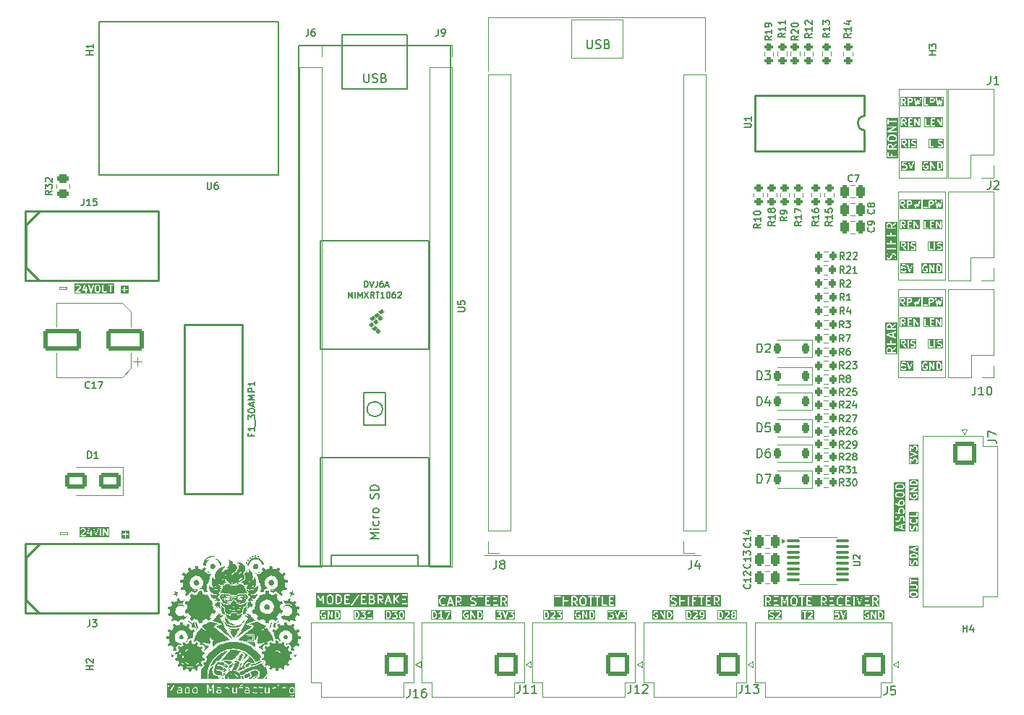
<source format=gbr>
%TF.GenerationSoftware,KiCad,Pcbnew,9.0.4*%
%TF.CreationDate,2025-12-21T10:21:04+05:30*%
%TF.ProjectId,RideOnV2Schematic,52696465-4f6e-4563-9253-6368656d6174,rev?*%
%TF.SameCoordinates,Original*%
%TF.FileFunction,Legend,Top*%
%TF.FilePolarity,Positive*%
%FSLAX46Y46*%
G04 Gerber Fmt 4.6, Leading zero omitted, Abs format (unit mm)*
G04 Created by KiCad (PCBNEW 9.0.4) date 2025-12-21 10:21:04*
%MOMM*%
%LPD*%
G01*
G04 APERTURE LIST*
G04 Aperture macros list*
%AMRoundRect*
0 Rectangle with rounded corners*
0 $1 Rounding radius*
0 $2 $3 $4 $5 $6 $7 $8 $9 X,Y pos of 4 corners*
0 Add a 4 corners polygon primitive as box body*
4,1,4,$2,$3,$4,$5,$6,$7,$8,$9,$2,$3,0*
0 Add four circle primitives for the rounded corners*
1,1,$1+$1,$2,$3*
1,1,$1+$1,$4,$5*
1,1,$1+$1,$6,$7*
1,1,$1+$1,$8,$9*
0 Add four rect primitives between the rounded corners*
20,1,$1+$1,$2,$3,$4,$5,0*
20,1,$1+$1,$4,$5,$6,$7,0*
20,1,$1+$1,$6,$7,$8,$9,0*
20,1,$1+$1,$8,$9,$2,$3,0*%
G04 Aperture macros list end*
%ADD10C,0.200000*%
%ADD11C,0.100000*%
%ADD12C,0.150000*%
%ADD13C,0.120000*%
%ADD14C,0.250000*%
%ADD15C,0.000000*%
%ADD16RoundRect,0.200000X-0.275000X0.200000X-0.275000X-0.200000X0.275000X-0.200000X0.275000X0.200000X0*%
%ADD17RoundRect,0.200000X0.200000X0.275000X-0.200000X0.275000X-0.200000X-0.275000X0.200000X-0.275000X0*%
%ADD18RoundRect,0.200000X-0.200000X-0.275000X0.200000X-0.275000X0.200000X0.275000X-0.200000X0.275000X0*%
%ADD19RoundRect,0.200000X0.275000X-0.200000X0.275000X0.200000X-0.275000X0.200000X-0.275000X-0.200000X0*%
%ADD20C,2.200000*%
%ADD21C,1.734000*%
%ADD22RoundRect,0.250000X0.250000X0.475000X-0.250000X0.475000X-0.250000X-0.475000X0.250000X-0.475000X0*%
%ADD23R,1.700000X1.700000*%
%ADD24C,1.700000*%
%ADD25C,3.200000*%
%ADD26RoundRect,0.225000X0.225000X0.375000X-0.225000X0.375000X-0.225000X-0.375000X0.225000X-0.375000X0*%
%ADD27RoundRect,0.250001X1.099999X1.099999X-1.099999X1.099999X-1.099999X-1.099999X1.099999X-1.099999X0*%
%ADD28C,2.700000*%
%ADD29RoundRect,0.250000X0.450000X-0.262500X0.450000X0.262500X-0.450000X0.262500X-0.450000X-0.262500X0*%
%ADD30RoundRect,0.250000X1.950000X1.000000X-1.950000X1.000000X-1.950000X-1.000000X1.950000X-1.000000X0*%
%ADD31RoundRect,0.100000X-0.637500X-0.100000X0.637500X-0.100000X0.637500X0.100000X-0.637500X0.100000X0*%
%ADD32C,2.500000*%
%ADD33C,5.800000*%
%ADD34O,0.600000X2.300000*%
%ADD35RoundRect,0.250000X1.000000X0.650000X-1.000000X0.650000X-1.000000X-0.650000X1.000000X-0.650000X0*%
%ADD36RoundRect,0.250001X-1.099999X1.099999X-1.099999X-1.099999X1.099999X-1.099999X1.099999X1.099999X0*%
G04 APERTURE END LIST*
D10*
X146369673Y-38867219D02*
X146369673Y-39676742D01*
X146369673Y-39676742D02*
X146417292Y-39771980D01*
X146417292Y-39771980D02*
X146464911Y-39819600D01*
X146464911Y-39819600D02*
X146560149Y-39867219D01*
X146560149Y-39867219D02*
X146750625Y-39867219D01*
X146750625Y-39867219D02*
X146845863Y-39819600D01*
X146845863Y-39819600D02*
X146893482Y-39771980D01*
X146893482Y-39771980D02*
X146941101Y-39676742D01*
X146941101Y-39676742D02*
X146941101Y-38867219D01*
X147369673Y-39819600D02*
X147512530Y-39867219D01*
X147512530Y-39867219D02*
X147750625Y-39867219D01*
X147750625Y-39867219D02*
X147845863Y-39819600D01*
X147845863Y-39819600D02*
X147893482Y-39771980D01*
X147893482Y-39771980D02*
X147941101Y-39676742D01*
X147941101Y-39676742D02*
X147941101Y-39581504D01*
X147941101Y-39581504D02*
X147893482Y-39486266D01*
X147893482Y-39486266D02*
X147845863Y-39438647D01*
X147845863Y-39438647D02*
X147750625Y-39391028D01*
X147750625Y-39391028D02*
X147560149Y-39343409D01*
X147560149Y-39343409D02*
X147464911Y-39295790D01*
X147464911Y-39295790D02*
X147417292Y-39248171D01*
X147417292Y-39248171D02*
X147369673Y-39152933D01*
X147369673Y-39152933D02*
X147369673Y-39057695D01*
X147369673Y-39057695D02*
X147417292Y-38962457D01*
X147417292Y-38962457D02*
X147464911Y-38914838D01*
X147464911Y-38914838D02*
X147560149Y-38867219D01*
X147560149Y-38867219D02*
X147798244Y-38867219D01*
X147798244Y-38867219D02*
X147941101Y-38914838D01*
X148703006Y-39343409D02*
X148845863Y-39391028D01*
X148845863Y-39391028D02*
X148893482Y-39438647D01*
X148893482Y-39438647D02*
X148941101Y-39533885D01*
X148941101Y-39533885D02*
X148941101Y-39676742D01*
X148941101Y-39676742D02*
X148893482Y-39771980D01*
X148893482Y-39771980D02*
X148845863Y-39819600D01*
X148845863Y-39819600D02*
X148750625Y-39867219D01*
X148750625Y-39867219D02*
X148369673Y-39867219D01*
X148369673Y-39867219D02*
X148369673Y-38867219D01*
X148369673Y-38867219D02*
X148703006Y-38867219D01*
X148703006Y-38867219D02*
X148798244Y-38914838D01*
X148798244Y-38914838D02*
X148845863Y-38962457D01*
X148845863Y-38962457D02*
X148893482Y-39057695D01*
X148893482Y-39057695D02*
X148893482Y-39152933D01*
X148893482Y-39152933D02*
X148845863Y-39248171D01*
X148845863Y-39248171D02*
X148798244Y-39295790D01*
X148798244Y-39295790D02*
X148703006Y-39343409D01*
X148703006Y-39343409D02*
X148369673Y-39343409D01*
D11*
X144500000Y-36500000D02*
X150500000Y-36500000D01*
X150500000Y-41000000D01*
X144500000Y-41000000D01*
X144500000Y-36500000D01*
X160200000Y-36250000D02*
X134800000Y-36250000D01*
X182900000Y-44600000D02*
X188420000Y-44600000D01*
X188420000Y-54980000D01*
X182900000Y-54980000D01*
X182900000Y-44600000D01*
X182800000Y-56610000D02*
X188320000Y-56610000D01*
X188320000Y-66990000D01*
X182800000Y-66990000D01*
X182800000Y-56610000D01*
X160200000Y-36250000D02*
X160200000Y-42480000D01*
X134800000Y-36250000D02*
X134800000Y-42480000D01*
X159700000Y-99250000D02*
X134300000Y-99250000D01*
X182800000Y-68040000D02*
X188320000Y-68040000D01*
X188320000Y-78420000D01*
X182800000Y-78420000D01*
X182800000Y-68040000D01*
D12*
G36*
X184777642Y-99145638D02*
G01*
X184835582Y-99174608D01*
X184890648Y-99229673D01*
X184919295Y-99315614D01*
X184919295Y-99418921D01*
X184269295Y-99418921D01*
X184269295Y-99315614D01*
X184297942Y-99229672D01*
X184353006Y-99174608D01*
X184410945Y-99145638D01*
X184546387Y-99111778D01*
X184642203Y-99111778D01*
X184777642Y-99145638D01*
G37*
G36*
X184690723Y-98627959D02*
G01*
X184431465Y-98541540D01*
X184690723Y-98455121D01*
X184690723Y-98627959D01*
G37*
G36*
X185158184Y-100457811D02*
G01*
X184030406Y-100457811D01*
X184030406Y-99951064D01*
X184119295Y-99951064D01*
X184119295Y-100141541D01*
X184120736Y-100156173D01*
X184121767Y-100158662D01*
X184121958Y-100161350D01*
X184127213Y-100175082D01*
X184165308Y-100251272D01*
X184169272Y-100257571D01*
X184170030Y-100259399D01*
X184171718Y-100261455D01*
X184173140Y-100263715D01*
X184174638Y-100265014D01*
X184179357Y-100270764D01*
X184217452Y-100308859D01*
X184223204Y-100313579D01*
X184224501Y-100315075D01*
X184226755Y-100316494D01*
X184228817Y-100318186D01*
X184230647Y-100318944D01*
X184236944Y-100322908D01*
X184313134Y-100361004D01*
X184326866Y-100366259D01*
X184329555Y-100366450D01*
X184332044Y-100367481D01*
X184346676Y-100368922D01*
X184422866Y-100368922D01*
X184437498Y-100367481D01*
X184439986Y-100366450D01*
X184442676Y-100366259D01*
X184456407Y-100361004D01*
X184532598Y-100322908D01*
X184538894Y-100318944D01*
X184540725Y-100318186D01*
X184542786Y-100316494D01*
X184545041Y-100315075D01*
X184546337Y-100313579D01*
X184552090Y-100308859D01*
X184590185Y-100270764D01*
X184594903Y-100265014D01*
X184596402Y-100263715D01*
X184597823Y-100261455D01*
X184599512Y-100259399D01*
X184600269Y-100257571D01*
X184604234Y-100251272D01*
X184642329Y-100175082D01*
X184642738Y-100174012D01*
X184643061Y-100173577D01*
X184645256Y-100167431D01*
X184647584Y-100161350D01*
X184647622Y-100160810D01*
X184648008Y-100159731D01*
X184684106Y-100015336D01*
X184713077Y-99957395D01*
X184733960Y-99936513D01*
X184783428Y-99911779D01*
X184824209Y-99911779D01*
X184873677Y-99936513D01*
X184894561Y-99957396D01*
X184919295Y-100006864D01*
X184919295Y-100167466D01*
X184885049Y-100270205D01*
X184881789Y-100284542D01*
X184883864Y-100313732D01*
X184896950Y-100339905D01*
X184919058Y-100359079D01*
X184946820Y-100368333D01*
X184976010Y-100366258D01*
X185002183Y-100353172D01*
X185021357Y-100331064D01*
X185027351Y-100317639D01*
X185065446Y-100203353D01*
X185067095Y-100196099D01*
X185067854Y-100194268D01*
X185068115Y-100191613D01*
X185068706Y-100189016D01*
X185068565Y-100187041D01*
X185069295Y-100179636D01*
X185069295Y-99989160D01*
X185067854Y-99974528D01*
X185066822Y-99972038D01*
X185066632Y-99969351D01*
X185061377Y-99955619D01*
X185023282Y-99879428D01*
X185019318Y-99873130D01*
X185018560Y-99871300D01*
X185016869Y-99869240D01*
X185015450Y-99866985D01*
X185013952Y-99865686D01*
X185009232Y-99859935D01*
X184971136Y-99821840D01*
X184965387Y-99817122D01*
X184964088Y-99815624D01*
X184961829Y-99814202D01*
X184959771Y-99812513D01*
X184957941Y-99811755D01*
X184951645Y-99807792D01*
X184875455Y-99769697D01*
X184861723Y-99764442D01*
X184859035Y-99764251D01*
X184856546Y-99763220D01*
X184841914Y-99761779D01*
X184765723Y-99761779D01*
X184751091Y-99763220D01*
X184748601Y-99764251D01*
X184745914Y-99764442D01*
X184732182Y-99769697D01*
X184655992Y-99807792D01*
X184649692Y-99811756D01*
X184647865Y-99812514D01*
X184645808Y-99814202D01*
X184643549Y-99815624D01*
X184642249Y-99817122D01*
X184636500Y-99821841D01*
X184598405Y-99859936D01*
X184593684Y-99865688D01*
X184592189Y-99866985D01*
X184590769Y-99869239D01*
X184589078Y-99871301D01*
X184588319Y-99873131D01*
X184584356Y-99879428D01*
X184546260Y-99955619D01*
X184545850Y-99956688D01*
X184545528Y-99957124D01*
X184543335Y-99963260D01*
X184541005Y-99969350D01*
X184540966Y-99969890D01*
X184540581Y-99970970D01*
X184504482Y-100115365D01*
X184475513Y-100173304D01*
X184454630Y-100194186D01*
X184405161Y-100218922D01*
X184364381Y-100218922D01*
X184314912Y-100194187D01*
X184294029Y-100173304D01*
X184269295Y-100123836D01*
X184269295Y-99963234D01*
X184303541Y-99860496D01*
X184306801Y-99846159D01*
X184304726Y-99816969D01*
X184291640Y-99790796D01*
X184269533Y-99771622D01*
X184241770Y-99762368D01*
X184212580Y-99764443D01*
X184186407Y-99777529D01*
X184167233Y-99799636D01*
X184161239Y-99813062D01*
X184123144Y-99927347D01*
X184121494Y-99934600D01*
X184120736Y-99936432D01*
X184120474Y-99939086D01*
X184119884Y-99941684D01*
X184120024Y-99943658D01*
X184119295Y-99951064D01*
X184030406Y-99951064D01*
X184030406Y-99303445D01*
X184119295Y-99303445D01*
X184119295Y-99493921D01*
X184120736Y-99508553D01*
X184131935Y-99535589D01*
X184152627Y-99556281D01*
X184179663Y-99567480D01*
X184194295Y-99568921D01*
X184994295Y-99568921D01*
X185008927Y-99567480D01*
X185035963Y-99556281D01*
X185056655Y-99535589D01*
X185067854Y-99508553D01*
X185069295Y-99493921D01*
X185069295Y-99303445D01*
X185068565Y-99296039D01*
X185068706Y-99294065D01*
X185068115Y-99291467D01*
X185067854Y-99288813D01*
X185067095Y-99286981D01*
X185065446Y-99279728D01*
X185027351Y-99165442D01*
X185021357Y-99152017D01*
X185019591Y-99149981D01*
X185018560Y-99147491D01*
X185009233Y-99136126D01*
X184933042Y-99059936D01*
X184927292Y-99055217D01*
X184925993Y-99053719D01*
X184923734Y-99052297D01*
X184921676Y-99050608D01*
X184919846Y-99049850D01*
X184913550Y-99045887D01*
X184837360Y-99007792D01*
X184836290Y-99007382D01*
X184835855Y-99007060D01*
X184829703Y-99004861D01*
X184823628Y-99002537D01*
X184823089Y-99002498D01*
X184822010Y-99002113D01*
X184669629Y-98964017D01*
X184667090Y-98963641D01*
X184666070Y-98963219D01*
X184660558Y-98962676D01*
X184655084Y-98961867D01*
X184653991Y-98962029D01*
X184651438Y-98961778D01*
X184537152Y-98961778D01*
X184534598Y-98962029D01*
X184533506Y-98961867D01*
X184528032Y-98962676D01*
X184522520Y-98963219D01*
X184521498Y-98963641D01*
X184518962Y-98964017D01*
X184366580Y-99002113D01*
X184365500Y-99002498D01*
X184364962Y-99002537D01*
X184358886Y-99004861D01*
X184352735Y-99007060D01*
X184352299Y-99007382D01*
X184351230Y-99007792D01*
X184275039Y-99045887D01*
X184268744Y-99049849D01*
X184266912Y-99050608D01*
X184264850Y-99052299D01*
X184262596Y-99053719D01*
X184261297Y-99055215D01*
X184255547Y-99059936D01*
X184179357Y-99136126D01*
X184170030Y-99147491D01*
X184168998Y-99149981D01*
X184167233Y-99152017D01*
X184161239Y-99165442D01*
X184123144Y-99279728D01*
X184121494Y-99286981D01*
X184120736Y-99288813D01*
X184120474Y-99291467D01*
X184119884Y-99294065D01*
X184120024Y-99296039D01*
X184119295Y-99303445D01*
X184030406Y-99303445D01*
X184030406Y-98532160D01*
X184119884Y-98532160D01*
X184120550Y-98541540D01*
X184119884Y-98550920D01*
X184121579Y-98556005D01*
X184121959Y-98561350D01*
X184126164Y-98569760D01*
X184129138Y-98578682D01*
X184132648Y-98582729D01*
X184135045Y-98587523D01*
X184142150Y-98593686D01*
X184148312Y-98600790D01*
X184153103Y-98603185D01*
X184157152Y-98606697D01*
X184170578Y-98612691D01*
X184970578Y-98879358D01*
X184984915Y-98882618D01*
X185014105Y-98880543D01*
X185040278Y-98867457D01*
X185059452Y-98845350D01*
X185068706Y-98817587D01*
X185066631Y-98788397D01*
X185053545Y-98762224D01*
X185031437Y-98743050D01*
X185018012Y-98737056D01*
X184840723Y-98677959D01*
X184840723Y-98405121D01*
X185018012Y-98346025D01*
X185031438Y-98340031D01*
X185053545Y-98320857D01*
X185066632Y-98294684D01*
X185068706Y-98265494D01*
X185059452Y-98237731D01*
X185040279Y-98215624D01*
X185014105Y-98202537D01*
X184984915Y-98200463D01*
X184970578Y-98203723D01*
X184170578Y-98470389D01*
X184157153Y-98476383D01*
X184153105Y-98479893D01*
X184148312Y-98482290D01*
X184142148Y-98489395D01*
X184135045Y-98495557D01*
X184132649Y-98500348D01*
X184129138Y-98504397D01*
X184126163Y-98513320D01*
X184121959Y-98521730D01*
X184121579Y-98527074D01*
X184119884Y-98532160D01*
X184030406Y-98532160D01*
X184030406Y-98111574D01*
X185158184Y-98111574D01*
X185158184Y-100457811D01*
G37*
G36*
X183514031Y-45794029D02*
G01*
X183534914Y-45814912D01*
X183559649Y-45864381D01*
X183559649Y-45943255D01*
X183534914Y-45992724D01*
X183514031Y-46013608D01*
X183464563Y-46038342D01*
X183252506Y-46038342D01*
X183252506Y-45769295D01*
X183464563Y-45769295D01*
X183514031Y-45794029D01*
G37*
G36*
X184314031Y-45794029D02*
G01*
X184334914Y-45814912D01*
X184359649Y-45864381D01*
X184359649Y-45943255D01*
X184334914Y-45992724D01*
X184314031Y-46013608D01*
X184264563Y-46038342D01*
X184052506Y-46038342D01*
X184052506Y-45769295D01*
X184264563Y-45769295D01*
X184314031Y-45794029D01*
G37*
G36*
X185550867Y-46658166D02*
G01*
X183013617Y-46658166D01*
X183013617Y-45694295D01*
X183102506Y-45694295D01*
X183102506Y-46494295D01*
X183103947Y-46508927D01*
X183115146Y-46535963D01*
X183135838Y-46556655D01*
X183162874Y-46567854D01*
X183192138Y-46567854D01*
X183219174Y-46556655D01*
X183239866Y-46535963D01*
X183251065Y-46508927D01*
X183252506Y-46494295D01*
X183252506Y-46188342D01*
X183328933Y-46188342D01*
X183573206Y-46537304D01*
X183582778Y-46548465D01*
X183607457Y-46564192D01*
X183636274Y-46569277D01*
X183664845Y-46562948D01*
X183688819Y-46546166D01*
X183704546Y-46521487D01*
X183709631Y-46492669D01*
X183703302Y-46464098D01*
X183696091Y-46451285D01*
X183508457Y-46183237D01*
X183515809Y-46180424D01*
X183591999Y-46142329D01*
X183598298Y-46138364D01*
X183600126Y-46137607D01*
X183602182Y-46135918D01*
X183604442Y-46134497D01*
X183605741Y-46132998D01*
X183611491Y-46128280D01*
X183649586Y-46090185D01*
X183654306Y-46084432D01*
X183655802Y-46083136D01*
X183657221Y-46080881D01*
X183658913Y-46078820D01*
X183659671Y-46076989D01*
X183663635Y-46070693D01*
X183701731Y-45994503D01*
X183706986Y-45980771D01*
X183707177Y-45978081D01*
X183708208Y-45975593D01*
X183709649Y-45960961D01*
X183709649Y-45846676D01*
X183708208Y-45832044D01*
X183707177Y-45829555D01*
X183706986Y-45826866D01*
X183701731Y-45813134D01*
X183663635Y-45736944D01*
X183659671Y-45730647D01*
X183658913Y-45728817D01*
X183657221Y-45726755D01*
X183655802Y-45724501D01*
X183654306Y-45723204D01*
X183649586Y-45717452D01*
X183626429Y-45694295D01*
X183902506Y-45694295D01*
X183902506Y-46494295D01*
X183903947Y-46508927D01*
X183915146Y-46535963D01*
X183935838Y-46556655D01*
X183962874Y-46567854D01*
X183992138Y-46567854D01*
X184019174Y-46556655D01*
X184039866Y-46535963D01*
X184051065Y-46508927D01*
X184052506Y-46494295D01*
X184052506Y-46188342D01*
X184282268Y-46188342D01*
X184296900Y-46186901D01*
X184299389Y-46185869D01*
X184302077Y-46185679D01*
X184315809Y-46180424D01*
X184391999Y-46142329D01*
X184398298Y-46138364D01*
X184400126Y-46137607D01*
X184402182Y-46135918D01*
X184404442Y-46134497D01*
X184405741Y-46132998D01*
X184411491Y-46128280D01*
X184449586Y-46090185D01*
X184454306Y-46084432D01*
X184455802Y-46083136D01*
X184457221Y-46080881D01*
X184458913Y-46078820D01*
X184459671Y-46076989D01*
X184463635Y-46070693D01*
X184501731Y-45994503D01*
X184506986Y-45980771D01*
X184507177Y-45978081D01*
X184508208Y-45975593D01*
X184509649Y-45960961D01*
X184509649Y-45846676D01*
X184508208Y-45832044D01*
X184507177Y-45829555D01*
X184506986Y-45826866D01*
X184501731Y-45813134D01*
X184463635Y-45736944D01*
X184459671Y-45730647D01*
X184458913Y-45728817D01*
X184457221Y-45726755D01*
X184455802Y-45724501D01*
X184454306Y-45723204D01*
X184449586Y-45717452D01*
X184429233Y-45697099D01*
X184626367Y-45697099D01*
X184628355Y-45711667D01*
X184818831Y-46511666D01*
X184820560Y-46516685D01*
X184820800Y-46518488D01*
X184821742Y-46520116D01*
X184823621Y-46525567D01*
X184830007Y-46534391D01*
X184835462Y-46543813D01*
X184838519Y-46546153D01*
X184840778Y-46549274D01*
X184850053Y-46554981D01*
X184858700Y-46561600D01*
X184862420Y-46562592D01*
X184865700Y-46564610D01*
X184876454Y-46566334D01*
X184886976Y-46569140D01*
X184890791Y-46568633D01*
X184894595Y-46569243D01*
X184905189Y-46566720D01*
X184915984Y-46565286D01*
X184919317Y-46563355D01*
X184923063Y-46562464D01*
X184931883Y-46556081D01*
X184941309Y-46550624D01*
X184943649Y-46547566D01*
X184946770Y-46545308D01*
X184952477Y-46536032D01*
X184959096Y-46527386D01*
X184961121Y-46521986D01*
X184962106Y-46520386D01*
X184962393Y-46518594D01*
X184964259Y-46513620D01*
X185044171Y-46213945D01*
X185124085Y-46513620D01*
X185125950Y-46518595D01*
X185126238Y-46520386D01*
X185127222Y-46521985D01*
X185129248Y-46527387D01*
X185135868Y-46536035D01*
X185141574Y-46545308D01*
X185144694Y-46547566D01*
X185147035Y-46550624D01*
X185156456Y-46556078D01*
X185165281Y-46562465D01*
X185169028Y-46563357D01*
X185172360Y-46565286D01*
X185183153Y-46566720D01*
X185193749Y-46569243D01*
X185197550Y-46568633D01*
X185201369Y-46569141D01*
X185211900Y-46566332D01*
X185222644Y-46564610D01*
X185225920Y-46562594D01*
X185229644Y-46561601D01*
X185238296Y-46554977D01*
X185247566Y-46549274D01*
X185249822Y-46546155D01*
X185252882Y-46543814D01*
X185258339Y-46534387D01*
X185264723Y-46525567D01*
X185266600Y-46520118D01*
X185267544Y-46518489D01*
X185267783Y-46516685D01*
X185269513Y-46511667D01*
X185459990Y-45711667D01*
X185461978Y-45697099D01*
X185457345Y-45668204D01*
X185442009Y-45643282D01*
X185418302Y-45626126D01*
X185389834Y-45619348D01*
X185360939Y-45623980D01*
X185336017Y-45639317D01*
X185318860Y-45663023D01*
X185314069Y-45676924D01*
X185192436Y-46187779D01*
X185116640Y-45903541D01*
X185115354Y-45900113D01*
X185115163Y-45898672D01*
X185114171Y-45896959D01*
X185111477Y-45889775D01*
X185105463Y-45881918D01*
X185100501Y-45873347D01*
X185096641Y-45870392D01*
X185093690Y-45866537D01*
X185085127Y-45861579D01*
X185077263Y-45855560D01*
X185072566Y-45854307D01*
X185068365Y-45851875D01*
X185058558Y-45850572D01*
X185048988Y-45848020D01*
X185044169Y-45848660D01*
X185039357Y-45848021D01*
X185029796Y-45850570D01*
X185019979Y-45851875D01*
X185015773Y-45854309D01*
X185011081Y-45855561D01*
X185003221Y-45861576D01*
X184994654Y-45866537D01*
X184991700Y-45870395D01*
X184987843Y-45873348D01*
X184982884Y-45881913D01*
X184976867Y-45889774D01*
X184974170Y-45896963D01*
X184973181Y-45898673D01*
X184972989Y-45900112D01*
X184971704Y-45903541D01*
X184895907Y-46187778D01*
X184774275Y-45676923D01*
X184769485Y-45663023D01*
X184752328Y-45639316D01*
X184727406Y-45623980D01*
X184698511Y-45619347D01*
X184670043Y-45626125D01*
X184646336Y-45643282D01*
X184631000Y-45668204D01*
X184626367Y-45697099D01*
X184429233Y-45697099D01*
X184411491Y-45679357D01*
X184405741Y-45674638D01*
X184404442Y-45673140D01*
X184402182Y-45671718D01*
X184400126Y-45670030D01*
X184398298Y-45669272D01*
X184391999Y-45665308D01*
X184315809Y-45627213D01*
X184302077Y-45621958D01*
X184299389Y-45621767D01*
X184296900Y-45620736D01*
X184282268Y-45619295D01*
X183977506Y-45619295D01*
X183962874Y-45620736D01*
X183935838Y-45631935D01*
X183915146Y-45652627D01*
X183903947Y-45679663D01*
X183902506Y-45694295D01*
X183626429Y-45694295D01*
X183611491Y-45679357D01*
X183605741Y-45674638D01*
X183604442Y-45673140D01*
X183602182Y-45671718D01*
X183600126Y-45670030D01*
X183598298Y-45669272D01*
X183591999Y-45665308D01*
X183515809Y-45627213D01*
X183502077Y-45621958D01*
X183499389Y-45621767D01*
X183496900Y-45620736D01*
X183482268Y-45619295D01*
X183177506Y-45619295D01*
X183162874Y-45620736D01*
X183135838Y-45631935D01*
X183115146Y-45652627D01*
X183103947Y-45679663D01*
X183102506Y-45694295D01*
X183013617Y-45694295D01*
X183013617Y-45530406D01*
X185550867Y-45530406D01*
X185550867Y-46658166D01*
G37*
D11*
G36*
X111968171Y-114784272D02*
G01*
X111968171Y-115293898D01*
X111911130Y-115322419D01*
X111744261Y-115322419D01*
X111666838Y-115283708D01*
X111630692Y-115247561D01*
X111591981Y-115170139D01*
X111591981Y-114908031D01*
X111630692Y-114830607D01*
X111666837Y-114794463D01*
X111744261Y-114755752D01*
X111911130Y-114755752D01*
X111968171Y-114784272D01*
G37*
G36*
X98825312Y-115293898D02*
G01*
X98768271Y-115322419D01*
X98553783Y-115322419D01*
X98484008Y-115287532D01*
X98449122Y-115217759D01*
X98449122Y-115146126D01*
X98484008Y-115076352D01*
X98553783Y-115041466D01*
X98780074Y-115041466D01*
X98782530Y-115040977D01*
X98783619Y-115041340D01*
X98791346Y-115039223D01*
X98799208Y-115037660D01*
X98800019Y-115036848D01*
X98802435Y-115036187D01*
X98825312Y-115024748D01*
X98825312Y-115293898D01*
G37*
G36*
X99730074Y-114784272D02*
G01*
X99730074Y-115293898D01*
X99673033Y-115322419D01*
X99506164Y-115322419D01*
X99428741Y-115283708D01*
X99392595Y-115247561D01*
X99353884Y-115170139D01*
X99353884Y-114908031D01*
X99392595Y-114830607D01*
X99428740Y-114794463D01*
X99506164Y-114755752D01*
X99673033Y-114755752D01*
X99730074Y-114784272D01*
G37*
G36*
X100634836Y-114784272D02*
G01*
X100634836Y-115293898D01*
X100577795Y-115322419D01*
X100410926Y-115322419D01*
X100333503Y-115283708D01*
X100297357Y-115247561D01*
X100258646Y-115170139D01*
X100258646Y-114908031D01*
X100297357Y-114830607D01*
X100333502Y-114794463D01*
X100410926Y-114755752D01*
X100577795Y-114755752D01*
X100634836Y-114784272D01*
G37*
G36*
X103444360Y-115293898D02*
G01*
X103387319Y-115322419D01*
X103172831Y-115322419D01*
X103103056Y-115287532D01*
X103068170Y-115217759D01*
X103068170Y-115146126D01*
X103103056Y-115076352D01*
X103172831Y-115041466D01*
X103399122Y-115041466D01*
X103401578Y-115040977D01*
X103402667Y-115041340D01*
X103410394Y-115039223D01*
X103418256Y-115037660D01*
X103419067Y-115036848D01*
X103421483Y-115036187D01*
X103444360Y-115024748D01*
X103444360Y-115293898D01*
G37*
G36*
X106730075Y-115293898D02*
G01*
X106673034Y-115322419D01*
X106458546Y-115322419D01*
X106388771Y-115287532D01*
X106353885Y-115217759D01*
X106353885Y-115146126D01*
X106388771Y-115076352D01*
X106458546Y-115041466D01*
X106684837Y-115041466D01*
X106687293Y-115040977D01*
X106688382Y-115041340D01*
X106696109Y-115039223D01*
X106703971Y-115037660D01*
X106704782Y-115036848D01*
X106707198Y-115036187D01*
X106730075Y-115024748D01*
X106730075Y-115293898D01*
G37*
G36*
X112179282Y-115866863D02*
G01*
X97142773Y-115866863D01*
X97142773Y-114372419D01*
X97253884Y-114372419D01*
X97253884Y-115372419D01*
X97257690Y-115391553D01*
X97284750Y-115418613D01*
X97323018Y-115418613D01*
X97350078Y-115391553D01*
X97353884Y-115372419D01*
X97353884Y-114597796D01*
X97591908Y-115107849D01*
X97599530Y-115118238D01*
X97600343Y-115120473D01*
X97601600Y-115121059D01*
X97603448Y-115123578D01*
X97619520Y-115129422D01*
X97635021Y-115136656D01*
X97637217Y-115135857D01*
X97639413Y-115136656D01*
X97654913Y-115129422D01*
X97670986Y-115123578D01*
X97672833Y-115121059D01*
X97674091Y-115120473D01*
X97674903Y-115118237D01*
X97682526Y-115107848D01*
X97920550Y-114597796D01*
X97920550Y-115372419D01*
X97924356Y-115391553D01*
X97951416Y-115418613D01*
X97989684Y-115418613D01*
X98016744Y-115391553D01*
X98020550Y-115372419D01*
X98020550Y-115134323D01*
X98349122Y-115134323D01*
X98349122Y-115229561D01*
X98349610Y-115232017D01*
X98349248Y-115233105D01*
X98351363Y-115240829D01*
X98352928Y-115248695D01*
X98353739Y-115249506D01*
X98354401Y-115251921D01*
X98402019Y-115347160D01*
X98408122Y-115355024D01*
X98408968Y-115357560D01*
X98411791Y-115359751D01*
X98413981Y-115362572D01*
X98416514Y-115363416D01*
X98424380Y-115369521D01*
X98519618Y-115417140D01*
X98522033Y-115417801D01*
X98522845Y-115418613D01*
X98530706Y-115420176D01*
X98538434Y-115422293D01*
X98539522Y-115421930D01*
X98541979Y-115422419D01*
X98780074Y-115422419D01*
X98782530Y-115421930D01*
X98783619Y-115422293D01*
X98791346Y-115420176D01*
X98799208Y-115418613D01*
X98800019Y-115417801D01*
X98802435Y-115417140D01*
X98837281Y-115399716D01*
X98856178Y-115418613D01*
X98894446Y-115418613D01*
X98921506Y-115391553D01*
X98925312Y-115372419D01*
X98925312Y-114896228D01*
X99253884Y-114896228D01*
X99253884Y-115181942D01*
X99254372Y-115184398D01*
X99254010Y-115185487D01*
X99256126Y-115193214D01*
X99257690Y-115201076D01*
X99258501Y-115201887D01*
X99259163Y-115204303D01*
X99306781Y-115299540D01*
X99311692Y-115305868D01*
X99316147Y-115312535D01*
X99363766Y-115360155D01*
X99370432Y-115364609D01*
X99376761Y-115369521D01*
X99471999Y-115417140D01*
X99474414Y-115417801D01*
X99475226Y-115418613D01*
X99483087Y-115420176D01*
X99490815Y-115422293D01*
X99491903Y-115421930D01*
X99494360Y-115422419D01*
X99684836Y-115422419D01*
X99687292Y-115421930D01*
X99688381Y-115422293D01*
X99696108Y-115420176D01*
X99703970Y-115418613D01*
X99704781Y-115417801D01*
X99707197Y-115417140D01*
X99742043Y-115399716D01*
X99760940Y-115418613D01*
X99799208Y-115418613D01*
X99826268Y-115391553D01*
X99830074Y-115372419D01*
X99830074Y-114896228D01*
X100158646Y-114896228D01*
X100158646Y-115181942D01*
X100159134Y-115184398D01*
X100158772Y-115185487D01*
X100160888Y-115193214D01*
X100162452Y-115201076D01*
X100163263Y-115201887D01*
X100163925Y-115204303D01*
X100211543Y-115299540D01*
X100216454Y-115305868D01*
X100220909Y-115312535D01*
X100268528Y-115360155D01*
X100275194Y-115364609D01*
X100281523Y-115369521D01*
X100376761Y-115417140D01*
X100379176Y-115417801D01*
X100379988Y-115418613D01*
X100387849Y-115420176D01*
X100395577Y-115422293D01*
X100396665Y-115421930D01*
X100399122Y-115422419D01*
X100589598Y-115422419D01*
X100592054Y-115421930D01*
X100593143Y-115422293D01*
X100600870Y-115420176D01*
X100608732Y-115418613D01*
X100609543Y-115417801D01*
X100611959Y-115417140D01*
X100646805Y-115399716D01*
X100665702Y-115418613D01*
X100703970Y-115418613D01*
X100731030Y-115391553D01*
X100734836Y-115372419D01*
X100734836Y-114372419D01*
X101872932Y-114372419D01*
X101872932Y-115372419D01*
X101876738Y-115391553D01*
X101903798Y-115418613D01*
X101942066Y-115418613D01*
X101969126Y-115391553D01*
X101972932Y-115372419D01*
X101972932Y-114597796D01*
X102210956Y-115107849D01*
X102218578Y-115118238D01*
X102219391Y-115120473D01*
X102220648Y-115121059D01*
X102222496Y-115123578D01*
X102238568Y-115129422D01*
X102254069Y-115136656D01*
X102256265Y-115135857D01*
X102258461Y-115136656D01*
X102273961Y-115129422D01*
X102290034Y-115123578D01*
X102291881Y-115121059D01*
X102293139Y-115120473D01*
X102293951Y-115118237D01*
X102301574Y-115107848D01*
X102539598Y-114597796D01*
X102539598Y-115372419D01*
X102543404Y-115391553D01*
X102570464Y-115418613D01*
X102608732Y-115418613D01*
X102635792Y-115391553D01*
X102639598Y-115372419D01*
X102639598Y-115134323D01*
X102968170Y-115134323D01*
X102968170Y-115229561D01*
X102968658Y-115232017D01*
X102968296Y-115233105D01*
X102970411Y-115240829D01*
X102971976Y-115248695D01*
X102972787Y-115249506D01*
X102973449Y-115251921D01*
X103021067Y-115347160D01*
X103027170Y-115355024D01*
X103028016Y-115357560D01*
X103030839Y-115359751D01*
X103033029Y-115362572D01*
X103035562Y-115363416D01*
X103043428Y-115369521D01*
X103138666Y-115417140D01*
X103141081Y-115417801D01*
X103141893Y-115418613D01*
X103149754Y-115420176D01*
X103157482Y-115422293D01*
X103158570Y-115421930D01*
X103161027Y-115422419D01*
X103399122Y-115422419D01*
X103401578Y-115421930D01*
X103402667Y-115422293D01*
X103410394Y-115420176D01*
X103418256Y-115418613D01*
X103419067Y-115417801D01*
X103421483Y-115417140D01*
X103456329Y-115399716D01*
X103475226Y-115418613D01*
X103513494Y-115418613D01*
X103540554Y-115391553D01*
X103544360Y-115372419D01*
X103544360Y-114848609D01*
X103543871Y-114846152D01*
X103544234Y-114845064D01*
X103542117Y-114837336D01*
X103540554Y-114829475D01*
X103539742Y-114828663D01*
X103539081Y-114826248D01*
X103491462Y-114731010D01*
X103485357Y-114723144D01*
X103484513Y-114720611D01*
X103481692Y-114718421D01*
X103479501Y-114715598D01*
X103476965Y-114714752D01*
X103469101Y-114708649D01*
X103463307Y-114705752D01*
X103920551Y-114705752D01*
X103920551Y-115372419D01*
X103924357Y-115391553D01*
X103951417Y-115418613D01*
X103989685Y-115418613D01*
X104016745Y-115391553D01*
X104020551Y-115372419D01*
X104020551Y-114821700D01*
X104047788Y-114794463D01*
X104125212Y-114755752D01*
X104244462Y-114755752D01*
X104314235Y-114790638D01*
X104349122Y-114860412D01*
X104349122Y-115372419D01*
X104352928Y-115391553D01*
X104379988Y-115418613D01*
X104418256Y-115418613D01*
X104445316Y-115391553D01*
X104449122Y-115372419D01*
X104449122Y-114848609D01*
X104448633Y-114846152D01*
X104448996Y-114845064D01*
X104446879Y-114837336D01*
X104445316Y-114829475D01*
X104444504Y-114828663D01*
X104443843Y-114826248D01*
X104396224Y-114731010D01*
X104390119Y-114723144D01*
X104389275Y-114720611D01*
X104386454Y-114718421D01*
X104384263Y-114715598D01*
X104381727Y-114714752D01*
X104373863Y-114708649D01*
X104368069Y-114705752D01*
X104825313Y-114705752D01*
X104825313Y-115229561D01*
X104825801Y-115232017D01*
X104825439Y-115233105D01*
X104827554Y-115240829D01*
X104829119Y-115248695D01*
X104829930Y-115249506D01*
X104830592Y-115251921D01*
X104878210Y-115347160D01*
X104884313Y-115355024D01*
X104885159Y-115357560D01*
X104887982Y-115359751D01*
X104890172Y-115362572D01*
X104892705Y-115363416D01*
X104900571Y-115369521D01*
X104995809Y-115417140D01*
X104998224Y-115417801D01*
X104999036Y-115418613D01*
X105006897Y-115420176D01*
X105014625Y-115422293D01*
X105015713Y-115421930D01*
X105018170Y-115422419D01*
X105161027Y-115422419D01*
X105163483Y-115421930D01*
X105164572Y-115422293D01*
X105172299Y-115420176D01*
X105180161Y-115418613D01*
X105180972Y-115417801D01*
X105183388Y-115417140D01*
X105255597Y-115381035D01*
X105257690Y-115391553D01*
X105284750Y-115418613D01*
X105323018Y-115418613D01*
X105350078Y-115391553D01*
X105353884Y-115372419D01*
X105353884Y-114705752D01*
X105350078Y-114686618D01*
X105591024Y-114686618D01*
X105591024Y-114724886D01*
X105618084Y-114751946D01*
X105637218Y-114755752D01*
X105730075Y-114755752D01*
X105730075Y-115372419D01*
X105733881Y-115391553D01*
X105760941Y-115418613D01*
X105799209Y-115418613D01*
X105826269Y-115391553D01*
X105830075Y-115372419D01*
X105830075Y-115134323D01*
X106253885Y-115134323D01*
X106253885Y-115229561D01*
X106254373Y-115232017D01*
X106254011Y-115233105D01*
X106256126Y-115240829D01*
X106257691Y-115248695D01*
X106258502Y-115249506D01*
X106259164Y-115251921D01*
X106306782Y-115347160D01*
X106312885Y-115355024D01*
X106313731Y-115357560D01*
X106316554Y-115359751D01*
X106318744Y-115362572D01*
X106321277Y-115363416D01*
X106329143Y-115369521D01*
X106424381Y-115417140D01*
X106426796Y-115417801D01*
X106427608Y-115418613D01*
X106435469Y-115420176D01*
X106443197Y-115422293D01*
X106444285Y-115421930D01*
X106446742Y-115422419D01*
X106684837Y-115422419D01*
X106687293Y-115421930D01*
X106688382Y-115422293D01*
X106696109Y-115420176D01*
X106703971Y-115418613D01*
X106704782Y-115417801D01*
X106707198Y-115417140D01*
X106742044Y-115399716D01*
X106760941Y-115418613D01*
X106799209Y-115418613D01*
X106826269Y-115391553D01*
X106830075Y-115372419D01*
X106830075Y-114896228D01*
X107158647Y-114896228D01*
X107158647Y-115181942D01*
X107159135Y-115184398D01*
X107158773Y-115185487D01*
X107160889Y-115193214D01*
X107162453Y-115201076D01*
X107163264Y-115201887D01*
X107163926Y-115204303D01*
X107211544Y-115299540D01*
X107216455Y-115305868D01*
X107220910Y-115312535D01*
X107268529Y-115360155D01*
X107275195Y-115364609D01*
X107281524Y-115369521D01*
X107376762Y-115417140D01*
X107379177Y-115417801D01*
X107379989Y-115418613D01*
X107387850Y-115420176D01*
X107395578Y-115422293D01*
X107396666Y-115421930D01*
X107399123Y-115422419D01*
X107589599Y-115422419D01*
X107592055Y-115421930D01*
X107593144Y-115422293D01*
X107600871Y-115420176D01*
X107608733Y-115418613D01*
X107609544Y-115417801D01*
X107611960Y-115417140D01*
X107707197Y-115369522D01*
X107722609Y-115357560D01*
X107734711Y-115321256D01*
X107717597Y-115287028D01*
X107681292Y-115274926D01*
X107662476Y-115280079D01*
X107577796Y-115322419D01*
X107410927Y-115322419D01*
X107333504Y-115283708D01*
X107297358Y-115247561D01*
X107258647Y-115170139D01*
X107258647Y-114908031D01*
X107297358Y-114830607D01*
X107333503Y-114794463D01*
X107410927Y-114755752D01*
X107577796Y-114755752D01*
X107662476Y-114798092D01*
X107681292Y-114803245D01*
X107717597Y-114791143D01*
X107734711Y-114756915D01*
X107722609Y-114720611D01*
X107707197Y-114708649D01*
X107663135Y-114686618D01*
X107924358Y-114686618D01*
X107924358Y-114724886D01*
X107951418Y-114751946D01*
X107970552Y-114755752D01*
X108063409Y-114755752D01*
X108063409Y-115229561D01*
X108063897Y-115232017D01*
X108063535Y-115233105D01*
X108065650Y-115240829D01*
X108067215Y-115248695D01*
X108068026Y-115249506D01*
X108068688Y-115251921D01*
X108116306Y-115347160D01*
X108122409Y-115355024D01*
X108123255Y-115357560D01*
X108126078Y-115359751D01*
X108128268Y-115362572D01*
X108130801Y-115363416D01*
X108138667Y-115369521D01*
X108233905Y-115417140D01*
X108236320Y-115417801D01*
X108237132Y-115418613D01*
X108244993Y-115420176D01*
X108252721Y-115422293D01*
X108253809Y-115421930D01*
X108256266Y-115422419D01*
X108351504Y-115422419D01*
X108370638Y-115418613D01*
X108397698Y-115391553D01*
X108397698Y-115353285D01*
X108370638Y-115326225D01*
X108351504Y-115322419D01*
X108268070Y-115322419D01*
X108198295Y-115287532D01*
X108163409Y-115217759D01*
X108163409Y-114755752D01*
X108351504Y-114755752D01*
X108370638Y-114751946D01*
X108397698Y-114724886D01*
X108397698Y-114705752D01*
X108634838Y-114705752D01*
X108634838Y-115229561D01*
X108635326Y-115232017D01*
X108634964Y-115233105D01*
X108637079Y-115240829D01*
X108638644Y-115248695D01*
X108639455Y-115249506D01*
X108640117Y-115251921D01*
X108687735Y-115347160D01*
X108693838Y-115355024D01*
X108694684Y-115357560D01*
X108697507Y-115359751D01*
X108699697Y-115362572D01*
X108702230Y-115363416D01*
X108710096Y-115369521D01*
X108805334Y-115417140D01*
X108807749Y-115417801D01*
X108808561Y-115418613D01*
X108816422Y-115420176D01*
X108824150Y-115422293D01*
X108825238Y-115421930D01*
X108827695Y-115422419D01*
X108970552Y-115422419D01*
X108973008Y-115421930D01*
X108974097Y-115422293D01*
X108981824Y-115420176D01*
X108989686Y-115418613D01*
X108990497Y-115417801D01*
X108992913Y-115417140D01*
X109065122Y-115381035D01*
X109067215Y-115391553D01*
X109094275Y-115418613D01*
X109132543Y-115418613D01*
X109159603Y-115391553D01*
X109163409Y-115372419D01*
X109163409Y-114705752D01*
X109539600Y-114705752D01*
X109539600Y-115372419D01*
X109543406Y-115391553D01*
X109570466Y-115418613D01*
X109608734Y-115418613D01*
X109635794Y-115391553D01*
X109639600Y-115372419D01*
X109639600Y-114908031D01*
X109678311Y-114830607D01*
X109714456Y-114794463D01*
X109791880Y-114755752D01*
X109875314Y-114755752D01*
X109894448Y-114751946D01*
X109921508Y-114724886D01*
X109921508Y-114705752D01*
X110158648Y-114705752D01*
X110158648Y-115372419D01*
X110162454Y-115391553D01*
X110189514Y-115418613D01*
X110227782Y-115418613D01*
X110254842Y-115391553D01*
X110258648Y-115372419D01*
X110258648Y-114705752D01*
X110634838Y-114705752D01*
X110634838Y-115372419D01*
X110638644Y-115391553D01*
X110665704Y-115418613D01*
X110703972Y-115418613D01*
X110731032Y-115391553D01*
X110734838Y-115372419D01*
X110734838Y-114821700D01*
X110762075Y-114794463D01*
X110839499Y-114755752D01*
X110958749Y-114755752D01*
X111028522Y-114790638D01*
X111063409Y-114860412D01*
X111063409Y-115372419D01*
X111067215Y-115391553D01*
X111094275Y-115418613D01*
X111132543Y-115418613D01*
X111159603Y-115391553D01*
X111163409Y-115372419D01*
X111163409Y-114896228D01*
X111491981Y-114896228D01*
X111491981Y-115181942D01*
X111492469Y-115184398D01*
X111492107Y-115185487D01*
X111494223Y-115193214D01*
X111495787Y-115201076D01*
X111496598Y-115201887D01*
X111497260Y-115204303D01*
X111544878Y-115299540D01*
X111549789Y-115305868D01*
X111554244Y-115312535D01*
X111601863Y-115360155D01*
X111608529Y-115364609D01*
X111614858Y-115369521D01*
X111710096Y-115417140D01*
X111712511Y-115417801D01*
X111713323Y-115418613D01*
X111721184Y-115420176D01*
X111728912Y-115422293D01*
X111730000Y-115421930D01*
X111732457Y-115422419D01*
X111922933Y-115422419D01*
X111925389Y-115421930D01*
X111926478Y-115422293D01*
X111934205Y-115420176D01*
X111942067Y-115418613D01*
X111942878Y-115417801D01*
X111945294Y-115417140D01*
X111968171Y-115405701D01*
X111968171Y-115503472D01*
X111929459Y-115580895D01*
X111893315Y-115617040D01*
X111815892Y-115655752D01*
X111696642Y-115655752D01*
X111611961Y-115613412D01*
X111593145Y-115608259D01*
X111556840Y-115620360D01*
X111539726Y-115654588D01*
X111551827Y-115690893D01*
X111567239Y-115702854D01*
X111662477Y-115750473D01*
X111664892Y-115751134D01*
X111665704Y-115751946D01*
X111673565Y-115753509D01*
X111681293Y-115755626D01*
X111682381Y-115755263D01*
X111684838Y-115755752D01*
X111827695Y-115755752D01*
X111830151Y-115755263D01*
X111831240Y-115755626D01*
X111838967Y-115753509D01*
X111846829Y-115751946D01*
X111847640Y-115751134D01*
X111850056Y-115750473D01*
X111945293Y-115702855D01*
X111951626Y-115697939D01*
X111958288Y-115693488D01*
X112005907Y-115645870D01*
X112010361Y-115639203D01*
X112015273Y-115632875D01*
X112062892Y-115537637D01*
X112063553Y-115535221D01*
X112064365Y-115534410D01*
X112065928Y-115526548D01*
X112068045Y-115518821D01*
X112067682Y-115517732D01*
X112068171Y-115515276D01*
X112068171Y-114705752D01*
X112064365Y-114686618D01*
X112037305Y-114659558D01*
X111999037Y-114659558D01*
X111980140Y-114678454D01*
X111945294Y-114661031D01*
X111942878Y-114660369D01*
X111942067Y-114659558D01*
X111934205Y-114657994D01*
X111926478Y-114655878D01*
X111925389Y-114656240D01*
X111922933Y-114655752D01*
X111732457Y-114655752D01*
X111730000Y-114656240D01*
X111728912Y-114655878D01*
X111721184Y-114657994D01*
X111713323Y-114659558D01*
X111712511Y-114660369D01*
X111710096Y-114661031D01*
X111614858Y-114708650D01*
X111608529Y-114713561D01*
X111601863Y-114718016D01*
X111554245Y-114765635D01*
X111549793Y-114772296D01*
X111544878Y-114778630D01*
X111497260Y-114873867D01*
X111496598Y-114876282D01*
X111495787Y-114877094D01*
X111494223Y-114884955D01*
X111492107Y-114892683D01*
X111492469Y-114893771D01*
X111491981Y-114896228D01*
X111163409Y-114896228D01*
X111163409Y-114848609D01*
X111162920Y-114846152D01*
X111163283Y-114845064D01*
X111161166Y-114837336D01*
X111159603Y-114829475D01*
X111158791Y-114828663D01*
X111158130Y-114826248D01*
X111110511Y-114731010D01*
X111104406Y-114723144D01*
X111103562Y-114720611D01*
X111100741Y-114718421D01*
X111098550Y-114715598D01*
X111096014Y-114714752D01*
X111088150Y-114708649D01*
X110992913Y-114661031D01*
X110990497Y-114660369D01*
X110989686Y-114659558D01*
X110981824Y-114657994D01*
X110974097Y-114655878D01*
X110973008Y-114656240D01*
X110970552Y-114655752D01*
X110827695Y-114655752D01*
X110825238Y-114656240D01*
X110824150Y-114655878D01*
X110816422Y-114657994D01*
X110808561Y-114659558D01*
X110807749Y-114660369D01*
X110805334Y-114661031D01*
X110733124Y-114697135D01*
X110731032Y-114686618D01*
X110703972Y-114659558D01*
X110665704Y-114659558D01*
X110638644Y-114686618D01*
X110634838Y-114705752D01*
X110258648Y-114705752D01*
X110254842Y-114686618D01*
X110227782Y-114659558D01*
X110189514Y-114659558D01*
X110162454Y-114686618D01*
X110158648Y-114705752D01*
X109921508Y-114705752D01*
X109921508Y-114686618D01*
X109894448Y-114659558D01*
X109875314Y-114655752D01*
X109780076Y-114655752D01*
X109777619Y-114656240D01*
X109776531Y-114655878D01*
X109768803Y-114657994D01*
X109760942Y-114659558D01*
X109760130Y-114660369D01*
X109757715Y-114661031D01*
X109662477Y-114708650D01*
X109656148Y-114713561D01*
X109649482Y-114718016D01*
X109639600Y-114727898D01*
X109639600Y-114705752D01*
X109635794Y-114686618D01*
X109608734Y-114659558D01*
X109570466Y-114659558D01*
X109543406Y-114686618D01*
X109539600Y-114705752D01*
X109163409Y-114705752D01*
X109159603Y-114686618D01*
X109132543Y-114659558D01*
X109094275Y-114659558D01*
X109067215Y-114686618D01*
X109063409Y-114705752D01*
X109063409Y-115256469D01*
X109036170Y-115283708D01*
X108958749Y-115322419D01*
X108839499Y-115322419D01*
X108769724Y-115287532D01*
X108734838Y-115217759D01*
X108734838Y-114705752D01*
X108731032Y-114686618D01*
X108703972Y-114659558D01*
X108665704Y-114659558D01*
X108638644Y-114686618D01*
X108634838Y-114705752D01*
X108397698Y-114705752D01*
X108397698Y-114686618D01*
X108370638Y-114659558D01*
X108351504Y-114655752D01*
X108163409Y-114655752D01*
X108163409Y-114400904D01*
X110114835Y-114400904D01*
X110114835Y-114439172D01*
X110125674Y-114455393D01*
X110173292Y-114503012D01*
X110189513Y-114513851D01*
X110189514Y-114513851D01*
X110227782Y-114513851D01*
X110244003Y-114503012D01*
X110291622Y-114455394D01*
X110302461Y-114439173D01*
X110302461Y-114400904D01*
X110302461Y-114400903D01*
X110291622Y-114384682D01*
X110244003Y-114337064D01*
X110227782Y-114326225D01*
X110189513Y-114326225D01*
X110173292Y-114337064D01*
X110125674Y-114384683D01*
X110114836Y-114400903D01*
X110114835Y-114400904D01*
X108163409Y-114400904D01*
X108163409Y-114372419D01*
X108159603Y-114353285D01*
X108132543Y-114326225D01*
X108094275Y-114326225D01*
X108067215Y-114353285D01*
X108063409Y-114372419D01*
X108063409Y-114655752D01*
X107970552Y-114655752D01*
X107951418Y-114659558D01*
X107924358Y-114686618D01*
X107663135Y-114686618D01*
X107611960Y-114661031D01*
X107609544Y-114660369D01*
X107608733Y-114659558D01*
X107600871Y-114657994D01*
X107593144Y-114655878D01*
X107592055Y-114656240D01*
X107589599Y-114655752D01*
X107399123Y-114655752D01*
X107396666Y-114656240D01*
X107395578Y-114655878D01*
X107387850Y-114657994D01*
X107379989Y-114659558D01*
X107379177Y-114660369D01*
X107376762Y-114661031D01*
X107281524Y-114708650D01*
X107275195Y-114713561D01*
X107268529Y-114718016D01*
X107220911Y-114765635D01*
X107216459Y-114772296D01*
X107211544Y-114778630D01*
X107163926Y-114873867D01*
X107163264Y-114876282D01*
X107162453Y-114877094D01*
X107160889Y-114884955D01*
X107158773Y-114892683D01*
X107159135Y-114893771D01*
X107158647Y-114896228D01*
X106830075Y-114896228D01*
X106830075Y-114848609D01*
X106829586Y-114846152D01*
X106829949Y-114845064D01*
X106827832Y-114837336D01*
X106826269Y-114829475D01*
X106825457Y-114828663D01*
X106824796Y-114826248D01*
X106777177Y-114731010D01*
X106771072Y-114723144D01*
X106770228Y-114720611D01*
X106767407Y-114718421D01*
X106765216Y-114715598D01*
X106762680Y-114714752D01*
X106754816Y-114708649D01*
X106659579Y-114661031D01*
X106657163Y-114660369D01*
X106656352Y-114659558D01*
X106648490Y-114657994D01*
X106640763Y-114655878D01*
X106639674Y-114656240D01*
X106637218Y-114655752D01*
X106446742Y-114655752D01*
X106444285Y-114656240D01*
X106443197Y-114655878D01*
X106435469Y-114657994D01*
X106427608Y-114659558D01*
X106426796Y-114660369D01*
X106424381Y-114661031D01*
X106329143Y-114708650D01*
X106313731Y-114720611D01*
X106301630Y-114756916D01*
X106318744Y-114791144D01*
X106355049Y-114803245D01*
X106373865Y-114798092D01*
X106458546Y-114755752D01*
X106625415Y-114755752D01*
X106695188Y-114790638D01*
X106730075Y-114860412D01*
X106730075Y-114912945D01*
X106673034Y-114941466D01*
X106446742Y-114941466D01*
X106444285Y-114941954D01*
X106443197Y-114941592D01*
X106435469Y-114943708D01*
X106427608Y-114945272D01*
X106426796Y-114946083D01*
X106424381Y-114946745D01*
X106329143Y-114994364D01*
X106321277Y-115000468D01*
X106318744Y-115001313D01*
X106316554Y-115004133D01*
X106313731Y-115006325D01*
X106312885Y-115008860D01*
X106306782Y-115016725D01*
X106259164Y-115111962D01*
X106258502Y-115114377D01*
X106257691Y-115115189D01*
X106256127Y-115123050D01*
X106254011Y-115130778D01*
X106254373Y-115131866D01*
X106253885Y-115134323D01*
X105830075Y-115134323D01*
X105830075Y-114755752D01*
X106018170Y-114755752D01*
X106037304Y-114751946D01*
X106064364Y-114724886D01*
X106064364Y-114686618D01*
X106037304Y-114659558D01*
X106018170Y-114655752D01*
X105830075Y-114655752D01*
X105830075Y-114527079D01*
X105864961Y-114457305D01*
X105934736Y-114422419D01*
X106018170Y-114422419D01*
X106037304Y-114418613D01*
X106064364Y-114391553D01*
X106064364Y-114353285D01*
X106037304Y-114326225D01*
X106018170Y-114322419D01*
X105922932Y-114322419D01*
X105920475Y-114322907D01*
X105919387Y-114322545D01*
X105911659Y-114324661D01*
X105903798Y-114326225D01*
X105902986Y-114327036D01*
X105900571Y-114327698D01*
X105805333Y-114375317D01*
X105797467Y-114381421D01*
X105794934Y-114382266D01*
X105792744Y-114385086D01*
X105789921Y-114387278D01*
X105789075Y-114389813D01*
X105782972Y-114397678D01*
X105735354Y-114492915D01*
X105734692Y-114495330D01*
X105733881Y-114496142D01*
X105732317Y-114504003D01*
X105730201Y-114511731D01*
X105730563Y-114512819D01*
X105730075Y-114515276D01*
X105730075Y-114655752D01*
X105637218Y-114655752D01*
X105618084Y-114659558D01*
X105591024Y-114686618D01*
X105350078Y-114686618D01*
X105323018Y-114659558D01*
X105284750Y-114659558D01*
X105257690Y-114686618D01*
X105253884Y-114705752D01*
X105253884Y-115256469D01*
X105226645Y-115283708D01*
X105149224Y-115322419D01*
X105029974Y-115322419D01*
X104960199Y-115287532D01*
X104925313Y-115217759D01*
X104925313Y-114705752D01*
X104921507Y-114686618D01*
X104894447Y-114659558D01*
X104856179Y-114659558D01*
X104829119Y-114686618D01*
X104825313Y-114705752D01*
X104368069Y-114705752D01*
X104278626Y-114661031D01*
X104276210Y-114660369D01*
X104275399Y-114659558D01*
X104267537Y-114657994D01*
X104259810Y-114655878D01*
X104258721Y-114656240D01*
X104256265Y-114655752D01*
X104113408Y-114655752D01*
X104110951Y-114656240D01*
X104109863Y-114655878D01*
X104102135Y-114657994D01*
X104094274Y-114659558D01*
X104093462Y-114660369D01*
X104091047Y-114661031D01*
X104018837Y-114697135D01*
X104016745Y-114686618D01*
X103989685Y-114659558D01*
X103951417Y-114659558D01*
X103924357Y-114686618D01*
X103920551Y-114705752D01*
X103463307Y-114705752D01*
X103373864Y-114661031D01*
X103371448Y-114660369D01*
X103370637Y-114659558D01*
X103362775Y-114657994D01*
X103355048Y-114655878D01*
X103353959Y-114656240D01*
X103351503Y-114655752D01*
X103161027Y-114655752D01*
X103158570Y-114656240D01*
X103157482Y-114655878D01*
X103149754Y-114657994D01*
X103141893Y-114659558D01*
X103141081Y-114660369D01*
X103138666Y-114661031D01*
X103043428Y-114708650D01*
X103028016Y-114720611D01*
X103015915Y-114756916D01*
X103033029Y-114791144D01*
X103069334Y-114803245D01*
X103088150Y-114798092D01*
X103172831Y-114755752D01*
X103339700Y-114755752D01*
X103409473Y-114790638D01*
X103444360Y-114860412D01*
X103444360Y-114912945D01*
X103387319Y-114941466D01*
X103161027Y-114941466D01*
X103158570Y-114941954D01*
X103157482Y-114941592D01*
X103149754Y-114943708D01*
X103141893Y-114945272D01*
X103141081Y-114946083D01*
X103138666Y-114946745D01*
X103043428Y-114994364D01*
X103035562Y-115000468D01*
X103033029Y-115001313D01*
X103030839Y-115004133D01*
X103028016Y-115006325D01*
X103027170Y-115008860D01*
X103021067Y-115016725D01*
X102973449Y-115111962D01*
X102972787Y-115114377D01*
X102971976Y-115115189D01*
X102970412Y-115123050D01*
X102968296Y-115130778D01*
X102968658Y-115131866D01*
X102968170Y-115134323D01*
X102639598Y-115134323D01*
X102639598Y-114372419D01*
X102635792Y-114353285D01*
X102629509Y-114347002D01*
X102626472Y-114338650D01*
X102616506Y-114333999D01*
X102608732Y-114326225D01*
X102599847Y-114326225D01*
X102591794Y-114322467D01*
X102581459Y-114326225D01*
X102570464Y-114326225D01*
X102564181Y-114332507D01*
X102555829Y-114335545D01*
X102544289Y-114351274D01*
X102256264Y-114968469D01*
X101968241Y-114351275D01*
X101956701Y-114335545D01*
X101948348Y-114332507D01*
X101942066Y-114326225D01*
X101931071Y-114326225D01*
X101920736Y-114322467D01*
X101912683Y-114326225D01*
X101903798Y-114326225D01*
X101896023Y-114333999D01*
X101886058Y-114338650D01*
X101883020Y-114347002D01*
X101876738Y-114353285D01*
X101872932Y-114372419D01*
X100734836Y-114372419D01*
X100731030Y-114353285D01*
X100703970Y-114326225D01*
X100665702Y-114326225D01*
X100638642Y-114353285D01*
X100634836Y-114372419D01*
X100634836Y-114672469D01*
X100611959Y-114661031D01*
X100609543Y-114660369D01*
X100608732Y-114659558D01*
X100600870Y-114657994D01*
X100593143Y-114655878D01*
X100592054Y-114656240D01*
X100589598Y-114655752D01*
X100399122Y-114655752D01*
X100396665Y-114656240D01*
X100395577Y-114655878D01*
X100387849Y-114657994D01*
X100379988Y-114659558D01*
X100379176Y-114660369D01*
X100376761Y-114661031D01*
X100281523Y-114708650D01*
X100275194Y-114713561D01*
X100268528Y-114718016D01*
X100220910Y-114765635D01*
X100216458Y-114772296D01*
X100211543Y-114778630D01*
X100163925Y-114873867D01*
X100163263Y-114876282D01*
X100162452Y-114877094D01*
X100160888Y-114884955D01*
X100158772Y-114892683D01*
X100159134Y-114893771D01*
X100158646Y-114896228D01*
X99830074Y-114896228D01*
X99830074Y-114372419D01*
X99826268Y-114353285D01*
X99799208Y-114326225D01*
X99760940Y-114326225D01*
X99733880Y-114353285D01*
X99730074Y-114372419D01*
X99730074Y-114672469D01*
X99707197Y-114661031D01*
X99704781Y-114660369D01*
X99703970Y-114659558D01*
X99696108Y-114657994D01*
X99688381Y-114655878D01*
X99687292Y-114656240D01*
X99684836Y-114655752D01*
X99494360Y-114655752D01*
X99491903Y-114656240D01*
X99490815Y-114655878D01*
X99483087Y-114657994D01*
X99475226Y-114659558D01*
X99474414Y-114660369D01*
X99471999Y-114661031D01*
X99376761Y-114708650D01*
X99370432Y-114713561D01*
X99363766Y-114718016D01*
X99316148Y-114765635D01*
X99311696Y-114772296D01*
X99306781Y-114778630D01*
X99259163Y-114873867D01*
X99258501Y-114876282D01*
X99257690Y-114877094D01*
X99256126Y-114884955D01*
X99254010Y-114892683D01*
X99254372Y-114893771D01*
X99253884Y-114896228D01*
X98925312Y-114896228D01*
X98925312Y-114848609D01*
X98924823Y-114846152D01*
X98925186Y-114845064D01*
X98923069Y-114837336D01*
X98921506Y-114829475D01*
X98920694Y-114828663D01*
X98920033Y-114826248D01*
X98872414Y-114731010D01*
X98866309Y-114723144D01*
X98865465Y-114720611D01*
X98862644Y-114718421D01*
X98860453Y-114715598D01*
X98857917Y-114714752D01*
X98850053Y-114708649D01*
X98754816Y-114661031D01*
X98752400Y-114660369D01*
X98751589Y-114659558D01*
X98743727Y-114657994D01*
X98736000Y-114655878D01*
X98734911Y-114656240D01*
X98732455Y-114655752D01*
X98541979Y-114655752D01*
X98539522Y-114656240D01*
X98538434Y-114655878D01*
X98530706Y-114657994D01*
X98522845Y-114659558D01*
X98522033Y-114660369D01*
X98519618Y-114661031D01*
X98424380Y-114708650D01*
X98408968Y-114720611D01*
X98396867Y-114756916D01*
X98413981Y-114791144D01*
X98450286Y-114803245D01*
X98469102Y-114798092D01*
X98553783Y-114755752D01*
X98720652Y-114755752D01*
X98790425Y-114790638D01*
X98825312Y-114860412D01*
X98825312Y-114912945D01*
X98768271Y-114941466D01*
X98541979Y-114941466D01*
X98539522Y-114941954D01*
X98538434Y-114941592D01*
X98530706Y-114943708D01*
X98522845Y-114945272D01*
X98522033Y-114946083D01*
X98519618Y-114946745D01*
X98424380Y-114994364D01*
X98416514Y-115000468D01*
X98413981Y-115001313D01*
X98411791Y-115004133D01*
X98408968Y-115006325D01*
X98408122Y-115008860D01*
X98402019Y-115016725D01*
X98354401Y-115111962D01*
X98353739Y-115114377D01*
X98352928Y-115115189D01*
X98351364Y-115123050D01*
X98349248Y-115130778D01*
X98349610Y-115131866D01*
X98349122Y-115134323D01*
X98020550Y-115134323D01*
X98020550Y-114372419D01*
X98016744Y-114353285D01*
X98010461Y-114347002D01*
X98007424Y-114338650D01*
X97997458Y-114333999D01*
X97989684Y-114326225D01*
X97980799Y-114326225D01*
X97972746Y-114322467D01*
X97962411Y-114326225D01*
X97951416Y-114326225D01*
X97945133Y-114332507D01*
X97936781Y-114335545D01*
X97925241Y-114351274D01*
X97637216Y-114968469D01*
X97349193Y-114351275D01*
X97337653Y-114335545D01*
X97329300Y-114332507D01*
X97323018Y-114326225D01*
X97312023Y-114326225D01*
X97301688Y-114322467D01*
X97293635Y-114326225D01*
X97284750Y-114326225D01*
X97276975Y-114333999D01*
X97267010Y-114338650D01*
X97263972Y-114347002D01*
X97257690Y-114353285D01*
X97253884Y-114372419D01*
X97142773Y-114372419D01*
X97142773Y-114211308D01*
X112179282Y-114211308D01*
X112179282Y-115866863D01*
G37*
D12*
G36*
X188000667Y-63568184D02*
G01*
X186225271Y-63568184D01*
X186225271Y-62604295D01*
X186314160Y-62604295D01*
X186314160Y-63404295D01*
X186315601Y-63418927D01*
X186326800Y-63445963D01*
X186347492Y-63466655D01*
X186374528Y-63477854D01*
X186389160Y-63479295D01*
X186770112Y-63479295D01*
X186784744Y-63477854D01*
X186811780Y-63466655D01*
X186832472Y-63445963D01*
X186843671Y-63418927D01*
X186843671Y-63389663D01*
X186832472Y-63362627D01*
X186811780Y-63341935D01*
X186784744Y-63330736D01*
X186770112Y-63329295D01*
X186464160Y-63329295D01*
X186464160Y-62604295D01*
X186961779Y-62604295D01*
X186961779Y-63404295D01*
X186963220Y-63418927D01*
X186974419Y-63445963D01*
X186995111Y-63466655D01*
X187022147Y-63477854D01*
X187051411Y-63477854D01*
X187078447Y-63466655D01*
X187099139Y-63445963D01*
X187110338Y-63418927D01*
X187111779Y-63404295D01*
X187111779Y-62756676D01*
X187304635Y-62756676D01*
X187304635Y-62832866D01*
X187306076Y-62847498D01*
X187307106Y-62849986D01*
X187307298Y-62852676D01*
X187312553Y-62866407D01*
X187350649Y-62942598D01*
X187354612Y-62948894D01*
X187355371Y-62950725D01*
X187357062Y-62952786D01*
X187358482Y-62955041D01*
X187359977Y-62956337D01*
X187364698Y-62962090D01*
X187402793Y-63000185D01*
X187408542Y-63004903D01*
X187409842Y-63006402D01*
X187412101Y-63007823D01*
X187414158Y-63009512D01*
X187415985Y-63010269D01*
X187422285Y-63014234D01*
X187498475Y-63052329D01*
X187499544Y-63052738D01*
X187499980Y-63053061D01*
X187506125Y-63055256D01*
X187512207Y-63057584D01*
X187512746Y-63057622D01*
X187513826Y-63058008D01*
X187658220Y-63094106D01*
X187716161Y-63123077D01*
X187737044Y-63143960D01*
X187761778Y-63193428D01*
X187761778Y-63234209D01*
X187737043Y-63283677D01*
X187716160Y-63304561D01*
X187666692Y-63329295D01*
X187506091Y-63329295D01*
X187403352Y-63295049D01*
X187389015Y-63291789D01*
X187359825Y-63293864D01*
X187333652Y-63306950D01*
X187314478Y-63329058D01*
X187305224Y-63356820D01*
X187307299Y-63386010D01*
X187320385Y-63412183D01*
X187342493Y-63431357D01*
X187355918Y-63437351D01*
X187470204Y-63475446D01*
X187477457Y-63477095D01*
X187479289Y-63477854D01*
X187481943Y-63478115D01*
X187484541Y-63478706D01*
X187486515Y-63478565D01*
X187493921Y-63479295D01*
X187684397Y-63479295D01*
X187699029Y-63477854D01*
X187701518Y-63476822D01*
X187704206Y-63476632D01*
X187717938Y-63471377D01*
X187794129Y-63433282D01*
X187800428Y-63429317D01*
X187802256Y-63428560D01*
X187804312Y-63426872D01*
X187806572Y-63425450D01*
X187807872Y-63423950D01*
X187813622Y-63419232D01*
X187851717Y-63381136D01*
X187856434Y-63375387D01*
X187857933Y-63374088D01*
X187859354Y-63371829D01*
X187861044Y-63369771D01*
X187861801Y-63367941D01*
X187865765Y-63361645D01*
X187903860Y-63285455D01*
X187909115Y-63271723D01*
X187909305Y-63269035D01*
X187910337Y-63266546D01*
X187911778Y-63251914D01*
X187911778Y-63175723D01*
X187910337Y-63161091D01*
X187909305Y-63158601D01*
X187909115Y-63155914D01*
X187903860Y-63142182D01*
X187865765Y-63065992D01*
X187861800Y-63059692D01*
X187861043Y-63057865D01*
X187859354Y-63055808D01*
X187857933Y-63053549D01*
X187856434Y-63052249D01*
X187851716Y-63046500D01*
X187813621Y-63008405D01*
X187807868Y-63003684D01*
X187806572Y-63002189D01*
X187804317Y-63000769D01*
X187802256Y-62999078D01*
X187800425Y-62998319D01*
X187794129Y-62994356D01*
X187717938Y-62956260D01*
X187716868Y-62955850D01*
X187716433Y-62955528D01*
X187710296Y-62953335D01*
X187704207Y-62951005D01*
X187703666Y-62950966D01*
X187702587Y-62950581D01*
X187558191Y-62914482D01*
X187500253Y-62885513D01*
X187479370Y-62864630D01*
X187454635Y-62815160D01*
X187454635Y-62774381D01*
X187479370Y-62724911D01*
X187500253Y-62704029D01*
X187549721Y-62679295D01*
X187710323Y-62679295D01*
X187813061Y-62713541D01*
X187827398Y-62716801D01*
X187856588Y-62714726D01*
X187882761Y-62701640D01*
X187901935Y-62679533D01*
X187911189Y-62651770D01*
X187909114Y-62622580D01*
X187896028Y-62596407D01*
X187873921Y-62577233D01*
X187860495Y-62571239D01*
X187746210Y-62533144D01*
X187738956Y-62531494D01*
X187737125Y-62530736D01*
X187734470Y-62530474D01*
X187731873Y-62529884D01*
X187729898Y-62530024D01*
X187722493Y-62529295D01*
X187532016Y-62529295D01*
X187517384Y-62530736D01*
X187514894Y-62531767D01*
X187512207Y-62531958D01*
X187498475Y-62537213D01*
X187422285Y-62575308D01*
X187415985Y-62579272D01*
X187414158Y-62580030D01*
X187412101Y-62581718D01*
X187409842Y-62583140D01*
X187408542Y-62584638D01*
X187402793Y-62589357D01*
X187364698Y-62627452D01*
X187359977Y-62633204D01*
X187358482Y-62634501D01*
X187357062Y-62636755D01*
X187355371Y-62638817D01*
X187354612Y-62640647D01*
X187350649Y-62646944D01*
X187312553Y-62723135D01*
X187307298Y-62736866D01*
X187307106Y-62739555D01*
X187306076Y-62742044D01*
X187304635Y-62756676D01*
X187111779Y-62756676D01*
X187111779Y-62604295D01*
X187110338Y-62589663D01*
X187099139Y-62562627D01*
X187078447Y-62541935D01*
X187051411Y-62530736D01*
X187022147Y-62530736D01*
X186995111Y-62541935D01*
X186974419Y-62562627D01*
X186963220Y-62589663D01*
X186961779Y-62604295D01*
X186464160Y-62604295D01*
X186462719Y-62589663D01*
X186451520Y-62562627D01*
X186430828Y-62541935D01*
X186403792Y-62530736D01*
X186374528Y-62530736D01*
X186347492Y-62541935D01*
X186326800Y-62562627D01*
X186315601Y-62589663D01*
X186314160Y-62604295D01*
X186225271Y-62604295D01*
X186225271Y-62440406D01*
X188000667Y-62440406D01*
X188000667Y-63568184D01*
G37*
G36*
X146956040Y-105897942D02*
G01*
X147011104Y-105953006D01*
X147040074Y-106010945D01*
X147073935Y-106146387D01*
X147073935Y-106242202D01*
X147040074Y-106377643D01*
X147011104Y-106435582D01*
X146956039Y-106490648D01*
X146870098Y-106519295D01*
X146766792Y-106519295D01*
X146766792Y-105869295D01*
X146870098Y-105869295D01*
X146956040Y-105897942D01*
G37*
G36*
X147312824Y-106758184D02*
G01*
X144851712Y-106758184D01*
X144851712Y-106137152D01*
X144940601Y-106137152D01*
X144940601Y-106251438D01*
X144940852Y-106253991D01*
X144940690Y-106255084D01*
X144941499Y-106260558D01*
X144942042Y-106266070D01*
X144942464Y-106267090D01*
X144942840Y-106269629D01*
X144980936Y-106422010D01*
X144981321Y-106423089D01*
X144981360Y-106423628D01*
X144983684Y-106429703D01*
X144985883Y-106435855D01*
X144986205Y-106436290D01*
X144986615Y-106437360D01*
X145024710Y-106513550D01*
X145028673Y-106519846D01*
X145029431Y-106521676D01*
X145031120Y-106523734D01*
X145032542Y-106525993D01*
X145034040Y-106527292D01*
X145038759Y-106533042D01*
X145114949Y-106609233D01*
X145126314Y-106618560D01*
X145128804Y-106619591D01*
X145130840Y-106621357D01*
X145144265Y-106627351D01*
X145258551Y-106665446D01*
X145265804Y-106667095D01*
X145267636Y-106667854D01*
X145270290Y-106668115D01*
X145272888Y-106668706D01*
X145274862Y-106668565D01*
X145282268Y-106669295D01*
X145358459Y-106669295D01*
X145365864Y-106668565D01*
X145367839Y-106668706D01*
X145370436Y-106668115D01*
X145373091Y-106667854D01*
X145374922Y-106667095D01*
X145382176Y-106665446D01*
X145496461Y-106627351D01*
X145509887Y-106621357D01*
X145511923Y-106619590D01*
X145514412Y-106618560D01*
X145525777Y-106609233D01*
X145563873Y-106571137D01*
X145573201Y-106559772D01*
X145584272Y-106533042D01*
X145584399Y-106532736D01*
X145585840Y-106518104D01*
X145585840Y-106251438D01*
X145584399Y-106236806D01*
X145573200Y-106209770D01*
X145552508Y-106189078D01*
X145525472Y-106177879D01*
X145510840Y-106176438D01*
X145358459Y-106176438D01*
X145343827Y-106177879D01*
X145316791Y-106189078D01*
X145296099Y-106209770D01*
X145284900Y-106236806D01*
X145284900Y-106266070D01*
X145296099Y-106293106D01*
X145316791Y-106313798D01*
X145343827Y-106324997D01*
X145358459Y-106326438D01*
X145435840Y-106326438D01*
X145435840Y-106487038D01*
X145432230Y-106490648D01*
X145346289Y-106519295D01*
X145294438Y-106519295D01*
X145208496Y-106490648D01*
X145153431Y-106435582D01*
X145124461Y-106377642D01*
X145090601Y-106242202D01*
X145090601Y-106146387D01*
X145124461Y-106010946D01*
X145153431Y-105953006D01*
X145208495Y-105897942D01*
X145294438Y-105869295D01*
X145378849Y-105869295D01*
X145439203Y-105899472D01*
X145452935Y-105904727D01*
X145482125Y-105906801D01*
X145509886Y-105897547D01*
X145531994Y-105878374D01*
X145545081Y-105852199D01*
X145547155Y-105823009D01*
X145537901Y-105795248D01*
X145537075Y-105794295D01*
X145778697Y-105794295D01*
X145778697Y-106594295D01*
X145780138Y-106608927D01*
X145791337Y-106635963D01*
X145812029Y-106656655D01*
X145839065Y-106667854D01*
X145868329Y-106667854D01*
X145895365Y-106656655D01*
X145916057Y-106635963D01*
X145927256Y-106608927D01*
X145928697Y-106594295D01*
X145928697Y-106076711D01*
X146245722Y-106631505D01*
X146247910Y-106634588D01*
X146248480Y-106635963D01*
X146249879Y-106637362D01*
X146254232Y-106643495D01*
X146262120Y-106649603D01*
X146269172Y-106656655D01*
X146273590Y-106658485D01*
X146277370Y-106661412D01*
X146286991Y-106664036D01*
X146296208Y-106667854D01*
X146300989Y-106667854D01*
X146305601Y-106669112D01*
X146315498Y-106667854D01*
X146325472Y-106667854D01*
X146329887Y-106666024D01*
X146334631Y-106665422D01*
X146343295Y-106660471D01*
X146352508Y-106656655D01*
X146355886Y-106653276D01*
X146360040Y-106650903D01*
X146366149Y-106643013D01*
X146373200Y-106635963D01*
X146375029Y-106631546D01*
X146377957Y-106627766D01*
X146380581Y-106618142D01*
X146384399Y-106608927D01*
X146385135Y-106601444D01*
X146385657Y-106599534D01*
X146385469Y-106598058D01*
X146385840Y-106594295D01*
X146385840Y-105794295D01*
X146616792Y-105794295D01*
X146616792Y-106594295D01*
X146618233Y-106608927D01*
X146629432Y-106635963D01*
X146650124Y-106656655D01*
X146677160Y-106667854D01*
X146691792Y-106669295D01*
X146882268Y-106669295D01*
X146889673Y-106668565D01*
X146891648Y-106668706D01*
X146894245Y-106668115D01*
X146896900Y-106667854D01*
X146898731Y-106667095D01*
X146905985Y-106665446D01*
X147020271Y-106627351D01*
X147033696Y-106621357D01*
X147035731Y-106619591D01*
X147038222Y-106618560D01*
X147049587Y-106609233D01*
X147125778Y-106533041D01*
X147130495Y-106527292D01*
X147131994Y-106525993D01*
X147133415Y-106523734D01*
X147135105Y-106521676D01*
X147135862Y-106519846D01*
X147139826Y-106513550D01*
X147177921Y-106437360D01*
X147178330Y-106436290D01*
X147178653Y-106435855D01*
X147180851Y-106429703D01*
X147183176Y-106423628D01*
X147183214Y-106423089D01*
X147183600Y-106422010D01*
X147221696Y-106269628D01*
X147222071Y-106267091D01*
X147222494Y-106266070D01*
X147223036Y-106260557D01*
X147223846Y-106255084D01*
X147223683Y-106253991D01*
X147223935Y-106251438D01*
X147223935Y-106137152D01*
X147223683Y-106134598D01*
X147223846Y-106133506D01*
X147223036Y-106128032D01*
X147222494Y-106122520D01*
X147222071Y-106121498D01*
X147221696Y-106118962D01*
X147183600Y-105966580D01*
X147183214Y-105965500D01*
X147183176Y-105964962D01*
X147180851Y-105958886D01*
X147178653Y-105952735D01*
X147178330Y-105952299D01*
X147177921Y-105951230D01*
X147139826Y-105875039D01*
X147135863Y-105868744D01*
X147135105Y-105866912D01*
X147133413Y-105864850D01*
X147131994Y-105862596D01*
X147130497Y-105861297D01*
X147125777Y-105855547D01*
X147049587Y-105779357D01*
X147038222Y-105770030D01*
X147035731Y-105768998D01*
X147033696Y-105767233D01*
X147020271Y-105761239D01*
X146905985Y-105723144D01*
X146898731Y-105721494D01*
X146896900Y-105720736D01*
X146894245Y-105720474D01*
X146891648Y-105719884D01*
X146889673Y-105720024D01*
X146882268Y-105719295D01*
X146691792Y-105719295D01*
X146677160Y-105720736D01*
X146650124Y-105731935D01*
X146629432Y-105752627D01*
X146618233Y-105779663D01*
X146616792Y-105794295D01*
X146385840Y-105794295D01*
X146384399Y-105779663D01*
X146373200Y-105752627D01*
X146352508Y-105731935D01*
X146325472Y-105720736D01*
X146296208Y-105720736D01*
X146269172Y-105731935D01*
X146248480Y-105752627D01*
X146237281Y-105779663D01*
X146235840Y-105794295D01*
X146235840Y-106311878D01*
X145918815Y-105757085D01*
X145916626Y-105754001D01*
X145916057Y-105752627D01*
X145914657Y-105751227D01*
X145910305Y-105745095D01*
X145902415Y-105738985D01*
X145895365Y-105731935D01*
X145890948Y-105730105D01*
X145887168Y-105727178D01*
X145877544Y-105724553D01*
X145868329Y-105720736D01*
X145863548Y-105720736D01*
X145858936Y-105719478D01*
X145849039Y-105720736D01*
X145839065Y-105720736D01*
X145834649Y-105722565D01*
X145829906Y-105723168D01*
X145821241Y-105728118D01*
X145812029Y-105731935D01*
X145808650Y-105735313D01*
X145804497Y-105737687D01*
X145798387Y-105745576D01*
X145791337Y-105752627D01*
X145789507Y-105757043D01*
X145786580Y-105760824D01*
X145783955Y-105770447D01*
X145780138Y-105779663D01*
X145779401Y-105787145D01*
X145778880Y-105789056D01*
X145779067Y-105790531D01*
X145778697Y-105794295D01*
X145537075Y-105794295D01*
X145518728Y-105773140D01*
X145506285Y-105765308D01*
X145430095Y-105727213D01*
X145416363Y-105721958D01*
X145413675Y-105721767D01*
X145411186Y-105720736D01*
X145396554Y-105719295D01*
X145282268Y-105719295D01*
X145274862Y-105720024D01*
X145272888Y-105719884D01*
X145270290Y-105720474D01*
X145267636Y-105720736D01*
X145265804Y-105721494D01*
X145258551Y-105723144D01*
X145144265Y-105761239D01*
X145130840Y-105767233D01*
X145128806Y-105768996D01*
X145126314Y-105770029D01*
X145114949Y-105779357D01*
X145038759Y-105855547D01*
X145034040Y-105861296D01*
X145032542Y-105862596D01*
X145031120Y-105864855D01*
X145029432Y-105866912D01*
X145028674Y-105868739D01*
X145024710Y-105875039D01*
X144986615Y-105951230D01*
X144986205Y-105952299D01*
X144985883Y-105952735D01*
X144983684Y-105958886D01*
X144981360Y-105964962D01*
X144981321Y-105965500D01*
X144980936Y-105966580D01*
X144942840Y-106118961D01*
X144942464Y-106121499D01*
X144942042Y-106122520D01*
X144941499Y-106128031D01*
X144940690Y-106133506D01*
X144940852Y-106134598D01*
X144940601Y-106137152D01*
X144851712Y-106137152D01*
X144851712Y-105630406D01*
X147312824Y-105630406D01*
X147312824Y-106758184D01*
G37*
G36*
X141632230Y-105897942D02*
G01*
X141687294Y-105953006D01*
X141716264Y-106010945D01*
X141750125Y-106146387D01*
X141750125Y-106242202D01*
X141716264Y-106377643D01*
X141687294Y-106435582D01*
X141632229Y-106490648D01*
X141546288Y-106519295D01*
X141442982Y-106519295D01*
X141442982Y-105869295D01*
X141546288Y-105869295D01*
X141632230Y-105897942D01*
G37*
G36*
X143512823Y-106758184D02*
G01*
X141204093Y-106758184D01*
X141204093Y-105794295D01*
X141292982Y-105794295D01*
X141292982Y-106594295D01*
X141294423Y-106608926D01*
X141294423Y-106608927D01*
X141305622Y-106635963D01*
X141326314Y-106656655D01*
X141353350Y-106667854D01*
X141367982Y-106669295D01*
X141558458Y-106669295D01*
X141565863Y-106668565D01*
X141567838Y-106668706D01*
X141570435Y-106668115D01*
X141573090Y-106667854D01*
X141574921Y-106667095D01*
X141582175Y-106665446D01*
X141696461Y-106627351D01*
X141709886Y-106621357D01*
X141711921Y-106619591D01*
X141714412Y-106618560D01*
X141725777Y-106609233D01*
X141755347Y-106579663D01*
X142018232Y-106579663D01*
X142018232Y-106608927D01*
X142029431Y-106635963D01*
X142050123Y-106656655D01*
X142077159Y-106667854D01*
X142091791Y-106669295D01*
X142587029Y-106669295D01*
X142601661Y-106667854D01*
X142628697Y-106656655D01*
X142649389Y-106635963D01*
X142660588Y-106608927D01*
X142660588Y-106579663D01*
X142649389Y-106552627D01*
X142628697Y-106531935D01*
X142601661Y-106520736D01*
X142587029Y-106519295D01*
X142272857Y-106519295D01*
X142601967Y-106190185D01*
X142611295Y-106178820D01*
X142612327Y-106176327D01*
X142614091Y-106174294D01*
X142620085Y-106160869D01*
X142658180Y-106046583D01*
X142659829Y-106039329D01*
X142660588Y-106037498D01*
X142660849Y-106034843D01*
X142661440Y-106032246D01*
X142661299Y-106030271D01*
X142662029Y-106022866D01*
X142662029Y-105946676D01*
X142660588Y-105932044D01*
X142659556Y-105929554D01*
X142659366Y-105926867D01*
X142654111Y-105913135D01*
X142616016Y-105836944D01*
X142612051Y-105830644D01*
X142611294Y-105828817D01*
X142609605Y-105826760D01*
X142608184Y-105824501D01*
X142606685Y-105823201D01*
X142601967Y-105817452D01*
X142564178Y-105779663D01*
X142780137Y-105779663D01*
X142780137Y-105808927D01*
X142791336Y-105835963D01*
X142812028Y-105856655D01*
X142839064Y-105867854D01*
X142853696Y-105869295D01*
X143183652Y-105869295D01*
X143025825Y-106049669D01*
X143021303Y-106055993D01*
X143019908Y-106057389D01*
X143019359Y-106058712D01*
X143017274Y-106061630D01*
X143013372Y-106073167D01*
X143008709Y-106084425D01*
X143008709Y-106086955D01*
X143007899Y-106089351D01*
X143008709Y-106101504D01*
X143008709Y-106113689D01*
X143009676Y-106116025D01*
X143009845Y-106118549D01*
X143015247Y-106129474D01*
X143019908Y-106140725D01*
X143021694Y-106142511D01*
X143022817Y-106144781D01*
X143031989Y-106152806D01*
X143040600Y-106161417D01*
X143042936Y-106162385D01*
X143044841Y-106164051D01*
X143056378Y-106167952D01*
X143067636Y-106172616D01*
X143071206Y-106172967D01*
X143072562Y-106173426D01*
X143074529Y-106173294D01*
X143082268Y-106174057D01*
X143178848Y-106174057D01*
X143228317Y-106198791D01*
X143249199Y-106219673D01*
X143273934Y-106269142D01*
X143273934Y-106424209D01*
X143249199Y-106473677D01*
X143228316Y-106494561D01*
X143178848Y-106519295D01*
X142985687Y-106519295D01*
X142936218Y-106494561D01*
X142906730Y-106465072D01*
X142895364Y-106455744D01*
X142868328Y-106444545D01*
X142839066Y-106444545D01*
X142812029Y-106455743D01*
X142791336Y-106476436D01*
X142780137Y-106503472D01*
X142780137Y-106532734D01*
X142791335Y-106559771D01*
X142800662Y-106571136D01*
X142838757Y-106609232D01*
X142844508Y-106613952D01*
X142845807Y-106615450D01*
X142848062Y-106616869D01*
X142850122Y-106618560D01*
X142851952Y-106619318D01*
X142858250Y-106623282D01*
X142934441Y-106661377D01*
X142948173Y-106666632D01*
X142950860Y-106666822D01*
X142953350Y-106667854D01*
X142967982Y-106669295D01*
X143196553Y-106669295D01*
X143211185Y-106667854D01*
X143213674Y-106666822D01*
X143216362Y-106666632D01*
X143230094Y-106661377D01*
X143306285Y-106623282D01*
X143312584Y-106619317D01*
X143314412Y-106618560D01*
X143316468Y-106616872D01*
X143318728Y-106615450D01*
X143320028Y-106613950D01*
X143325778Y-106609232D01*
X143363873Y-106571136D01*
X143368590Y-106565387D01*
X143370089Y-106564088D01*
X143371510Y-106561829D01*
X143373200Y-106559771D01*
X143373957Y-106557941D01*
X143377921Y-106551645D01*
X143416016Y-106475455D01*
X143421271Y-106461723D01*
X143421461Y-106459035D01*
X143422493Y-106456546D01*
X143423934Y-106441914D01*
X143423934Y-106251438D01*
X143422493Y-106236806D01*
X143421461Y-106234316D01*
X143421271Y-106231629D01*
X143416016Y-106217897D01*
X143377921Y-106141706D01*
X143373956Y-106135406D01*
X143373199Y-106133579D01*
X143371510Y-106131522D01*
X143370089Y-106129263D01*
X143368590Y-106127963D01*
X143363872Y-106122214D01*
X143325777Y-106084119D01*
X143320027Y-106079400D01*
X143318728Y-106077902D01*
X143316468Y-106076480D01*
X143314412Y-106074792D01*
X143312584Y-106074034D01*
X143306285Y-106070070D01*
X143237417Y-106035636D01*
X143405378Y-105843682D01*
X143409898Y-105837358D01*
X143411294Y-105835963D01*
X143411842Y-105834639D01*
X143413928Y-105831722D01*
X143417832Y-105820178D01*
X143422493Y-105808927D01*
X143422493Y-105806398D01*
X143423304Y-105804001D01*
X143422493Y-105791838D01*
X143422493Y-105779663D01*
X143421525Y-105777326D01*
X143421357Y-105774802D01*
X143415952Y-105763874D01*
X143411294Y-105752627D01*
X143409507Y-105750840D01*
X143408385Y-105748571D01*
X143399212Y-105740545D01*
X143390602Y-105731935D01*
X143388265Y-105730966D01*
X143386361Y-105729301D01*
X143374817Y-105725396D01*
X143363566Y-105720736D01*
X143359999Y-105720384D01*
X143358640Y-105719925D01*
X143356666Y-105720056D01*
X143348934Y-105719295D01*
X142853696Y-105719295D01*
X142839064Y-105720736D01*
X142812028Y-105731935D01*
X142791336Y-105752627D01*
X142780137Y-105779663D01*
X142564178Y-105779663D01*
X142563872Y-105779357D01*
X142558122Y-105774638D01*
X142556823Y-105773140D01*
X142554563Y-105771718D01*
X142552507Y-105770030D01*
X142550679Y-105769272D01*
X142544380Y-105765308D01*
X142468189Y-105727213D01*
X142454457Y-105721958D01*
X142451769Y-105721767D01*
X142449280Y-105720736D01*
X142434648Y-105719295D01*
X142244172Y-105719295D01*
X142229540Y-105720736D01*
X142227050Y-105721767D01*
X142224363Y-105721958D01*
X142210631Y-105727213D01*
X142134441Y-105765308D01*
X142128144Y-105769271D01*
X142126315Y-105770029D01*
X142124256Y-105771718D01*
X142121998Y-105773140D01*
X142120698Y-105774638D01*
X142114950Y-105779356D01*
X142076854Y-105817451D01*
X142067526Y-105828817D01*
X142056327Y-105855853D01*
X142056327Y-105885115D01*
X142067525Y-105912152D01*
X142088218Y-105932845D01*
X142115254Y-105944044D01*
X142144516Y-105944044D01*
X142171553Y-105932846D01*
X142182918Y-105923519D01*
X142212408Y-105894029D01*
X142261877Y-105869295D01*
X142416943Y-105869295D01*
X142466412Y-105894029D01*
X142487294Y-105914911D01*
X142512029Y-105964380D01*
X142512029Y-106010696D01*
X142483381Y-106096638D01*
X142038758Y-106541262D01*
X142029431Y-106552627D01*
X142018232Y-106579663D01*
X141755347Y-106579663D01*
X141801968Y-106533041D01*
X141806685Y-106527292D01*
X141808184Y-106525993D01*
X141809605Y-106523734D01*
X141811295Y-106521676D01*
X141812052Y-106519846D01*
X141816016Y-106513550D01*
X141854111Y-106437360D01*
X141854520Y-106436290D01*
X141854843Y-106435855D01*
X141857041Y-106429703D01*
X141859366Y-106423628D01*
X141859404Y-106423089D01*
X141859790Y-106422010D01*
X141897886Y-106269628D01*
X141898261Y-106267091D01*
X141898684Y-106266070D01*
X141899226Y-106260557D01*
X141900036Y-106255084D01*
X141899873Y-106253991D01*
X141900125Y-106251438D01*
X141900125Y-106137152D01*
X141899873Y-106134598D01*
X141900036Y-106133506D01*
X141899226Y-106128032D01*
X141898684Y-106122520D01*
X141898261Y-106121498D01*
X141897886Y-106118962D01*
X141859790Y-105966580D01*
X141859404Y-105965500D01*
X141859366Y-105964962D01*
X141857041Y-105958886D01*
X141854843Y-105952735D01*
X141854520Y-105952299D01*
X141854111Y-105951230D01*
X141816016Y-105875039D01*
X141812053Y-105868744D01*
X141811295Y-105866912D01*
X141809603Y-105864850D01*
X141808184Y-105862596D01*
X141806687Y-105861297D01*
X141801967Y-105855547D01*
X141725777Y-105779357D01*
X141714412Y-105770030D01*
X141711921Y-105768998D01*
X141709886Y-105767233D01*
X141696461Y-105761239D01*
X141582175Y-105723144D01*
X141574921Y-105721494D01*
X141573090Y-105720736D01*
X141570435Y-105720474D01*
X141567838Y-105719884D01*
X141565863Y-105720024D01*
X141558458Y-105719295D01*
X141367982Y-105719295D01*
X141353350Y-105720736D01*
X141326314Y-105731935D01*
X141305622Y-105752627D01*
X141294423Y-105779663D01*
X141292982Y-105794295D01*
X141204093Y-105794295D01*
X141204093Y-105630406D01*
X143512823Y-105630406D01*
X143512823Y-106758184D01*
G37*
G36*
X183414031Y-69234029D02*
G01*
X183434914Y-69254912D01*
X183459649Y-69304381D01*
X183459649Y-69383255D01*
X183434914Y-69432724D01*
X183414031Y-69453608D01*
X183364563Y-69478342D01*
X183152506Y-69478342D01*
X183152506Y-69209295D01*
X183364563Y-69209295D01*
X183414031Y-69234029D01*
G37*
G36*
X184214031Y-69234029D02*
G01*
X184234914Y-69254912D01*
X184259649Y-69304381D01*
X184259649Y-69383255D01*
X184234914Y-69432724D01*
X184214031Y-69453608D01*
X184164563Y-69478342D01*
X183952506Y-69478342D01*
X183952506Y-69209295D01*
X184164563Y-69209295D01*
X184214031Y-69234029D01*
G37*
G36*
X185450867Y-70098166D02*
G01*
X182913617Y-70098166D01*
X182913617Y-69134295D01*
X183002506Y-69134295D01*
X183002506Y-69934295D01*
X183003947Y-69948927D01*
X183015146Y-69975963D01*
X183035838Y-69996655D01*
X183062874Y-70007854D01*
X183092138Y-70007854D01*
X183119174Y-69996655D01*
X183139866Y-69975963D01*
X183151065Y-69948927D01*
X183152506Y-69934295D01*
X183152506Y-69628342D01*
X183228933Y-69628342D01*
X183473206Y-69977304D01*
X183482778Y-69988465D01*
X183507457Y-70004192D01*
X183536274Y-70009277D01*
X183564845Y-70002948D01*
X183588819Y-69986166D01*
X183604546Y-69961487D01*
X183609631Y-69932669D01*
X183603302Y-69904098D01*
X183596091Y-69891285D01*
X183408457Y-69623237D01*
X183415809Y-69620424D01*
X183491999Y-69582329D01*
X183498298Y-69578364D01*
X183500126Y-69577607D01*
X183502182Y-69575918D01*
X183504442Y-69574497D01*
X183505741Y-69572998D01*
X183511491Y-69568280D01*
X183549586Y-69530185D01*
X183554306Y-69524432D01*
X183555802Y-69523136D01*
X183557221Y-69520881D01*
X183558913Y-69518820D01*
X183559671Y-69516989D01*
X183563635Y-69510693D01*
X183601731Y-69434503D01*
X183606986Y-69420771D01*
X183607177Y-69418081D01*
X183608208Y-69415593D01*
X183609649Y-69400961D01*
X183609649Y-69286676D01*
X183608208Y-69272044D01*
X183607177Y-69269555D01*
X183606986Y-69266866D01*
X183601731Y-69253134D01*
X183563635Y-69176944D01*
X183559671Y-69170647D01*
X183558913Y-69168817D01*
X183557221Y-69166755D01*
X183555802Y-69164501D01*
X183554306Y-69163204D01*
X183549586Y-69157452D01*
X183526429Y-69134295D01*
X183802506Y-69134295D01*
X183802506Y-69934295D01*
X183803947Y-69948927D01*
X183815146Y-69975963D01*
X183835838Y-69996655D01*
X183862874Y-70007854D01*
X183892138Y-70007854D01*
X183919174Y-69996655D01*
X183939866Y-69975963D01*
X183951065Y-69948927D01*
X183952506Y-69934295D01*
X183952506Y-69628342D01*
X184182268Y-69628342D01*
X184196900Y-69626901D01*
X184199389Y-69625869D01*
X184202077Y-69625679D01*
X184215809Y-69620424D01*
X184291999Y-69582329D01*
X184298298Y-69578364D01*
X184300126Y-69577607D01*
X184302182Y-69575918D01*
X184304442Y-69574497D01*
X184305741Y-69572998D01*
X184311491Y-69568280D01*
X184349586Y-69530185D01*
X184354306Y-69524432D01*
X184355802Y-69523136D01*
X184357221Y-69520881D01*
X184358913Y-69518820D01*
X184359671Y-69516989D01*
X184363635Y-69510693D01*
X184401731Y-69434503D01*
X184406986Y-69420771D01*
X184407177Y-69418081D01*
X184408208Y-69415593D01*
X184409649Y-69400961D01*
X184409649Y-69286676D01*
X184408208Y-69272044D01*
X184407177Y-69269555D01*
X184406986Y-69266866D01*
X184401731Y-69253134D01*
X184363635Y-69176944D01*
X184359671Y-69170647D01*
X184358913Y-69168817D01*
X184357221Y-69166755D01*
X184355802Y-69164501D01*
X184354306Y-69163204D01*
X184349586Y-69157452D01*
X184329233Y-69137099D01*
X184526367Y-69137099D01*
X184528355Y-69151667D01*
X184718831Y-69951666D01*
X184720560Y-69956685D01*
X184720800Y-69958488D01*
X184721742Y-69960116D01*
X184723621Y-69965567D01*
X184730007Y-69974391D01*
X184735462Y-69983813D01*
X184738519Y-69986153D01*
X184740778Y-69989274D01*
X184750053Y-69994981D01*
X184758700Y-70001600D01*
X184762420Y-70002592D01*
X184765700Y-70004610D01*
X184776454Y-70006334D01*
X184786976Y-70009140D01*
X184790791Y-70008633D01*
X184794595Y-70009243D01*
X184805189Y-70006720D01*
X184815984Y-70005286D01*
X184819317Y-70003355D01*
X184823063Y-70002464D01*
X184831883Y-69996081D01*
X184841309Y-69990624D01*
X184843649Y-69987566D01*
X184846770Y-69985308D01*
X184852477Y-69976032D01*
X184859096Y-69967386D01*
X184861121Y-69961986D01*
X184862106Y-69960386D01*
X184862393Y-69958594D01*
X184864259Y-69953620D01*
X184944171Y-69653945D01*
X185024085Y-69953620D01*
X185025950Y-69958595D01*
X185026238Y-69960386D01*
X185027222Y-69961985D01*
X185029248Y-69967387D01*
X185035868Y-69976035D01*
X185041574Y-69985308D01*
X185044694Y-69987566D01*
X185047035Y-69990624D01*
X185056456Y-69996078D01*
X185065281Y-70002465D01*
X185069028Y-70003357D01*
X185072360Y-70005286D01*
X185083153Y-70006720D01*
X185093749Y-70009243D01*
X185097550Y-70008633D01*
X185101369Y-70009141D01*
X185111900Y-70006332D01*
X185122644Y-70004610D01*
X185125920Y-70002594D01*
X185129644Y-70001601D01*
X185138296Y-69994977D01*
X185147566Y-69989274D01*
X185149822Y-69986155D01*
X185152882Y-69983814D01*
X185158339Y-69974387D01*
X185164723Y-69965567D01*
X185166600Y-69960118D01*
X185167544Y-69958489D01*
X185167783Y-69956685D01*
X185169513Y-69951667D01*
X185359990Y-69151667D01*
X185361978Y-69137099D01*
X185357345Y-69108204D01*
X185342009Y-69083282D01*
X185318302Y-69066126D01*
X185289834Y-69059348D01*
X185260939Y-69063980D01*
X185236017Y-69079317D01*
X185218860Y-69103023D01*
X185214069Y-69116924D01*
X185092436Y-69627779D01*
X185016640Y-69343541D01*
X185015354Y-69340113D01*
X185015163Y-69338672D01*
X185014171Y-69336959D01*
X185011477Y-69329775D01*
X185005463Y-69321918D01*
X185000501Y-69313347D01*
X184996641Y-69310392D01*
X184993690Y-69306537D01*
X184985127Y-69301579D01*
X184977263Y-69295560D01*
X184972566Y-69294307D01*
X184968365Y-69291875D01*
X184958558Y-69290572D01*
X184948988Y-69288020D01*
X184944169Y-69288660D01*
X184939357Y-69288021D01*
X184929796Y-69290570D01*
X184919979Y-69291875D01*
X184915773Y-69294309D01*
X184911081Y-69295561D01*
X184903221Y-69301576D01*
X184894654Y-69306537D01*
X184891700Y-69310395D01*
X184887843Y-69313348D01*
X184882884Y-69321913D01*
X184876867Y-69329774D01*
X184874170Y-69336963D01*
X184873181Y-69338673D01*
X184872989Y-69340112D01*
X184871704Y-69343541D01*
X184795907Y-69627778D01*
X184674275Y-69116923D01*
X184669485Y-69103023D01*
X184652328Y-69079316D01*
X184627406Y-69063980D01*
X184598511Y-69059347D01*
X184570043Y-69066125D01*
X184546336Y-69083282D01*
X184531000Y-69108204D01*
X184526367Y-69137099D01*
X184329233Y-69137099D01*
X184311491Y-69119357D01*
X184305741Y-69114638D01*
X184304442Y-69113140D01*
X184302182Y-69111718D01*
X184300126Y-69110030D01*
X184298298Y-69109272D01*
X184291999Y-69105308D01*
X184215809Y-69067213D01*
X184202077Y-69061958D01*
X184199389Y-69061767D01*
X184196900Y-69060736D01*
X184182268Y-69059295D01*
X183877506Y-69059295D01*
X183862874Y-69060736D01*
X183835838Y-69071935D01*
X183815146Y-69092627D01*
X183803947Y-69119663D01*
X183802506Y-69134295D01*
X183526429Y-69134295D01*
X183511491Y-69119357D01*
X183505741Y-69114638D01*
X183504442Y-69113140D01*
X183502182Y-69111718D01*
X183500126Y-69110030D01*
X183498298Y-69109272D01*
X183491999Y-69105308D01*
X183415809Y-69067213D01*
X183402077Y-69061958D01*
X183399389Y-69061767D01*
X183396900Y-69060736D01*
X183382268Y-69059295D01*
X183077506Y-69059295D01*
X183062874Y-69060736D01*
X183035838Y-69071935D01*
X183015146Y-69092627D01*
X183003947Y-69119663D01*
X183002506Y-69134295D01*
X182913617Y-69134295D01*
X182913617Y-68970406D01*
X185450867Y-68970406D01*
X185450867Y-70098166D01*
G37*
G36*
X183414031Y-57804029D02*
G01*
X183434914Y-57824912D01*
X183459649Y-57874381D01*
X183459649Y-57953255D01*
X183434914Y-58002724D01*
X183414031Y-58023608D01*
X183364563Y-58048342D01*
X183152506Y-58048342D01*
X183152506Y-57779295D01*
X183364563Y-57779295D01*
X183414031Y-57804029D01*
G37*
G36*
X184214031Y-57804029D02*
G01*
X184234914Y-57824912D01*
X184259649Y-57874381D01*
X184259649Y-57953255D01*
X184234914Y-58002724D01*
X184214031Y-58023608D01*
X184164563Y-58048342D01*
X183952506Y-58048342D01*
X183952506Y-57779295D01*
X184164563Y-57779295D01*
X184214031Y-57804029D01*
G37*
G36*
X185450867Y-58668166D02*
G01*
X182913617Y-58668166D01*
X182913617Y-57704295D01*
X183002506Y-57704295D01*
X183002506Y-58504295D01*
X183003947Y-58518927D01*
X183015146Y-58545963D01*
X183035838Y-58566655D01*
X183062874Y-58577854D01*
X183092138Y-58577854D01*
X183119174Y-58566655D01*
X183139866Y-58545963D01*
X183151065Y-58518927D01*
X183152506Y-58504295D01*
X183152506Y-58198342D01*
X183228933Y-58198342D01*
X183473206Y-58547304D01*
X183482778Y-58558465D01*
X183507457Y-58574192D01*
X183536274Y-58579277D01*
X183564845Y-58572948D01*
X183588819Y-58556166D01*
X183604546Y-58531487D01*
X183609631Y-58502669D01*
X183603302Y-58474098D01*
X183596091Y-58461285D01*
X183408457Y-58193237D01*
X183415809Y-58190424D01*
X183491999Y-58152329D01*
X183498298Y-58148364D01*
X183500126Y-58147607D01*
X183502182Y-58145918D01*
X183504442Y-58144497D01*
X183505741Y-58142998D01*
X183511491Y-58138280D01*
X183549586Y-58100185D01*
X183554306Y-58094432D01*
X183555802Y-58093136D01*
X183557221Y-58090881D01*
X183558913Y-58088820D01*
X183559671Y-58086989D01*
X183563635Y-58080693D01*
X183601731Y-58004503D01*
X183606986Y-57990771D01*
X183607177Y-57988081D01*
X183608208Y-57985593D01*
X183609649Y-57970961D01*
X183609649Y-57856676D01*
X183608208Y-57842044D01*
X183607177Y-57839555D01*
X183606986Y-57836866D01*
X183601731Y-57823134D01*
X183563635Y-57746944D01*
X183559671Y-57740647D01*
X183558913Y-57738817D01*
X183557221Y-57736755D01*
X183555802Y-57734501D01*
X183554306Y-57733204D01*
X183549586Y-57727452D01*
X183526429Y-57704295D01*
X183802506Y-57704295D01*
X183802506Y-58504295D01*
X183803947Y-58518927D01*
X183815146Y-58545963D01*
X183835838Y-58566655D01*
X183862874Y-58577854D01*
X183892138Y-58577854D01*
X183919174Y-58566655D01*
X183939866Y-58545963D01*
X183951065Y-58518927D01*
X183952506Y-58504295D01*
X183952506Y-58198342D01*
X184182268Y-58198342D01*
X184196900Y-58196901D01*
X184199389Y-58195869D01*
X184202077Y-58195679D01*
X184215809Y-58190424D01*
X184291999Y-58152329D01*
X184298298Y-58148364D01*
X184300126Y-58147607D01*
X184302182Y-58145918D01*
X184304442Y-58144497D01*
X184305741Y-58142998D01*
X184311491Y-58138280D01*
X184349586Y-58100185D01*
X184354306Y-58094432D01*
X184355802Y-58093136D01*
X184357221Y-58090881D01*
X184358913Y-58088820D01*
X184359671Y-58086989D01*
X184363635Y-58080693D01*
X184401731Y-58004503D01*
X184406986Y-57990771D01*
X184407177Y-57988081D01*
X184408208Y-57985593D01*
X184409649Y-57970961D01*
X184409649Y-57856676D01*
X184408208Y-57842044D01*
X184407177Y-57839555D01*
X184406986Y-57836866D01*
X184401731Y-57823134D01*
X184363635Y-57746944D01*
X184359671Y-57740647D01*
X184358913Y-57738817D01*
X184357221Y-57736755D01*
X184355802Y-57734501D01*
X184354306Y-57733204D01*
X184349586Y-57727452D01*
X184329233Y-57707099D01*
X184526367Y-57707099D01*
X184528355Y-57721667D01*
X184718831Y-58521666D01*
X184720560Y-58526685D01*
X184720800Y-58528488D01*
X184721742Y-58530116D01*
X184723621Y-58535567D01*
X184730007Y-58544391D01*
X184735462Y-58553813D01*
X184738519Y-58556153D01*
X184740778Y-58559274D01*
X184750053Y-58564981D01*
X184758700Y-58571600D01*
X184762420Y-58572592D01*
X184765700Y-58574610D01*
X184776454Y-58576334D01*
X184786976Y-58579140D01*
X184790791Y-58578633D01*
X184794595Y-58579243D01*
X184805189Y-58576720D01*
X184815984Y-58575286D01*
X184819317Y-58573355D01*
X184823063Y-58572464D01*
X184831883Y-58566081D01*
X184841309Y-58560624D01*
X184843649Y-58557566D01*
X184846770Y-58555308D01*
X184852477Y-58546032D01*
X184859096Y-58537386D01*
X184861121Y-58531986D01*
X184862106Y-58530386D01*
X184862393Y-58528594D01*
X184864259Y-58523620D01*
X184944171Y-58223945D01*
X185024085Y-58523620D01*
X185025950Y-58528595D01*
X185026238Y-58530386D01*
X185027222Y-58531985D01*
X185029248Y-58537387D01*
X185035868Y-58546035D01*
X185041574Y-58555308D01*
X185044694Y-58557566D01*
X185047035Y-58560624D01*
X185056456Y-58566078D01*
X185065281Y-58572465D01*
X185069028Y-58573357D01*
X185072360Y-58575286D01*
X185083153Y-58576720D01*
X185093749Y-58579243D01*
X185097550Y-58578633D01*
X185101369Y-58579141D01*
X185111900Y-58576332D01*
X185122644Y-58574610D01*
X185125920Y-58572594D01*
X185129644Y-58571601D01*
X185138296Y-58564977D01*
X185147566Y-58559274D01*
X185149822Y-58556155D01*
X185152882Y-58553814D01*
X185158339Y-58544387D01*
X185164723Y-58535567D01*
X185166600Y-58530118D01*
X185167544Y-58528489D01*
X185167783Y-58526685D01*
X185169513Y-58521667D01*
X185359990Y-57721667D01*
X185361978Y-57707099D01*
X185357345Y-57678204D01*
X185342009Y-57653282D01*
X185318302Y-57636126D01*
X185289834Y-57629348D01*
X185260939Y-57633980D01*
X185236017Y-57649317D01*
X185218860Y-57673023D01*
X185214069Y-57686924D01*
X185092436Y-58197779D01*
X185016640Y-57913541D01*
X185015354Y-57910113D01*
X185015163Y-57908672D01*
X185014171Y-57906959D01*
X185011477Y-57899775D01*
X185005463Y-57891918D01*
X185000501Y-57883347D01*
X184996641Y-57880392D01*
X184993690Y-57876537D01*
X184985127Y-57871579D01*
X184977263Y-57865560D01*
X184972566Y-57864307D01*
X184968365Y-57861875D01*
X184958558Y-57860572D01*
X184948988Y-57858020D01*
X184944169Y-57858660D01*
X184939357Y-57858021D01*
X184929796Y-57860570D01*
X184919979Y-57861875D01*
X184915773Y-57864309D01*
X184911081Y-57865561D01*
X184903221Y-57871576D01*
X184894654Y-57876537D01*
X184891700Y-57880395D01*
X184887843Y-57883348D01*
X184882884Y-57891913D01*
X184876867Y-57899774D01*
X184874170Y-57906963D01*
X184873181Y-57908673D01*
X184872989Y-57910112D01*
X184871704Y-57913541D01*
X184795907Y-58197778D01*
X184674275Y-57686923D01*
X184669485Y-57673023D01*
X184652328Y-57649316D01*
X184627406Y-57633980D01*
X184598511Y-57629347D01*
X184570043Y-57636125D01*
X184546336Y-57653282D01*
X184531000Y-57678204D01*
X184526367Y-57707099D01*
X184329233Y-57707099D01*
X184311491Y-57689357D01*
X184305741Y-57684638D01*
X184304442Y-57683140D01*
X184302182Y-57681718D01*
X184300126Y-57680030D01*
X184298298Y-57679272D01*
X184291999Y-57675308D01*
X184215809Y-57637213D01*
X184202077Y-57631958D01*
X184199389Y-57631767D01*
X184196900Y-57630736D01*
X184182268Y-57629295D01*
X183877506Y-57629295D01*
X183862874Y-57630736D01*
X183835838Y-57641935D01*
X183815146Y-57662627D01*
X183803947Y-57689663D01*
X183802506Y-57704295D01*
X183526429Y-57704295D01*
X183511491Y-57689357D01*
X183505741Y-57684638D01*
X183504442Y-57683140D01*
X183502182Y-57681718D01*
X183500126Y-57680030D01*
X183498298Y-57679272D01*
X183491999Y-57675308D01*
X183415809Y-57637213D01*
X183402077Y-57631958D01*
X183399389Y-57631767D01*
X183396900Y-57630736D01*
X183382268Y-57629295D01*
X183077506Y-57629295D01*
X183062874Y-57630736D01*
X183035838Y-57641935D01*
X183015146Y-57662627D01*
X183003947Y-57689663D01*
X183002506Y-57704295D01*
X182913617Y-57704295D01*
X182913617Y-57540406D01*
X185450867Y-57540406D01*
X185450867Y-58668166D01*
G37*
G36*
X186773304Y-57804029D02*
G01*
X186794187Y-57824912D01*
X186818922Y-57874381D01*
X186818922Y-57953255D01*
X186794187Y-58002724D01*
X186773304Y-58023608D01*
X186723836Y-58048342D01*
X186511779Y-58048342D01*
X186511779Y-57779295D01*
X186723836Y-57779295D01*
X186773304Y-57804029D01*
G37*
G36*
X188010140Y-58668184D02*
G01*
X185625271Y-58668184D01*
X185625271Y-57704295D01*
X185714160Y-57704295D01*
X185714160Y-58504295D01*
X185715601Y-58518927D01*
X185726800Y-58545963D01*
X185747492Y-58566655D01*
X185774528Y-58577854D01*
X185789160Y-58579295D01*
X186170112Y-58579295D01*
X186184744Y-58577854D01*
X186211780Y-58566655D01*
X186232472Y-58545963D01*
X186243671Y-58518927D01*
X186243671Y-58489663D01*
X186232472Y-58462627D01*
X186211780Y-58441935D01*
X186184744Y-58430736D01*
X186170112Y-58429295D01*
X185864160Y-58429295D01*
X185864160Y-57704295D01*
X186361779Y-57704295D01*
X186361779Y-58504295D01*
X186363220Y-58518927D01*
X186374419Y-58545963D01*
X186395111Y-58566655D01*
X186422147Y-58577854D01*
X186451411Y-58577854D01*
X186478447Y-58566655D01*
X186499139Y-58545963D01*
X186510338Y-58518927D01*
X186511779Y-58504295D01*
X186511779Y-58198342D01*
X186741541Y-58198342D01*
X186756173Y-58196901D01*
X186758662Y-58195869D01*
X186761350Y-58195679D01*
X186775082Y-58190424D01*
X186851272Y-58152329D01*
X186857571Y-58148364D01*
X186859399Y-58147607D01*
X186861455Y-58145918D01*
X186863715Y-58144497D01*
X186865014Y-58142998D01*
X186870764Y-58138280D01*
X186908859Y-58100185D01*
X186913579Y-58094432D01*
X186915075Y-58093136D01*
X186916494Y-58090881D01*
X186918186Y-58088820D01*
X186918944Y-58086989D01*
X186922908Y-58080693D01*
X186961004Y-58004503D01*
X186966259Y-57990771D01*
X186966450Y-57988081D01*
X186967481Y-57985593D01*
X186968922Y-57970961D01*
X186968922Y-57856676D01*
X186967481Y-57842044D01*
X186966450Y-57839555D01*
X186966259Y-57836866D01*
X186961004Y-57823134D01*
X186922908Y-57746944D01*
X186918944Y-57740647D01*
X186918186Y-57738817D01*
X186916494Y-57736755D01*
X186915075Y-57734501D01*
X186913579Y-57733204D01*
X186908859Y-57727452D01*
X186888506Y-57707099D01*
X187085640Y-57707099D01*
X187087628Y-57721667D01*
X187278104Y-58521666D01*
X187279833Y-58526685D01*
X187280073Y-58528488D01*
X187281015Y-58530116D01*
X187282894Y-58535567D01*
X187289280Y-58544391D01*
X187294735Y-58553813D01*
X187297792Y-58556153D01*
X187300051Y-58559274D01*
X187309326Y-58564981D01*
X187317973Y-58571600D01*
X187321693Y-58572592D01*
X187324973Y-58574610D01*
X187335727Y-58576334D01*
X187346249Y-58579140D01*
X187350064Y-58578633D01*
X187353868Y-58579243D01*
X187364462Y-58576720D01*
X187375257Y-58575286D01*
X187378590Y-58573355D01*
X187382336Y-58572464D01*
X187391156Y-58566081D01*
X187400582Y-58560624D01*
X187402922Y-58557566D01*
X187406043Y-58555308D01*
X187411750Y-58546032D01*
X187418369Y-58537386D01*
X187420394Y-58531986D01*
X187421379Y-58530386D01*
X187421666Y-58528594D01*
X187423532Y-58523620D01*
X187503444Y-58223945D01*
X187583358Y-58523620D01*
X187585223Y-58528595D01*
X187585511Y-58530386D01*
X187586495Y-58531985D01*
X187588521Y-58537387D01*
X187595141Y-58546035D01*
X187600847Y-58555308D01*
X187603967Y-58557566D01*
X187606308Y-58560624D01*
X187615729Y-58566078D01*
X187624554Y-58572465D01*
X187628301Y-58573357D01*
X187631633Y-58575286D01*
X187642426Y-58576720D01*
X187653022Y-58579243D01*
X187656823Y-58578633D01*
X187660642Y-58579141D01*
X187671173Y-58576332D01*
X187681917Y-58574610D01*
X187685193Y-58572594D01*
X187688917Y-58571601D01*
X187697569Y-58564977D01*
X187706839Y-58559274D01*
X187709095Y-58556155D01*
X187712155Y-58553814D01*
X187717612Y-58544387D01*
X187723996Y-58535567D01*
X187725873Y-58530118D01*
X187726817Y-58528489D01*
X187727056Y-58526685D01*
X187728786Y-58521667D01*
X187919263Y-57721667D01*
X187921251Y-57707099D01*
X187916618Y-57678204D01*
X187901282Y-57653282D01*
X187877575Y-57636126D01*
X187849107Y-57629348D01*
X187820212Y-57633980D01*
X187795290Y-57649317D01*
X187778133Y-57673023D01*
X187773342Y-57686924D01*
X187651709Y-58197779D01*
X187575913Y-57913541D01*
X187574627Y-57910113D01*
X187574436Y-57908672D01*
X187573444Y-57906959D01*
X187570750Y-57899775D01*
X187564736Y-57891918D01*
X187559774Y-57883347D01*
X187555914Y-57880392D01*
X187552963Y-57876537D01*
X187544400Y-57871579D01*
X187536536Y-57865560D01*
X187531839Y-57864307D01*
X187527638Y-57861875D01*
X187517831Y-57860572D01*
X187508261Y-57858020D01*
X187503442Y-57858660D01*
X187498630Y-57858021D01*
X187489069Y-57860570D01*
X187479252Y-57861875D01*
X187475046Y-57864309D01*
X187470354Y-57865561D01*
X187462494Y-57871576D01*
X187453927Y-57876537D01*
X187450973Y-57880395D01*
X187447116Y-57883348D01*
X187442157Y-57891913D01*
X187436140Y-57899774D01*
X187433443Y-57906963D01*
X187432454Y-57908673D01*
X187432262Y-57910112D01*
X187430977Y-57913541D01*
X187355180Y-58197778D01*
X187233548Y-57686923D01*
X187228758Y-57673023D01*
X187211601Y-57649316D01*
X187186679Y-57633980D01*
X187157784Y-57629347D01*
X187129316Y-57636125D01*
X187105609Y-57653282D01*
X187090273Y-57678204D01*
X187085640Y-57707099D01*
X186888506Y-57707099D01*
X186870764Y-57689357D01*
X186865014Y-57684638D01*
X186863715Y-57683140D01*
X186861455Y-57681718D01*
X186859399Y-57680030D01*
X186857571Y-57679272D01*
X186851272Y-57675308D01*
X186775082Y-57637213D01*
X186761350Y-57631958D01*
X186758662Y-57631767D01*
X186756173Y-57630736D01*
X186741541Y-57629295D01*
X186436779Y-57629295D01*
X186422147Y-57630736D01*
X186395111Y-57641935D01*
X186374419Y-57662627D01*
X186363220Y-57689663D01*
X186361779Y-57704295D01*
X185864160Y-57704295D01*
X185862719Y-57689663D01*
X185851520Y-57662627D01*
X185830828Y-57641935D01*
X185803792Y-57630736D01*
X185774528Y-57630736D01*
X185747492Y-57641935D01*
X185726800Y-57662627D01*
X185715601Y-57689663D01*
X185714160Y-57704295D01*
X185625271Y-57704295D01*
X185625271Y-57540406D01*
X188010140Y-57540406D01*
X188010140Y-58668184D01*
G37*
G36*
X183566412Y-48194029D02*
G01*
X183587295Y-48214912D01*
X183612030Y-48264381D01*
X183612030Y-48343255D01*
X183587295Y-48392724D01*
X183566412Y-48413608D01*
X183516944Y-48438342D01*
X183304887Y-48438342D01*
X183304887Y-48169295D01*
X183516944Y-48169295D01*
X183566412Y-48194029D01*
G37*
G36*
X185374729Y-49058184D02*
G01*
X183065998Y-49058184D01*
X183065998Y-48094295D01*
X183154887Y-48094295D01*
X183154887Y-48894295D01*
X183156328Y-48908927D01*
X183167527Y-48935963D01*
X183188219Y-48956655D01*
X183215255Y-48967854D01*
X183244519Y-48967854D01*
X183271555Y-48956655D01*
X183292247Y-48935963D01*
X183303446Y-48908927D01*
X183304887Y-48894295D01*
X183304887Y-48588342D01*
X183381314Y-48588342D01*
X183625587Y-48937304D01*
X183635159Y-48948465D01*
X183659838Y-48964192D01*
X183688655Y-48969277D01*
X183717226Y-48962948D01*
X183741200Y-48946166D01*
X183756927Y-48921487D01*
X183762012Y-48892669D01*
X183755683Y-48864098D01*
X183748472Y-48851285D01*
X183560838Y-48583237D01*
X183568190Y-48580424D01*
X183644380Y-48542329D01*
X183650679Y-48538364D01*
X183652507Y-48537607D01*
X183654563Y-48535918D01*
X183656823Y-48534497D01*
X183658122Y-48532998D01*
X183663872Y-48528280D01*
X183701967Y-48490185D01*
X183706687Y-48484432D01*
X183708183Y-48483136D01*
X183709602Y-48480881D01*
X183711294Y-48478820D01*
X183712052Y-48476989D01*
X183716016Y-48470693D01*
X183754112Y-48394503D01*
X183759367Y-48380771D01*
X183759558Y-48378081D01*
X183760589Y-48375593D01*
X183762030Y-48360961D01*
X183762030Y-48246676D01*
X183760589Y-48232044D01*
X183759558Y-48229555D01*
X183759367Y-48226866D01*
X183754112Y-48213134D01*
X183716016Y-48136944D01*
X183712052Y-48130647D01*
X183711294Y-48128817D01*
X183709602Y-48126755D01*
X183708183Y-48124501D01*
X183706687Y-48123204D01*
X183701967Y-48117452D01*
X183678810Y-48094295D01*
X183954887Y-48094295D01*
X183954887Y-48894295D01*
X183956328Y-48908927D01*
X183967527Y-48935963D01*
X183988219Y-48956655D01*
X184015255Y-48967854D01*
X184029887Y-48969295D01*
X184410839Y-48969295D01*
X184425471Y-48967854D01*
X184452507Y-48956655D01*
X184473199Y-48935963D01*
X184484398Y-48908927D01*
X184484398Y-48879663D01*
X184473199Y-48852627D01*
X184452507Y-48831935D01*
X184425471Y-48820736D01*
X184410839Y-48819295D01*
X184104887Y-48819295D01*
X184104887Y-48550247D01*
X184296553Y-48550247D01*
X184311185Y-48548806D01*
X184338221Y-48537607D01*
X184358913Y-48516915D01*
X184370112Y-48489879D01*
X184370112Y-48460615D01*
X184358913Y-48433579D01*
X184338221Y-48412887D01*
X184311185Y-48401688D01*
X184296553Y-48400247D01*
X184104887Y-48400247D01*
X184104887Y-48169295D01*
X184410839Y-48169295D01*
X184425471Y-48167854D01*
X184452507Y-48156655D01*
X184473199Y-48135963D01*
X184484398Y-48108927D01*
X184484398Y-48094295D01*
X184678697Y-48094295D01*
X184678697Y-48894295D01*
X184680138Y-48908927D01*
X184691337Y-48935963D01*
X184712029Y-48956655D01*
X184739065Y-48967854D01*
X184768329Y-48967854D01*
X184795365Y-48956655D01*
X184816057Y-48935963D01*
X184827256Y-48908927D01*
X184828697Y-48894295D01*
X184828697Y-48376711D01*
X185145722Y-48931505D01*
X185147910Y-48934588D01*
X185148480Y-48935963D01*
X185149879Y-48937362D01*
X185154232Y-48943495D01*
X185162120Y-48949603D01*
X185169172Y-48956655D01*
X185173590Y-48958485D01*
X185177370Y-48961412D01*
X185186991Y-48964036D01*
X185196208Y-48967854D01*
X185200989Y-48967854D01*
X185205601Y-48969112D01*
X185215498Y-48967854D01*
X185225472Y-48967854D01*
X185229887Y-48966024D01*
X185234631Y-48965422D01*
X185243295Y-48960471D01*
X185252508Y-48956655D01*
X185255886Y-48953276D01*
X185260040Y-48950903D01*
X185266149Y-48943013D01*
X185273200Y-48935963D01*
X185275029Y-48931546D01*
X185277957Y-48927766D01*
X185280581Y-48918142D01*
X185284399Y-48908927D01*
X185285135Y-48901444D01*
X185285657Y-48899534D01*
X185285469Y-48898058D01*
X185285840Y-48894295D01*
X185285840Y-48094295D01*
X185284399Y-48079663D01*
X185273200Y-48052627D01*
X185252508Y-48031935D01*
X185225472Y-48020736D01*
X185196208Y-48020736D01*
X185169172Y-48031935D01*
X185148480Y-48052627D01*
X185137281Y-48079663D01*
X185135840Y-48094295D01*
X185135840Y-48611878D01*
X184818815Y-48057085D01*
X184816626Y-48054001D01*
X184816057Y-48052627D01*
X184814657Y-48051227D01*
X184810305Y-48045095D01*
X184802415Y-48038985D01*
X184795365Y-48031935D01*
X184790948Y-48030105D01*
X184787168Y-48027178D01*
X184777544Y-48024553D01*
X184768329Y-48020736D01*
X184763548Y-48020736D01*
X184758936Y-48019478D01*
X184749039Y-48020736D01*
X184739065Y-48020736D01*
X184734649Y-48022565D01*
X184729906Y-48023168D01*
X184721241Y-48028118D01*
X184712029Y-48031935D01*
X184708650Y-48035313D01*
X184704497Y-48037687D01*
X184698387Y-48045576D01*
X184691337Y-48052627D01*
X184689507Y-48057043D01*
X184686580Y-48060824D01*
X184683955Y-48070447D01*
X184680138Y-48079663D01*
X184679401Y-48087145D01*
X184678880Y-48089056D01*
X184679067Y-48090531D01*
X184678697Y-48094295D01*
X184484398Y-48094295D01*
X184484398Y-48079663D01*
X184473199Y-48052627D01*
X184452507Y-48031935D01*
X184425471Y-48020736D01*
X184410839Y-48019295D01*
X184029887Y-48019295D01*
X184015255Y-48020736D01*
X183988219Y-48031935D01*
X183967527Y-48052627D01*
X183956328Y-48079663D01*
X183954887Y-48094295D01*
X183678810Y-48094295D01*
X183663872Y-48079357D01*
X183658122Y-48074638D01*
X183656823Y-48073140D01*
X183654563Y-48071718D01*
X183652507Y-48070030D01*
X183650679Y-48069272D01*
X183644380Y-48065308D01*
X183568190Y-48027213D01*
X183554458Y-48021958D01*
X183551770Y-48021767D01*
X183549281Y-48020736D01*
X183534649Y-48019295D01*
X183229887Y-48019295D01*
X183215255Y-48020736D01*
X183188219Y-48031935D01*
X183167527Y-48052627D01*
X183156328Y-48079663D01*
X183154887Y-48094295D01*
X183065998Y-48094295D01*
X183065998Y-47930406D01*
X185374729Y-47930406D01*
X185374729Y-49058184D01*
G37*
G36*
X146031763Y-104179077D02*
G01*
X146103705Y-104251019D01*
X146144047Y-104412386D01*
X146144047Y-104727251D01*
X146103705Y-104888617D01*
X146031762Y-104960561D01*
X145963247Y-104994819D01*
X145808181Y-104994819D01*
X145739665Y-104960561D01*
X145667722Y-104888617D01*
X145627381Y-104727251D01*
X145627381Y-104412386D01*
X145667722Y-104251019D01*
X145739665Y-104179077D01*
X145808181Y-104144819D01*
X145963247Y-104144819D01*
X146031763Y-104179077D01*
G37*
G36*
X145031763Y-104179077D02*
G01*
X145062170Y-104209484D01*
X145096428Y-104278000D01*
X145096428Y-104385447D01*
X145062170Y-104453963D01*
X145031763Y-104484370D01*
X144963247Y-104518628D01*
X144675000Y-104518628D01*
X144675000Y-104144819D01*
X144963247Y-104144819D01*
X145031763Y-104179077D01*
G37*
G36*
X149641813Y-105255930D02*
G01*
X142462949Y-105255930D01*
X142462949Y-104055187D01*
X142574060Y-104055187D01*
X142574060Y-104084451D01*
X142585259Y-104111487D01*
X142605951Y-104132179D01*
X142632987Y-104143378D01*
X142647619Y-104144819D01*
X142858333Y-104144819D01*
X142858333Y-105069819D01*
X142859774Y-105084451D01*
X142870973Y-105111487D01*
X142891665Y-105132179D01*
X142918701Y-105143378D01*
X142947965Y-105143378D01*
X142975001Y-105132179D01*
X142995693Y-105111487D01*
X143006892Y-105084451D01*
X143008333Y-105069819D01*
X143008333Y-104144819D01*
X143219047Y-104144819D01*
X143233679Y-104143378D01*
X143260715Y-104132179D01*
X143281407Y-104111487D01*
X143292606Y-104084451D01*
X143292606Y-104069819D01*
X143477381Y-104069819D01*
X143477381Y-105069819D01*
X143478822Y-105084451D01*
X143490021Y-105111487D01*
X143510713Y-105132179D01*
X143537749Y-105143378D01*
X143567013Y-105143378D01*
X143594049Y-105132179D01*
X143614741Y-105111487D01*
X143625940Y-105084451D01*
X143627381Y-105069819D01*
X143627381Y-104621009D01*
X144048809Y-104621009D01*
X144048809Y-105069819D01*
X144050250Y-105084451D01*
X144061449Y-105111487D01*
X144082141Y-105132179D01*
X144109177Y-105143378D01*
X144138441Y-105143378D01*
X144165477Y-105132179D01*
X144186169Y-105111487D01*
X144197368Y-105084451D01*
X144198809Y-105069819D01*
X144198809Y-104069819D01*
X144525000Y-104069819D01*
X144525000Y-105069819D01*
X144526441Y-105084451D01*
X144537640Y-105111487D01*
X144558332Y-105132179D01*
X144585368Y-105143378D01*
X144614632Y-105143378D01*
X144641668Y-105132179D01*
X144662360Y-105111487D01*
X144673559Y-105084451D01*
X144675000Y-105069819D01*
X144675000Y-104668628D01*
X144799046Y-104668628D01*
X145109986Y-105112829D01*
X145119557Y-105123989D01*
X145144236Y-105139716D01*
X145173053Y-105144802D01*
X145201624Y-105138472D01*
X145225598Y-105121690D01*
X145241325Y-105097012D01*
X145246410Y-105068194D01*
X145240081Y-105039623D01*
X145232871Y-105026810D01*
X144982067Y-104668518D01*
X144995584Y-104667187D01*
X144998073Y-104666155D01*
X145000761Y-104665965D01*
X145014493Y-104660710D01*
X145109731Y-104613091D01*
X145116030Y-104609126D01*
X145117858Y-104608369D01*
X145119914Y-104606680D01*
X145122174Y-104605259D01*
X145123473Y-104603760D01*
X145129223Y-104599042D01*
X145176842Y-104551423D01*
X145181560Y-104545673D01*
X145183059Y-104544374D01*
X145184480Y-104542114D01*
X145186169Y-104540058D01*
X145186926Y-104538230D01*
X145190891Y-104531931D01*
X145238510Y-104436693D01*
X145243765Y-104422962D01*
X145243956Y-104420272D01*
X145244987Y-104417784D01*
X145246428Y-104403152D01*
X145477381Y-104403152D01*
X145477381Y-104736485D01*
X145477632Y-104739038D01*
X145477470Y-104740131D01*
X145478279Y-104745604D01*
X145478822Y-104751117D01*
X145479244Y-104752138D01*
X145479620Y-104754675D01*
X145527239Y-104945151D01*
X145532186Y-104958997D01*
X145535505Y-104963476D01*
X145537639Y-104968628D01*
X145546967Y-104979994D01*
X145642205Y-105075233D01*
X145647955Y-105079953D01*
X145649254Y-105081450D01*
X145651508Y-105082869D01*
X145653570Y-105084561D01*
X145655402Y-105085319D01*
X145661697Y-105089282D01*
X145756935Y-105136901D01*
X145770666Y-105142156D01*
X145773355Y-105142347D01*
X145775844Y-105143378D01*
X145790476Y-105144819D01*
X145980952Y-105144819D01*
X145995584Y-105143378D01*
X145998073Y-105142346D01*
X146000761Y-105142156D01*
X146014493Y-105136901D01*
X146109731Y-105089282D01*
X146116030Y-105085317D01*
X146117858Y-105084560D01*
X146119914Y-105082871D01*
X146122174Y-105081450D01*
X146123473Y-105079951D01*
X146129223Y-105075233D01*
X146224462Y-104979993D01*
X146233789Y-104968628D01*
X146235922Y-104963476D01*
X146239242Y-104958997D01*
X146244189Y-104945151D01*
X146291808Y-104754675D01*
X146292183Y-104752138D01*
X146292606Y-104751117D01*
X146293148Y-104745604D01*
X146293958Y-104740131D01*
X146293795Y-104739038D01*
X146294047Y-104736485D01*
X146294047Y-104403152D01*
X146293795Y-104400598D01*
X146293958Y-104399506D01*
X146293148Y-104394032D01*
X146292606Y-104388520D01*
X146292183Y-104387498D01*
X146291808Y-104384962D01*
X146244189Y-104194486D01*
X146239242Y-104180640D01*
X146235923Y-104176161D01*
X146233789Y-104171008D01*
X146224461Y-104159643D01*
X146129223Y-104064405D01*
X146123473Y-104059686D01*
X146122174Y-104058188D01*
X146119914Y-104056766D01*
X146117991Y-104055187D01*
X146431203Y-104055187D01*
X146431203Y-104084451D01*
X146442402Y-104111487D01*
X146463094Y-104132179D01*
X146490130Y-104143378D01*
X146504762Y-104144819D01*
X146715476Y-104144819D01*
X146715476Y-105069819D01*
X146716917Y-105084451D01*
X146728116Y-105111487D01*
X146748808Y-105132179D01*
X146775844Y-105143378D01*
X146805108Y-105143378D01*
X146832144Y-105132179D01*
X146852836Y-105111487D01*
X146864035Y-105084451D01*
X146865476Y-105069819D01*
X146865476Y-104144819D01*
X147076190Y-104144819D01*
X147090822Y-104143378D01*
X147117858Y-104132179D01*
X147138550Y-104111487D01*
X147149749Y-104084451D01*
X147149749Y-104055187D01*
X147193108Y-104055187D01*
X147193108Y-104084451D01*
X147204307Y-104111487D01*
X147224999Y-104132179D01*
X147252035Y-104143378D01*
X147266667Y-104144819D01*
X147477381Y-104144819D01*
X147477381Y-105069819D01*
X147478822Y-105084451D01*
X147490021Y-105111487D01*
X147510713Y-105132179D01*
X147537749Y-105143378D01*
X147567013Y-105143378D01*
X147594049Y-105132179D01*
X147614741Y-105111487D01*
X147625940Y-105084451D01*
X147627381Y-105069819D01*
X147627381Y-104144819D01*
X147838095Y-104144819D01*
X147852727Y-104143378D01*
X147879763Y-104132179D01*
X147900455Y-104111487D01*
X147911654Y-104084451D01*
X147911654Y-104069819D01*
X148096429Y-104069819D01*
X148096429Y-105069819D01*
X148097870Y-105084451D01*
X148109069Y-105111487D01*
X148129761Y-105132179D01*
X148156797Y-105143378D01*
X148171429Y-105144819D01*
X148647619Y-105144819D01*
X148662251Y-105143378D01*
X148689287Y-105132179D01*
X148709979Y-105111487D01*
X148721178Y-105084451D01*
X148721178Y-105055187D01*
X148709979Y-105028151D01*
X148689287Y-105007459D01*
X148662251Y-104996260D01*
X148647619Y-104994819D01*
X148246429Y-104994819D01*
X148246429Y-104069819D01*
X148905953Y-104069819D01*
X148905953Y-105069819D01*
X148907394Y-105084451D01*
X148918593Y-105111487D01*
X148939285Y-105132179D01*
X148966321Y-105143378D01*
X148980953Y-105144819D01*
X149457143Y-105144819D01*
X149471775Y-105143378D01*
X149498811Y-105132179D01*
X149519503Y-105111487D01*
X149530702Y-105084451D01*
X149530702Y-105055187D01*
X149519503Y-105028151D01*
X149498811Y-105007459D01*
X149471775Y-104996260D01*
X149457143Y-104994819D01*
X149055953Y-104994819D01*
X149055953Y-104621009D01*
X149314286Y-104621009D01*
X149328918Y-104619568D01*
X149355954Y-104608369D01*
X149376646Y-104587677D01*
X149387845Y-104560641D01*
X149387845Y-104531377D01*
X149376646Y-104504341D01*
X149355954Y-104483649D01*
X149328918Y-104472450D01*
X149314286Y-104471009D01*
X149055953Y-104471009D01*
X149055953Y-104144819D01*
X149457143Y-104144819D01*
X149471775Y-104143378D01*
X149498811Y-104132179D01*
X149519503Y-104111487D01*
X149530702Y-104084451D01*
X149530702Y-104055187D01*
X149519503Y-104028151D01*
X149498811Y-104007459D01*
X149471775Y-103996260D01*
X149457143Y-103994819D01*
X148980953Y-103994819D01*
X148966321Y-103996260D01*
X148939285Y-104007459D01*
X148918593Y-104028151D01*
X148907394Y-104055187D01*
X148905953Y-104069819D01*
X148246429Y-104069819D01*
X148244988Y-104055187D01*
X148233789Y-104028151D01*
X148213097Y-104007459D01*
X148186061Y-103996260D01*
X148156797Y-103996260D01*
X148129761Y-104007459D01*
X148109069Y-104028151D01*
X148097870Y-104055187D01*
X148096429Y-104069819D01*
X147911654Y-104069819D01*
X147911654Y-104055187D01*
X147900455Y-104028151D01*
X147879763Y-104007459D01*
X147852727Y-103996260D01*
X147838095Y-103994819D01*
X147266667Y-103994819D01*
X147252035Y-103996260D01*
X147224999Y-104007459D01*
X147204307Y-104028151D01*
X147193108Y-104055187D01*
X147149749Y-104055187D01*
X147138550Y-104028151D01*
X147117858Y-104007459D01*
X147090822Y-103996260D01*
X147076190Y-103994819D01*
X146504762Y-103994819D01*
X146490130Y-103996260D01*
X146463094Y-104007459D01*
X146442402Y-104028151D01*
X146431203Y-104055187D01*
X146117991Y-104055187D01*
X146117858Y-104055078D01*
X146116030Y-104054320D01*
X146109731Y-104050356D01*
X146014493Y-104002737D01*
X146000761Y-103997482D01*
X145998073Y-103997291D01*
X145995584Y-103996260D01*
X145980952Y-103994819D01*
X145790476Y-103994819D01*
X145775844Y-103996260D01*
X145773355Y-103997290D01*
X145770666Y-103997482D01*
X145756935Y-104002737D01*
X145661697Y-104050356D01*
X145655402Y-104054318D01*
X145653570Y-104055077D01*
X145651508Y-104056768D01*
X145649254Y-104058188D01*
X145647955Y-104059684D01*
X145642205Y-104064405D01*
X145546967Y-104159643D01*
X145537640Y-104171008D01*
X145535506Y-104176158D01*
X145532186Y-104180640D01*
X145527239Y-104194486D01*
X145479620Y-104384962D01*
X145479244Y-104387498D01*
X145478822Y-104388520D01*
X145478279Y-104394032D01*
X145477470Y-104399506D01*
X145477632Y-104400598D01*
X145477381Y-104403152D01*
X145246428Y-104403152D01*
X145246428Y-104260295D01*
X145244987Y-104245663D01*
X145243956Y-104243174D01*
X145243765Y-104240485D01*
X145238510Y-104226754D01*
X145190891Y-104131516D01*
X145186926Y-104125216D01*
X145186169Y-104123389D01*
X145184480Y-104121332D01*
X145183059Y-104119073D01*
X145181560Y-104117773D01*
X145176842Y-104112024D01*
X145129223Y-104064405D01*
X145123473Y-104059686D01*
X145122174Y-104058188D01*
X145119914Y-104056766D01*
X145117858Y-104055078D01*
X145116030Y-104054320D01*
X145109731Y-104050356D01*
X145014493Y-104002737D01*
X145000761Y-103997482D01*
X144998073Y-103997291D01*
X144995584Y-103996260D01*
X144980952Y-103994819D01*
X144600000Y-103994819D01*
X144585368Y-103996260D01*
X144558332Y-104007459D01*
X144537640Y-104028151D01*
X144526441Y-104055187D01*
X144525000Y-104069819D01*
X144198809Y-104069819D01*
X144197368Y-104055187D01*
X144186169Y-104028151D01*
X144165477Y-104007459D01*
X144138441Y-103996260D01*
X144109177Y-103996260D01*
X144082141Y-104007459D01*
X144061449Y-104028151D01*
X144050250Y-104055187D01*
X144048809Y-104069819D01*
X144048809Y-104471009D01*
X143627381Y-104471009D01*
X143627381Y-104069819D01*
X143625940Y-104055187D01*
X143614741Y-104028151D01*
X143594049Y-104007459D01*
X143567013Y-103996260D01*
X143537749Y-103996260D01*
X143510713Y-104007459D01*
X143490021Y-104028151D01*
X143478822Y-104055187D01*
X143477381Y-104069819D01*
X143292606Y-104069819D01*
X143292606Y-104055187D01*
X143281407Y-104028151D01*
X143260715Y-104007459D01*
X143233679Y-103996260D01*
X143219047Y-103994819D01*
X142647619Y-103994819D01*
X142632987Y-103996260D01*
X142605951Y-104007459D01*
X142585259Y-104028151D01*
X142574060Y-104055187D01*
X142462949Y-104055187D01*
X142462949Y-103883708D01*
X149641813Y-103883708D01*
X149641813Y-105255930D01*
G37*
G36*
X183585460Y-50694029D02*
G01*
X183606343Y-50714912D01*
X183631078Y-50764381D01*
X183631078Y-50843255D01*
X183606343Y-50892724D01*
X183585460Y-50913608D01*
X183535992Y-50938342D01*
X183323935Y-50938342D01*
X183323935Y-50669295D01*
X183535992Y-50669295D01*
X183585460Y-50694029D01*
G37*
G36*
X185012823Y-51558184D02*
G01*
X183085046Y-51558184D01*
X183085046Y-50594295D01*
X183173935Y-50594295D01*
X183173935Y-51394295D01*
X183175376Y-51408927D01*
X183186575Y-51435963D01*
X183207267Y-51456655D01*
X183234303Y-51467854D01*
X183263567Y-51467854D01*
X183290603Y-51456655D01*
X183311295Y-51435963D01*
X183322494Y-51408927D01*
X183323935Y-51394295D01*
X183323935Y-51088342D01*
X183400362Y-51088342D01*
X183644635Y-51437304D01*
X183654207Y-51448465D01*
X183678886Y-51464192D01*
X183707703Y-51469277D01*
X183736274Y-51462948D01*
X183760248Y-51446166D01*
X183775975Y-51421487D01*
X183781060Y-51392669D01*
X183774731Y-51364098D01*
X183767520Y-51351285D01*
X183579886Y-51083237D01*
X183587238Y-51080424D01*
X183663428Y-51042329D01*
X183669727Y-51038364D01*
X183671555Y-51037607D01*
X183673611Y-51035918D01*
X183675871Y-51034497D01*
X183677170Y-51032998D01*
X183682920Y-51028280D01*
X183721015Y-50990185D01*
X183725735Y-50984432D01*
X183727231Y-50983136D01*
X183728650Y-50980881D01*
X183730342Y-50978820D01*
X183731100Y-50976989D01*
X183735064Y-50970693D01*
X183773160Y-50894503D01*
X183778415Y-50880771D01*
X183778606Y-50878081D01*
X183779637Y-50875593D01*
X183781078Y-50860961D01*
X183781078Y-50746676D01*
X183779637Y-50732044D01*
X183778606Y-50729555D01*
X183778415Y-50726866D01*
X183773160Y-50713134D01*
X183735064Y-50636944D01*
X183731100Y-50630647D01*
X183730342Y-50628817D01*
X183728650Y-50626755D01*
X183727231Y-50624501D01*
X183725735Y-50623204D01*
X183721015Y-50617452D01*
X183697858Y-50594295D01*
X183973935Y-50594295D01*
X183973935Y-51394295D01*
X183975376Y-51408927D01*
X183986575Y-51435963D01*
X184007267Y-51456655D01*
X184034303Y-51467854D01*
X184063567Y-51467854D01*
X184090603Y-51456655D01*
X184111295Y-51435963D01*
X184122494Y-51408927D01*
X184123935Y-51394295D01*
X184123935Y-50746676D01*
X184316791Y-50746676D01*
X184316791Y-50822866D01*
X184318232Y-50837498D01*
X184319262Y-50839986D01*
X184319454Y-50842676D01*
X184324709Y-50856407D01*
X184362805Y-50932598D01*
X184366768Y-50938894D01*
X184367527Y-50940725D01*
X184369218Y-50942786D01*
X184370638Y-50945041D01*
X184372133Y-50946337D01*
X184376854Y-50952090D01*
X184414949Y-50990185D01*
X184420698Y-50994903D01*
X184421998Y-50996402D01*
X184424257Y-50997823D01*
X184426314Y-50999512D01*
X184428141Y-51000269D01*
X184434441Y-51004234D01*
X184510631Y-51042329D01*
X184511700Y-51042738D01*
X184512136Y-51043061D01*
X184518281Y-51045256D01*
X184524363Y-51047584D01*
X184524902Y-51047622D01*
X184525982Y-51048008D01*
X184670376Y-51084106D01*
X184728317Y-51113077D01*
X184749200Y-51133960D01*
X184773934Y-51183428D01*
X184773934Y-51224209D01*
X184749199Y-51273677D01*
X184728316Y-51294561D01*
X184678848Y-51319295D01*
X184518247Y-51319295D01*
X184415508Y-51285049D01*
X184401171Y-51281789D01*
X184371981Y-51283864D01*
X184345808Y-51296950D01*
X184326634Y-51319058D01*
X184317380Y-51346820D01*
X184319455Y-51376010D01*
X184332541Y-51402183D01*
X184354649Y-51421357D01*
X184368074Y-51427351D01*
X184482360Y-51465446D01*
X184489613Y-51467095D01*
X184491445Y-51467854D01*
X184494099Y-51468115D01*
X184496697Y-51468706D01*
X184498671Y-51468565D01*
X184506077Y-51469295D01*
X184696553Y-51469295D01*
X184711185Y-51467854D01*
X184713674Y-51466822D01*
X184716362Y-51466632D01*
X184730094Y-51461377D01*
X184806285Y-51423282D01*
X184812584Y-51419317D01*
X184814412Y-51418560D01*
X184816468Y-51416872D01*
X184818728Y-51415450D01*
X184820028Y-51413950D01*
X184825778Y-51409232D01*
X184863873Y-51371136D01*
X184868590Y-51365387D01*
X184870089Y-51364088D01*
X184871510Y-51361829D01*
X184873200Y-51359771D01*
X184873957Y-51357941D01*
X184877921Y-51351645D01*
X184916016Y-51275455D01*
X184921271Y-51261723D01*
X184921461Y-51259035D01*
X184922493Y-51256546D01*
X184923934Y-51241914D01*
X184923934Y-51165723D01*
X184922493Y-51151091D01*
X184921461Y-51148601D01*
X184921271Y-51145914D01*
X184916016Y-51132182D01*
X184877921Y-51055992D01*
X184873956Y-51049692D01*
X184873199Y-51047865D01*
X184871510Y-51045808D01*
X184870089Y-51043549D01*
X184868590Y-51042249D01*
X184863872Y-51036500D01*
X184825777Y-50998405D01*
X184820024Y-50993684D01*
X184818728Y-50992189D01*
X184816473Y-50990769D01*
X184814412Y-50989078D01*
X184812581Y-50988319D01*
X184806285Y-50984356D01*
X184730094Y-50946260D01*
X184729024Y-50945850D01*
X184728589Y-50945528D01*
X184722452Y-50943335D01*
X184716363Y-50941005D01*
X184715822Y-50940966D01*
X184714743Y-50940581D01*
X184570347Y-50904482D01*
X184512409Y-50875513D01*
X184491526Y-50854630D01*
X184466791Y-50805160D01*
X184466791Y-50764381D01*
X184491526Y-50714911D01*
X184512409Y-50694029D01*
X184561877Y-50669295D01*
X184722479Y-50669295D01*
X184825217Y-50703541D01*
X184839554Y-50706801D01*
X184868744Y-50704726D01*
X184894917Y-50691640D01*
X184914091Y-50669533D01*
X184923345Y-50641770D01*
X184921270Y-50612580D01*
X184908184Y-50586407D01*
X184886077Y-50567233D01*
X184872651Y-50561239D01*
X184758366Y-50523144D01*
X184751112Y-50521494D01*
X184749281Y-50520736D01*
X184746626Y-50520474D01*
X184744029Y-50519884D01*
X184742054Y-50520024D01*
X184734649Y-50519295D01*
X184544172Y-50519295D01*
X184529540Y-50520736D01*
X184527050Y-50521767D01*
X184524363Y-50521958D01*
X184510631Y-50527213D01*
X184434441Y-50565308D01*
X184428141Y-50569272D01*
X184426314Y-50570030D01*
X184424257Y-50571718D01*
X184421998Y-50573140D01*
X184420698Y-50574638D01*
X184414949Y-50579357D01*
X184376854Y-50617452D01*
X184372133Y-50623204D01*
X184370638Y-50624501D01*
X184369218Y-50626755D01*
X184367527Y-50628817D01*
X184366768Y-50630647D01*
X184362805Y-50636944D01*
X184324709Y-50713135D01*
X184319454Y-50726866D01*
X184319262Y-50729555D01*
X184318232Y-50732044D01*
X184316791Y-50746676D01*
X184123935Y-50746676D01*
X184123935Y-50594295D01*
X184122494Y-50579663D01*
X184111295Y-50552627D01*
X184090603Y-50531935D01*
X184063567Y-50520736D01*
X184034303Y-50520736D01*
X184007267Y-50531935D01*
X183986575Y-50552627D01*
X183975376Y-50579663D01*
X183973935Y-50594295D01*
X183697858Y-50594295D01*
X183682920Y-50579357D01*
X183677170Y-50574638D01*
X183675871Y-50573140D01*
X183673611Y-50571718D01*
X183671555Y-50570030D01*
X183669727Y-50569272D01*
X183663428Y-50565308D01*
X183587238Y-50527213D01*
X183573506Y-50521958D01*
X183570818Y-50521767D01*
X183568329Y-50520736D01*
X183553697Y-50519295D01*
X183248935Y-50519295D01*
X183234303Y-50520736D01*
X183207267Y-50531935D01*
X183186575Y-50552627D01*
X183175376Y-50579663D01*
X183173935Y-50594295D01*
X183085046Y-50594295D01*
X183085046Y-50430406D01*
X185012823Y-50430406D01*
X185012823Y-51558184D01*
G37*
G36*
X186873304Y-45794029D02*
G01*
X186894187Y-45814912D01*
X186918922Y-45864381D01*
X186918922Y-45943255D01*
X186894187Y-45992724D01*
X186873304Y-46013608D01*
X186823836Y-46038342D01*
X186611779Y-46038342D01*
X186611779Y-45769295D01*
X186823836Y-45769295D01*
X186873304Y-45794029D01*
G37*
G36*
X188110140Y-46658184D02*
G01*
X185725271Y-46658184D01*
X185725271Y-45694295D01*
X185814160Y-45694295D01*
X185814160Y-46494295D01*
X185815601Y-46508927D01*
X185826800Y-46535963D01*
X185847492Y-46556655D01*
X185874528Y-46567854D01*
X185889160Y-46569295D01*
X186270112Y-46569295D01*
X186284744Y-46567854D01*
X186311780Y-46556655D01*
X186332472Y-46535963D01*
X186343671Y-46508927D01*
X186343671Y-46479663D01*
X186332472Y-46452627D01*
X186311780Y-46431935D01*
X186284744Y-46420736D01*
X186270112Y-46419295D01*
X185964160Y-46419295D01*
X185964160Y-45694295D01*
X186461779Y-45694295D01*
X186461779Y-46494295D01*
X186463220Y-46508927D01*
X186474419Y-46535963D01*
X186495111Y-46556655D01*
X186522147Y-46567854D01*
X186551411Y-46567854D01*
X186578447Y-46556655D01*
X186599139Y-46535963D01*
X186610338Y-46508927D01*
X186611779Y-46494295D01*
X186611779Y-46188342D01*
X186841541Y-46188342D01*
X186856173Y-46186901D01*
X186858662Y-46185869D01*
X186861350Y-46185679D01*
X186875082Y-46180424D01*
X186951272Y-46142329D01*
X186957571Y-46138364D01*
X186959399Y-46137607D01*
X186961455Y-46135918D01*
X186963715Y-46134497D01*
X186965014Y-46132998D01*
X186970764Y-46128280D01*
X187008859Y-46090185D01*
X187013579Y-46084432D01*
X187015075Y-46083136D01*
X187016494Y-46080881D01*
X187018186Y-46078820D01*
X187018944Y-46076989D01*
X187022908Y-46070693D01*
X187061004Y-45994503D01*
X187066259Y-45980771D01*
X187066450Y-45978081D01*
X187067481Y-45975593D01*
X187068922Y-45960961D01*
X187068922Y-45846676D01*
X187067481Y-45832044D01*
X187066450Y-45829555D01*
X187066259Y-45826866D01*
X187061004Y-45813134D01*
X187022908Y-45736944D01*
X187018944Y-45730647D01*
X187018186Y-45728817D01*
X187016494Y-45726755D01*
X187015075Y-45724501D01*
X187013579Y-45723204D01*
X187008859Y-45717452D01*
X186988506Y-45697099D01*
X187185640Y-45697099D01*
X187187628Y-45711667D01*
X187378104Y-46511666D01*
X187379833Y-46516685D01*
X187380073Y-46518488D01*
X187381015Y-46520116D01*
X187382894Y-46525567D01*
X187389280Y-46534391D01*
X187394735Y-46543813D01*
X187397792Y-46546153D01*
X187400051Y-46549274D01*
X187409326Y-46554981D01*
X187417973Y-46561600D01*
X187421693Y-46562592D01*
X187424973Y-46564610D01*
X187435727Y-46566334D01*
X187446249Y-46569140D01*
X187450064Y-46568633D01*
X187453868Y-46569243D01*
X187464462Y-46566720D01*
X187475257Y-46565286D01*
X187478590Y-46563355D01*
X187482336Y-46562464D01*
X187491156Y-46556081D01*
X187500582Y-46550624D01*
X187502922Y-46547566D01*
X187506043Y-46545308D01*
X187511750Y-46536032D01*
X187518369Y-46527386D01*
X187520394Y-46521986D01*
X187521379Y-46520386D01*
X187521666Y-46518594D01*
X187523532Y-46513620D01*
X187603444Y-46213945D01*
X187683358Y-46513620D01*
X187685223Y-46518595D01*
X187685511Y-46520386D01*
X187686495Y-46521985D01*
X187688521Y-46527387D01*
X187695141Y-46536035D01*
X187700847Y-46545308D01*
X187703967Y-46547566D01*
X187706308Y-46550624D01*
X187715729Y-46556078D01*
X187724554Y-46562465D01*
X187728301Y-46563357D01*
X187731633Y-46565286D01*
X187742426Y-46566720D01*
X187753022Y-46569243D01*
X187756823Y-46568633D01*
X187760642Y-46569141D01*
X187771173Y-46566332D01*
X187781917Y-46564610D01*
X187785193Y-46562594D01*
X187788917Y-46561601D01*
X187797569Y-46554977D01*
X187806839Y-46549274D01*
X187809095Y-46546155D01*
X187812155Y-46543814D01*
X187817612Y-46534387D01*
X187823996Y-46525567D01*
X187825873Y-46520118D01*
X187826817Y-46518489D01*
X187827056Y-46516685D01*
X187828786Y-46511667D01*
X188019263Y-45711667D01*
X188021251Y-45697099D01*
X188016618Y-45668204D01*
X188001282Y-45643282D01*
X187977575Y-45626126D01*
X187949107Y-45619348D01*
X187920212Y-45623980D01*
X187895290Y-45639317D01*
X187878133Y-45663023D01*
X187873342Y-45676924D01*
X187751709Y-46187779D01*
X187675913Y-45903541D01*
X187674627Y-45900113D01*
X187674436Y-45898672D01*
X187673444Y-45896959D01*
X187670750Y-45889775D01*
X187664736Y-45881918D01*
X187659774Y-45873347D01*
X187655914Y-45870392D01*
X187652963Y-45866537D01*
X187644400Y-45861579D01*
X187636536Y-45855560D01*
X187631839Y-45854307D01*
X187627638Y-45851875D01*
X187617831Y-45850572D01*
X187608261Y-45848020D01*
X187603442Y-45848660D01*
X187598630Y-45848021D01*
X187589069Y-45850570D01*
X187579252Y-45851875D01*
X187575046Y-45854309D01*
X187570354Y-45855561D01*
X187562494Y-45861576D01*
X187553927Y-45866537D01*
X187550973Y-45870395D01*
X187547116Y-45873348D01*
X187542157Y-45881913D01*
X187536140Y-45889774D01*
X187533443Y-45896963D01*
X187532454Y-45898673D01*
X187532262Y-45900112D01*
X187530977Y-45903541D01*
X187455180Y-46187778D01*
X187333548Y-45676923D01*
X187328758Y-45663023D01*
X187311601Y-45639316D01*
X187286679Y-45623980D01*
X187257784Y-45619347D01*
X187229316Y-45626125D01*
X187205609Y-45643282D01*
X187190273Y-45668204D01*
X187185640Y-45697099D01*
X186988506Y-45697099D01*
X186970764Y-45679357D01*
X186965014Y-45674638D01*
X186963715Y-45673140D01*
X186961455Y-45671718D01*
X186959399Y-45670030D01*
X186957571Y-45669272D01*
X186951272Y-45665308D01*
X186875082Y-45627213D01*
X186861350Y-45621958D01*
X186858662Y-45621767D01*
X186856173Y-45620736D01*
X186841541Y-45619295D01*
X186536779Y-45619295D01*
X186522147Y-45620736D01*
X186495111Y-45631935D01*
X186474419Y-45652627D01*
X186463220Y-45679663D01*
X186461779Y-45694295D01*
X185964160Y-45694295D01*
X185962719Y-45679663D01*
X185951520Y-45652627D01*
X185930828Y-45631935D01*
X185903792Y-45620736D01*
X185874528Y-45620736D01*
X185847492Y-45631935D01*
X185826800Y-45652627D01*
X185815601Y-45679663D01*
X185814160Y-45694295D01*
X185725271Y-45694295D01*
X185725271Y-45530406D01*
X188110140Y-45530406D01*
X188110140Y-46658184D01*
G37*
G36*
X187910192Y-61068184D02*
G01*
X185753842Y-61068184D01*
X185753842Y-60104295D01*
X185842731Y-60104295D01*
X185842731Y-60904295D01*
X185844172Y-60918927D01*
X185855371Y-60945963D01*
X185876063Y-60966655D01*
X185903099Y-60977854D01*
X185917731Y-60979295D01*
X186298683Y-60979295D01*
X186313315Y-60977854D01*
X186340351Y-60966655D01*
X186361043Y-60945963D01*
X186372242Y-60918927D01*
X186372242Y-60889663D01*
X186361043Y-60862627D01*
X186340351Y-60841935D01*
X186313315Y-60830736D01*
X186298683Y-60829295D01*
X185992731Y-60829295D01*
X185992731Y-60104295D01*
X186490350Y-60104295D01*
X186490350Y-60904295D01*
X186491791Y-60918927D01*
X186502990Y-60945963D01*
X186523682Y-60966655D01*
X186550718Y-60977854D01*
X186565350Y-60979295D01*
X186946302Y-60979295D01*
X186960934Y-60977854D01*
X186987970Y-60966655D01*
X187008662Y-60945963D01*
X187019861Y-60918927D01*
X187019861Y-60889663D01*
X187008662Y-60862627D01*
X186987970Y-60841935D01*
X186960934Y-60830736D01*
X186946302Y-60829295D01*
X186640350Y-60829295D01*
X186640350Y-60560247D01*
X186832016Y-60560247D01*
X186846648Y-60558806D01*
X186873684Y-60547607D01*
X186894376Y-60526915D01*
X186905575Y-60499879D01*
X186905575Y-60470615D01*
X186894376Y-60443579D01*
X186873684Y-60422887D01*
X186846648Y-60411688D01*
X186832016Y-60410247D01*
X186640350Y-60410247D01*
X186640350Y-60179295D01*
X186946302Y-60179295D01*
X186960934Y-60177854D01*
X186987970Y-60166655D01*
X187008662Y-60145963D01*
X187019861Y-60118927D01*
X187019861Y-60104295D01*
X187214160Y-60104295D01*
X187214160Y-60904295D01*
X187215601Y-60918927D01*
X187226800Y-60945963D01*
X187247492Y-60966655D01*
X187274528Y-60977854D01*
X187303792Y-60977854D01*
X187330828Y-60966655D01*
X187351520Y-60945963D01*
X187362719Y-60918927D01*
X187364160Y-60904295D01*
X187364160Y-60386711D01*
X187681185Y-60941505D01*
X187683373Y-60944588D01*
X187683943Y-60945963D01*
X187685342Y-60947362D01*
X187689695Y-60953495D01*
X187697583Y-60959603D01*
X187704635Y-60966655D01*
X187709053Y-60968485D01*
X187712833Y-60971412D01*
X187722454Y-60974036D01*
X187731671Y-60977854D01*
X187736452Y-60977854D01*
X187741064Y-60979112D01*
X187750961Y-60977854D01*
X187760935Y-60977854D01*
X187765350Y-60976024D01*
X187770094Y-60975422D01*
X187778758Y-60970471D01*
X187787971Y-60966655D01*
X187791349Y-60963276D01*
X187795503Y-60960903D01*
X187801612Y-60953013D01*
X187808663Y-60945963D01*
X187810492Y-60941546D01*
X187813420Y-60937766D01*
X187816044Y-60928142D01*
X187819862Y-60918927D01*
X187820598Y-60911444D01*
X187821120Y-60909534D01*
X187820932Y-60908058D01*
X187821303Y-60904295D01*
X187821303Y-60104295D01*
X187819862Y-60089663D01*
X187808663Y-60062627D01*
X187787971Y-60041935D01*
X187760935Y-60030736D01*
X187731671Y-60030736D01*
X187704635Y-60041935D01*
X187683943Y-60062627D01*
X187672744Y-60089663D01*
X187671303Y-60104295D01*
X187671303Y-60621878D01*
X187354278Y-60067085D01*
X187352089Y-60064001D01*
X187351520Y-60062627D01*
X187350120Y-60061227D01*
X187345768Y-60055095D01*
X187337878Y-60048985D01*
X187330828Y-60041935D01*
X187326411Y-60040105D01*
X187322631Y-60037178D01*
X187313007Y-60034553D01*
X187303792Y-60030736D01*
X187299011Y-60030736D01*
X187294399Y-60029478D01*
X187284502Y-60030736D01*
X187274528Y-60030736D01*
X187270112Y-60032565D01*
X187265369Y-60033168D01*
X187256704Y-60038118D01*
X187247492Y-60041935D01*
X187244113Y-60045313D01*
X187239960Y-60047687D01*
X187233850Y-60055576D01*
X187226800Y-60062627D01*
X187224970Y-60067043D01*
X187222043Y-60070824D01*
X187219418Y-60080447D01*
X187215601Y-60089663D01*
X187214864Y-60097145D01*
X187214343Y-60099056D01*
X187214530Y-60100531D01*
X187214160Y-60104295D01*
X187019861Y-60104295D01*
X187019861Y-60089663D01*
X187008662Y-60062627D01*
X186987970Y-60041935D01*
X186960934Y-60030736D01*
X186946302Y-60029295D01*
X186565350Y-60029295D01*
X186550718Y-60030736D01*
X186523682Y-60041935D01*
X186502990Y-60062627D01*
X186491791Y-60089663D01*
X186490350Y-60104295D01*
X185992731Y-60104295D01*
X185991290Y-60089663D01*
X185980091Y-60062627D01*
X185959399Y-60041935D01*
X185932363Y-60030736D01*
X185903099Y-60030736D01*
X185876063Y-60041935D01*
X185855371Y-60062627D01*
X185844172Y-60089663D01*
X185842731Y-60104295D01*
X185753842Y-60104295D01*
X185753842Y-59940406D01*
X187910192Y-59940406D01*
X187910192Y-61068184D01*
G37*
G36*
X117156040Y-105897942D02*
G01*
X117211104Y-105953006D01*
X117240074Y-106010945D01*
X117273935Y-106146387D01*
X117273935Y-106242202D01*
X117240074Y-106377643D01*
X117211104Y-106435582D01*
X117156039Y-106490648D01*
X117070098Y-106519295D01*
X116966792Y-106519295D01*
X116966792Y-105869295D01*
X117070098Y-105869295D01*
X117156040Y-105897942D01*
G37*
G36*
X117512824Y-106758184D02*
G01*
X115051712Y-106758184D01*
X115051712Y-106137152D01*
X115140601Y-106137152D01*
X115140601Y-106251438D01*
X115140852Y-106253991D01*
X115140690Y-106255084D01*
X115141499Y-106260558D01*
X115142042Y-106266070D01*
X115142464Y-106267090D01*
X115142840Y-106269629D01*
X115180936Y-106422010D01*
X115181321Y-106423089D01*
X115181360Y-106423628D01*
X115183684Y-106429703D01*
X115185883Y-106435855D01*
X115186205Y-106436290D01*
X115186615Y-106437360D01*
X115224710Y-106513550D01*
X115228673Y-106519846D01*
X115229431Y-106521676D01*
X115231120Y-106523734D01*
X115232542Y-106525993D01*
X115234040Y-106527292D01*
X115238759Y-106533042D01*
X115314949Y-106609233D01*
X115326314Y-106618560D01*
X115328804Y-106619591D01*
X115330840Y-106621357D01*
X115344265Y-106627351D01*
X115458551Y-106665446D01*
X115465804Y-106667095D01*
X115467636Y-106667854D01*
X115470290Y-106668115D01*
X115472888Y-106668706D01*
X115474862Y-106668565D01*
X115482268Y-106669295D01*
X115558459Y-106669295D01*
X115565864Y-106668565D01*
X115567839Y-106668706D01*
X115570436Y-106668115D01*
X115573091Y-106667854D01*
X115574922Y-106667095D01*
X115582176Y-106665446D01*
X115696461Y-106627351D01*
X115709887Y-106621357D01*
X115711923Y-106619590D01*
X115714412Y-106618560D01*
X115725777Y-106609233D01*
X115763873Y-106571137D01*
X115773201Y-106559772D01*
X115784272Y-106533042D01*
X115784399Y-106532736D01*
X115785840Y-106518104D01*
X115785840Y-106251438D01*
X115784399Y-106236806D01*
X115773200Y-106209770D01*
X115752508Y-106189078D01*
X115725472Y-106177879D01*
X115710840Y-106176438D01*
X115558459Y-106176438D01*
X115543827Y-106177879D01*
X115516791Y-106189078D01*
X115496099Y-106209770D01*
X115484900Y-106236806D01*
X115484900Y-106266070D01*
X115496099Y-106293106D01*
X115516791Y-106313798D01*
X115543827Y-106324997D01*
X115558459Y-106326438D01*
X115635840Y-106326438D01*
X115635840Y-106487038D01*
X115632230Y-106490648D01*
X115546289Y-106519295D01*
X115494438Y-106519295D01*
X115408496Y-106490648D01*
X115353431Y-106435582D01*
X115324461Y-106377642D01*
X115290601Y-106242202D01*
X115290601Y-106146387D01*
X115324461Y-106010946D01*
X115353431Y-105953006D01*
X115408495Y-105897942D01*
X115494438Y-105869295D01*
X115578849Y-105869295D01*
X115639203Y-105899472D01*
X115652935Y-105904727D01*
X115682125Y-105906801D01*
X115709886Y-105897547D01*
X115731994Y-105878374D01*
X115745081Y-105852199D01*
X115747155Y-105823009D01*
X115737901Y-105795248D01*
X115737075Y-105794295D01*
X115978697Y-105794295D01*
X115978697Y-106594295D01*
X115980138Y-106608927D01*
X115991337Y-106635963D01*
X116012029Y-106656655D01*
X116039065Y-106667854D01*
X116068329Y-106667854D01*
X116095365Y-106656655D01*
X116116057Y-106635963D01*
X116127256Y-106608927D01*
X116128697Y-106594295D01*
X116128697Y-106076711D01*
X116445722Y-106631505D01*
X116447910Y-106634588D01*
X116448480Y-106635963D01*
X116449879Y-106637362D01*
X116454232Y-106643495D01*
X116462120Y-106649603D01*
X116469172Y-106656655D01*
X116473590Y-106658485D01*
X116477370Y-106661412D01*
X116486991Y-106664036D01*
X116496208Y-106667854D01*
X116500989Y-106667854D01*
X116505601Y-106669112D01*
X116515498Y-106667854D01*
X116525472Y-106667854D01*
X116529887Y-106666024D01*
X116534631Y-106665422D01*
X116543295Y-106660471D01*
X116552508Y-106656655D01*
X116555886Y-106653276D01*
X116560040Y-106650903D01*
X116566149Y-106643013D01*
X116573200Y-106635963D01*
X116575029Y-106631546D01*
X116577957Y-106627766D01*
X116580581Y-106618142D01*
X116584399Y-106608927D01*
X116585135Y-106601444D01*
X116585657Y-106599534D01*
X116585469Y-106598058D01*
X116585840Y-106594295D01*
X116585840Y-105794295D01*
X116816792Y-105794295D01*
X116816792Y-106594295D01*
X116818233Y-106608927D01*
X116829432Y-106635963D01*
X116850124Y-106656655D01*
X116877160Y-106667854D01*
X116891792Y-106669295D01*
X117082268Y-106669295D01*
X117089673Y-106668565D01*
X117091648Y-106668706D01*
X117094245Y-106668115D01*
X117096900Y-106667854D01*
X117098731Y-106667095D01*
X117105985Y-106665446D01*
X117220271Y-106627351D01*
X117233696Y-106621357D01*
X117235731Y-106619591D01*
X117238222Y-106618560D01*
X117249587Y-106609233D01*
X117325778Y-106533041D01*
X117330495Y-106527292D01*
X117331994Y-106525993D01*
X117333415Y-106523734D01*
X117335105Y-106521676D01*
X117335862Y-106519846D01*
X117339826Y-106513550D01*
X117377921Y-106437360D01*
X117378330Y-106436290D01*
X117378653Y-106435855D01*
X117380851Y-106429703D01*
X117383176Y-106423628D01*
X117383214Y-106423089D01*
X117383600Y-106422010D01*
X117421696Y-106269628D01*
X117422071Y-106267091D01*
X117422494Y-106266070D01*
X117423036Y-106260557D01*
X117423846Y-106255084D01*
X117423683Y-106253991D01*
X117423935Y-106251438D01*
X117423935Y-106137152D01*
X117423683Y-106134598D01*
X117423846Y-106133506D01*
X117423036Y-106128032D01*
X117422494Y-106122520D01*
X117422071Y-106121498D01*
X117421696Y-106118962D01*
X117383600Y-105966580D01*
X117383214Y-105965500D01*
X117383176Y-105964962D01*
X117380851Y-105958886D01*
X117378653Y-105952735D01*
X117378330Y-105952299D01*
X117377921Y-105951230D01*
X117339826Y-105875039D01*
X117335863Y-105868744D01*
X117335105Y-105866912D01*
X117333413Y-105864850D01*
X117331994Y-105862596D01*
X117330497Y-105861297D01*
X117325777Y-105855547D01*
X117249587Y-105779357D01*
X117238222Y-105770030D01*
X117235731Y-105768998D01*
X117233696Y-105767233D01*
X117220271Y-105761239D01*
X117105985Y-105723144D01*
X117098731Y-105721494D01*
X117096900Y-105720736D01*
X117094245Y-105720474D01*
X117091648Y-105719884D01*
X117089673Y-105720024D01*
X117082268Y-105719295D01*
X116891792Y-105719295D01*
X116877160Y-105720736D01*
X116850124Y-105731935D01*
X116829432Y-105752627D01*
X116818233Y-105779663D01*
X116816792Y-105794295D01*
X116585840Y-105794295D01*
X116584399Y-105779663D01*
X116573200Y-105752627D01*
X116552508Y-105731935D01*
X116525472Y-105720736D01*
X116496208Y-105720736D01*
X116469172Y-105731935D01*
X116448480Y-105752627D01*
X116437281Y-105779663D01*
X116435840Y-105794295D01*
X116435840Y-106311878D01*
X116118815Y-105757085D01*
X116116626Y-105754001D01*
X116116057Y-105752627D01*
X116114657Y-105751227D01*
X116110305Y-105745095D01*
X116102415Y-105738985D01*
X116095365Y-105731935D01*
X116090948Y-105730105D01*
X116087168Y-105727178D01*
X116077544Y-105724553D01*
X116068329Y-105720736D01*
X116063548Y-105720736D01*
X116058936Y-105719478D01*
X116049039Y-105720736D01*
X116039065Y-105720736D01*
X116034649Y-105722565D01*
X116029906Y-105723168D01*
X116021241Y-105728118D01*
X116012029Y-105731935D01*
X116008650Y-105735313D01*
X116004497Y-105737687D01*
X115998387Y-105745576D01*
X115991337Y-105752627D01*
X115989507Y-105757043D01*
X115986580Y-105760824D01*
X115983955Y-105770447D01*
X115980138Y-105779663D01*
X115979401Y-105787145D01*
X115978880Y-105789056D01*
X115979067Y-105790531D01*
X115978697Y-105794295D01*
X115737075Y-105794295D01*
X115718728Y-105773140D01*
X115706285Y-105765308D01*
X115630095Y-105727213D01*
X115616363Y-105721958D01*
X115613675Y-105721767D01*
X115611186Y-105720736D01*
X115596554Y-105719295D01*
X115482268Y-105719295D01*
X115474862Y-105720024D01*
X115472888Y-105719884D01*
X115470290Y-105720474D01*
X115467636Y-105720736D01*
X115465804Y-105721494D01*
X115458551Y-105723144D01*
X115344265Y-105761239D01*
X115330840Y-105767233D01*
X115328806Y-105768996D01*
X115326314Y-105770029D01*
X115314949Y-105779357D01*
X115238759Y-105855547D01*
X115234040Y-105861296D01*
X115232542Y-105862596D01*
X115231120Y-105864855D01*
X115229432Y-105866912D01*
X115228674Y-105868739D01*
X115224710Y-105875039D01*
X115186615Y-105951230D01*
X115186205Y-105952299D01*
X115185883Y-105952735D01*
X115183684Y-105958886D01*
X115181360Y-105964962D01*
X115181321Y-105965500D01*
X115180936Y-105966580D01*
X115142840Y-106118961D01*
X115142464Y-106121499D01*
X115142042Y-106122520D01*
X115141499Y-106128031D01*
X115140690Y-106133506D01*
X115140852Y-106134598D01*
X115140601Y-106137152D01*
X115051712Y-106137152D01*
X115051712Y-105630406D01*
X117512824Y-105630406D01*
X117512824Y-106758184D01*
G37*
G36*
X181853963Y-60447829D02*
G01*
X181884370Y-60478236D01*
X181918628Y-60546752D01*
X181918628Y-60834999D01*
X181544819Y-60834999D01*
X181544819Y-60546752D01*
X181579077Y-60478236D01*
X181609484Y-60447829D01*
X181678000Y-60413571D01*
X181785447Y-60413571D01*
X181853963Y-60447829D01*
G37*
G36*
X182655930Y-64667539D02*
G01*
X181283708Y-64667539D01*
X181283708Y-64052857D01*
X181394819Y-64052857D01*
X181394819Y-64290952D01*
X181396260Y-64305584D01*
X181397291Y-64308073D01*
X181397482Y-64310761D01*
X181402737Y-64324493D01*
X181450356Y-64419731D01*
X181454320Y-64426030D01*
X181455078Y-64427858D01*
X181456766Y-64429914D01*
X181458188Y-64432174D01*
X181459686Y-64433473D01*
X181464405Y-64439223D01*
X181512024Y-64486842D01*
X181517773Y-64491560D01*
X181519073Y-64493059D01*
X181521332Y-64494480D01*
X181523389Y-64496169D01*
X181525216Y-64496926D01*
X181531516Y-64500891D01*
X181626754Y-64548510D01*
X181640485Y-64553765D01*
X181643174Y-64553956D01*
X181645663Y-64554987D01*
X181660295Y-64556428D01*
X181755533Y-64556428D01*
X181770165Y-64554987D01*
X181772654Y-64553955D01*
X181775342Y-64553765D01*
X181789074Y-64548510D01*
X181884312Y-64500891D01*
X181890611Y-64496926D01*
X181892439Y-64496169D01*
X181894495Y-64494480D01*
X181896755Y-64493059D01*
X181898054Y-64491560D01*
X181903804Y-64486842D01*
X181951423Y-64439223D01*
X181956141Y-64433473D01*
X181957640Y-64432174D01*
X181959061Y-64429914D01*
X181960750Y-64427858D01*
X181961507Y-64426030D01*
X181965472Y-64419731D01*
X182013091Y-64324493D01*
X182013500Y-64323423D01*
X182013823Y-64322988D01*
X182016015Y-64316851D01*
X182018346Y-64310762D01*
X182018384Y-64310221D01*
X182018770Y-64309142D01*
X182064392Y-64126652D01*
X182102886Y-64049665D01*
X182133293Y-64019258D01*
X182201809Y-63985000D01*
X182261637Y-63985000D01*
X182330153Y-64019258D01*
X182360561Y-64049665D01*
X182394819Y-64118181D01*
X182394819Y-64326401D01*
X182351049Y-64457711D01*
X182347789Y-64472048D01*
X182349864Y-64501238D01*
X182362950Y-64527411D01*
X182385057Y-64546585D01*
X182412820Y-64555839D01*
X182442010Y-64553764D01*
X182468183Y-64540678D01*
X182487357Y-64518571D01*
X182493351Y-64505145D01*
X182540970Y-64362289D01*
X182542619Y-64355033D01*
X182543378Y-64353203D01*
X182543639Y-64350549D01*
X182544230Y-64347952D01*
X182544089Y-64345977D01*
X182544819Y-64338571D01*
X182544819Y-64100476D01*
X182543378Y-64085844D01*
X182542347Y-64083355D01*
X182542156Y-64080666D01*
X182536901Y-64066935D01*
X182489282Y-63971697D01*
X182485317Y-63965397D01*
X182484560Y-63963570D01*
X182482872Y-63961513D01*
X182481450Y-63959254D01*
X182479950Y-63957953D01*
X182475232Y-63952204D01*
X182427612Y-63904585D01*
X182421863Y-63899867D01*
X182420564Y-63898369D01*
X182418305Y-63896947D01*
X182416247Y-63895258D01*
X182414417Y-63894500D01*
X182408121Y-63890537D01*
X182312883Y-63842918D01*
X182299151Y-63837663D01*
X182296463Y-63837472D01*
X182293974Y-63836441D01*
X182279342Y-63835000D01*
X182184104Y-63835000D01*
X182169472Y-63836441D01*
X182166983Y-63837471D01*
X182164294Y-63837663D01*
X182150563Y-63842918D01*
X182055325Y-63890537D01*
X182049025Y-63894501D01*
X182047198Y-63895259D01*
X182045141Y-63896947D01*
X182042882Y-63898369D01*
X182041582Y-63899867D01*
X182035833Y-63904586D01*
X181988214Y-63952205D01*
X181983495Y-63957954D01*
X181981997Y-63959254D01*
X181980575Y-63961513D01*
X181978887Y-63963570D01*
X181978129Y-63965397D01*
X181974165Y-63971697D01*
X181926546Y-64066935D01*
X181926136Y-64068004D01*
X181925814Y-64068440D01*
X181923618Y-64074585D01*
X181921291Y-64080667D01*
X181921252Y-64081206D01*
X181920867Y-64082286D01*
X181875244Y-64264776D01*
X181836751Y-64341763D01*
X181806344Y-64372170D01*
X181737828Y-64406428D01*
X181678000Y-64406428D01*
X181609484Y-64372170D01*
X181579077Y-64341763D01*
X181544819Y-64273247D01*
X181544819Y-64065027D01*
X181588589Y-63933718D01*
X181591849Y-63919381D01*
X181589774Y-63890191D01*
X181576688Y-63864017D01*
X181554580Y-63844843D01*
X181526818Y-63835589D01*
X181497628Y-63837664D01*
X181471455Y-63850751D01*
X181452281Y-63872858D01*
X181446287Y-63886283D01*
X181398668Y-64029140D01*
X181397018Y-64036393D01*
X181396260Y-64038225D01*
X181395998Y-64040879D01*
X181395408Y-64043477D01*
X181395548Y-64045451D01*
X181394819Y-64052857D01*
X181283708Y-64052857D01*
X181283708Y-63052857D01*
X181394819Y-63052857D01*
X181394819Y-63624285D01*
X181396260Y-63638917D01*
X181407459Y-63665953D01*
X181428151Y-63686645D01*
X181455187Y-63697844D01*
X181484451Y-63697844D01*
X181511487Y-63686645D01*
X181532179Y-63665953D01*
X181543378Y-63638917D01*
X181544819Y-63624285D01*
X181544819Y-63413571D01*
X182469819Y-63413571D01*
X182484451Y-63412130D01*
X182511487Y-63400931D01*
X182532179Y-63380239D01*
X182543378Y-63353203D01*
X182543378Y-63323939D01*
X182532179Y-63296903D01*
X182511487Y-63276211D01*
X182484451Y-63265012D01*
X182469819Y-63263571D01*
X181544819Y-63263571D01*
X181544819Y-63052857D01*
X181543378Y-63038225D01*
X181532179Y-63011189D01*
X181511487Y-62990497D01*
X181484451Y-62979298D01*
X181455187Y-62979298D01*
X181428151Y-62990497D01*
X181407459Y-63011189D01*
X181396260Y-63038225D01*
X181394819Y-63052857D01*
X181283708Y-63052857D01*
X181283708Y-62243333D01*
X181394819Y-62243333D01*
X181394819Y-62719523D01*
X181396260Y-62734155D01*
X181407459Y-62761191D01*
X181428151Y-62781883D01*
X181455187Y-62793082D01*
X181469819Y-62794523D01*
X182469819Y-62794523D01*
X182484451Y-62793082D01*
X182511487Y-62781883D01*
X182532179Y-62761191D01*
X182543378Y-62734155D01*
X182544819Y-62719523D01*
X182544819Y-62243333D01*
X182543378Y-62228701D01*
X182532179Y-62201665D01*
X182511487Y-62180973D01*
X182484451Y-62169774D01*
X182455187Y-62169774D01*
X182428151Y-62180973D01*
X182407459Y-62201665D01*
X182396260Y-62228701D01*
X182394819Y-62243333D01*
X182394819Y-62644523D01*
X182021009Y-62644523D01*
X182021009Y-62386190D01*
X182019568Y-62371558D01*
X182008369Y-62344522D01*
X181987677Y-62323830D01*
X181960641Y-62312631D01*
X181931377Y-62312631D01*
X181904341Y-62323830D01*
X181883649Y-62344522D01*
X181872450Y-62371558D01*
X181871009Y-62386190D01*
X181871009Y-62644523D01*
X181544819Y-62644523D01*
X181544819Y-62243333D01*
X181543378Y-62228701D01*
X181532179Y-62201665D01*
X181511487Y-62180973D01*
X181484451Y-62169774D01*
X181455187Y-62169774D01*
X181428151Y-62180973D01*
X181407459Y-62201665D01*
X181396260Y-62228701D01*
X181394819Y-62243333D01*
X181283708Y-62243333D01*
X181283708Y-61338571D01*
X181394819Y-61338571D01*
X181394819Y-61814761D01*
X181396260Y-61829393D01*
X181407459Y-61856429D01*
X181428151Y-61877121D01*
X181455187Y-61888320D01*
X181469819Y-61889761D01*
X182469819Y-61889761D01*
X182484451Y-61888320D01*
X182511487Y-61877121D01*
X182532179Y-61856429D01*
X182543378Y-61829393D01*
X182544819Y-61814761D01*
X182544819Y-61338571D01*
X182543378Y-61323939D01*
X182532179Y-61296903D01*
X182511487Y-61276211D01*
X182484451Y-61265012D01*
X182455187Y-61265012D01*
X182428151Y-61276211D01*
X182407459Y-61296903D01*
X182396260Y-61323939D01*
X182394819Y-61338571D01*
X182394819Y-61739761D01*
X182021009Y-61739761D01*
X182021009Y-61481428D01*
X182019568Y-61466796D01*
X182008369Y-61439760D01*
X181987677Y-61419068D01*
X181960641Y-61407869D01*
X181931377Y-61407869D01*
X181904341Y-61419068D01*
X181883649Y-61439760D01*
X181872450Y-61466796D01*
X181871009Y-61481428D01*
X181871009Y-61739761D01*
X181544819Y-61739761D01*
X181544819Y-61338571D01*
X181543378Y-61323939D01*
X181532179Y-61296903D01*
X181511487Y-61276211D01*
X181484451Y-61265012D01*
X181455187Y-61265012D01*
X181428151Y-61276211D01*
X181407459Y-61296903D01*
X181396260Y-61323939D01*
X181394819Y-61338571D01*
X181283708Y-61338571D01*
X181283708Y-60529047D01*
X181394819Y-60529047D01*
X181394819Y-60909999D01*
X181396260Y-60924631D01*
X181407459Y-60951667D01*
X181428151Y-60972359D01*
X181455187Y-60983558D01*
X181469819Y-60984999D01*
X182469819Y-60984999D01*
X182484451Y-60983558D01*
X182511487Y-60972359D01*
X182532179Y-60951667D01*
X182543378Y-60924631D01*
X182543378Y-60895367D01*
X182532179Y-60868331D01*
X182511487Y-60847639D01*
X182484451Y-60836440D01*
X182469819Y-60834999D01*
X182068628Y-60834999D01*
X182068628Y-60710953D01*
X182512829Y-60400013D01*
X182523989Y-60390442D01*
X182539716Y-60365763D01*
X182544802Y-60336946D01*
X182538472Y-60308375D01*
X182521690Y-60284401D01*
X182497012Y-60268674D01*
X182468194Y-60263589D01*
X182439623Y-60269918D01*
X182426810Y-60277128D01*
X182068518Y-60527931D01*
X182067187Y-60514415D01*
X182066156Y-60511926D01*
X182065965Y-60509237D01*
X182060710Y-60495506D01*
X182013091Y-60400268D01*
X182009126Y-60393968D01*
X182008369Y-60392141D01*
X182006680Y-60390084D01*
X182005259Y-60387825D01*
X182003760Y-60386525D01*
X181999042Y-60380776D01*
X181951423Y-60333157D01*
X181945673Y-60328438D01*
X181944374Y-60326940D01*
X181942114Y-60325518D01*
X181940058Y-60323830D01*
X181938230Y-60323072D01*
X181931931Y-60319108D01*
X181836693Y-60271489D01*
X181822961Y-60266234D01*
X181820273Y-60266043D01*
X181817784Y-60265012D01*
X181803152Y-60263571D01*
X181660295Y-60263571D01*
X181645663Y-60265012D01*
X181643174Y-60266042D01*
X181640485Y-60266234D01*
X181626754Y-60271489D01*
X181531516Y-60319108D01*
X181525216Y-60323072D01*
X181523389Y-60323830D01*
X181521332Y-60325518D01*
X181519073Y-60326940D01*
X181517773Y-60328438D01*
X181512024Y-60333157D01*
X181464405Y-60380776D01*
X181459686Y-60386525D01*
X181458188Y-60387825D01*
X181456766Y-60390084D01*
X181455078Y-60392141D01*
X181454320Y-60393968D01*
X181450356Y-60400268D01*
X181402737Y-60495506D01*
X181397482Y-60509238D01*
X181397291Y-60511925D01*
X181396260Y-60514415D01*
X181394819Y-60529047D01*
X181283708Y-60529047D01*
X181283708Y-60152460D01*
X182655930Y-60152460D01*
X182655930Y-64667539D01*
G37*
G36*
X116404507Y-103979077D02*
G01*
X116476449Y-104051019D01*
X116516791Y-104212386D01*
X116516791Y-104527251D01*
X116476449Y-104688617D01*
X116404506Y-104760561D01*
X116335991Y-104794819D01*
X116180925Y-104794819D01*
X116112409Y-104760561D01*
X116040466Y-104688617D01*
X116000125Y-104527251D01*
X116000125Y-104212386D01*
X116040466Y-104051019D01*
X116112409Y-103979077D01*
X116180925Y-103944819D01*
X116335991Y-103944819D01*
X116404507Y-103979077D01*
G37*
G36*
X117360801Y-103982990D02*
G01*
X117434914Y-104057103D01*
X117473407Y-104134090D01*
X117516791Y-104307624D01*
X117516791Y-104432013D01*
X117473407Y-104605547D01*
X117434913Y-104682534D01*
X117360801Y-104756647D01*
X117246288Y-104794819D01*
X117095363Y-104794819D01*
X117095363Y-103944819D01*
X117246288Y-103944819D01*
X117360801Y-103982990D01*
G37*
G36*
X121313182Y-104459180D02*
G01*
X121339676Y-104485674D01*
X121373934Y-104554190D01*
X121373934Y-104661637D01*
X121339675Y-104730153D01*
X121309268Y-104760561D01*
X121240753Y-104794819D01*
X120952506Y-104794819D01*
X120952506Y-104421009D01*
X121198669Y-104421009D01*
X121313182Y-104459180D01*
G37*
G36*
X121261650Y-103979077D02*
G01*
X121292057Y-104009484D01*
X121326315Y-104078000D01*
X121326315Y-104137828D01*
X121292057Y-104206344D01*
X121261650Y-104236751D01*
X121193134Y-104271009D01*
X120952506Y-104271009D01*
X120952506Y-103944819D01*
X121193134Y-103944819D01*
X121261650Y-103979077D01*
G37*
G36*
X122309269Y-103979077D02*
G01*
X122339676Y-104009484D01*
X122373934Y-104078000D01*
X122373934Y-104185447D01*
X122339676Y-104253963D01*
X122309269Y-104284370D01*
X122240753Y-104318628D01*
X121952506Y-104318628D01*
X121952506Y-103944819D01*
X122240753Y-103944819D01*
X122309269Y-103979077D01*
G37*
G36*
X123202020Y-104509104D02*
G01*
X122933944Y-104509104D01*
X123067982Y-104106989D01*
X123202020Y-104509104D01*
G37*
G36*
X125395509Y-105294025D02*
G01*
X114643776Y-105294025D01*
X114643776Y-105107993D01*
X118707268Y-105107993D01*
X118713007Y-105136687D01*
X118729290Y-105161002D01*
X118753639Y-105177235D01*
X118782347Y-105182914D01*
X118811041Y-105177175D01*
X118835356Y-105160892D01*
X118844672Y-105149516D01*
X119697803Y-103869819D01*
X119897744Y-103869819D01*
X119897744Y-104869819D01*
X119899185Y-104884451D01*
X119910384Y-104911487D01*
X119931076Y-104932179D01*
X119958112Y-104943378D01*
X119972744Y-104944819D01*
X120448934Y-104944819D01*
X120463566Y-104943378D01*
X120490602Y-104932179D01*
X120511294Y-104911487D01*
X120522493Y-104884451D01*
X120522493Y-104855187D01*
X120511294Y-104828151D01*
X120490602Y-104807459D01*
X120463566Y-104796260D01*
X120448934Y-104794819D01*
X120047744Y-104794819D01*
X120047744Y-104421009D01*
X120306077Y-104421009D01*
X120320709Y-104419568D01*
X120347745Y-104408369D01*
X120368437Y-104387677D01*
X120379636Y-104360641D01*
X120379636Y-104331377D01*
X120368437Y-104304341D01*
X120347745Y-104283649D01*
X120320709Y-104272450D01*
X120306077Y-104271009D01*
X120047744Y-104271009D01*
X120047744Y-103944819D01*
X120448934Y-103944819D01*
X120463566Y-103943378D01*
X120490602Y-103932179D01*
X120511294Y-103911487D01*
X120522493Y-103884451D01*
X120522493Y-103869819D01*
X120802506Y-103869819D01*
X120802506Y-104869819D01*
X120803947Y-104884451D01*
X120815146Y-104911487D01*
X120835838Y-104932179D01*
X120862874Y-104943378D01*
X120877506Y-104944819D01*
X121258458Y-104944819D01*
X121273090Y-104943378D01*
X121275579Y-104942346D01*
X121278267Y-104942156D01*
X121291999Y-104936901D01*
X121387237Y-104889282D01*
X121393536Y-104885317D01*
X121395364Y-104884560D01*
X121397420Y-104882872D01*
X121399680Y-104881450D01*
X121400980Y-104879950D01*
X121406730Y-104875232D01*
X121454348Y-104827613D01*
X121459066Y-104821863D01*
X121460565Y-104820564D01*
X121461986Y-104818305D01*
X121463676Y-104816247D01*
X121464433Y-104814417D01*
X121468397Y-104808121D01*
X121516016Y-104712883D01*
X121521271Y-104699152D01*
X121521462Y-104696462D01*
X121522493Y-104693974D01*
X121523934Y-104679342D01*
X121523934Y-104536485D01*
X121522493Y-104521853D01*
X121521462Y-104519364D01*
X121521271Y-104516675D01*
X121516016Y-104502944D01*
X121468397Y-104407706D01*
X121464432Y-104401406D01*
X121463675Y-104399579D01*
X121461986Y-104397522D01*
X121460565Y-104395263D01*
X121459066Y-104393963D01*
X121454348Y-104388214D01*
X121406729Y-104340595D01*
X121395364Y-104331268D01*
X121392873Y-104330236D01*
X121390838Y-104328471D01*
X121384770Y-104325762D01*
X121406729Y-104303804D01*
X121411447Y-104298054D01*
X121412946Y-104296755D01*
X121414367Y-104294495D01*
X121416056Y-104292439D01*
X121416813Y-104290611D01*
X121420778Y-104284312D01*
X121468397Y-104189074D01*
X121473652Y-104175343D01*
X121473843Y-104172653D01*
X121474874Y-104170165D01*
X121476315Y-104155533D01*
X121476315Y-104060295D01*
X121474874Y-104045663D01*
X121473843Y-104043174D01*
X121473652Y-104040485D01*
X121468397Y-104026754D01*
X121420778Y-103931516D01*
X121416813Y-103925216D01*
X121416056Y-103923389D01*
X121414367Y-103921332D01*
X121412946Y-103919073D01*
X121411447Y-103917773D01*
X121406729Y-103912024D01*
X121364524Y-103869819D01*
X121802506Y-103869819D01*
X121802506Y-104869819D01*
X121803947Y-104884451D01*
X121815146Y-104911487D01*
X121835838Y-104932179D01*
X121862874Y-104943378D01*
X121892138Y-104943378D01*
X121919174Y-104932179D01*
X121939866Y-104911487D01*
X121951065Y-104884451D01*
X121952506Y-104869819D01*
X121952506Y-104468628D01*
X122076552Y-104468628D01*
X122387492Y-104912829D01*
X122397063Y-104923989D01*
X122421742Y-104939716D01*
X122450559Y-104944802D01*
X122479130Y-104938472D01*
X122503104Y-104921690D01*
X122518831Y-104897012D01*
X122523916Y-104868194D01*
X122522198Y-104860439D01*
X122660238Y-104860439D01*
X122662313Y-104889629D01*
X122675399Y-104915802D01*
X122697506Y-104934976D01*
X122725269Y-104944230D01*
X122754459Y-104942155D01*
X122780632Y-104929069D01*
X122799806Y-104906962D01*
X122805800Y-104893536D01*
X122883944Y-104659104D01*
X123252020Y-104659104D01*
X123330164Y-104893536D01*
X123336158Y-104906961D01*
X123355332Y-104929068D01*
X123381505Y-104942155D01*
X123410695Y-104944230D01*
X123438457Y-104934976D01*
X123460565Y-104915802D01*
X123473651Y-104889628D01*
X123475726Y-104860438D01*
X123472466Y-104846102D01*
X123147039Y-103869819D01*
X123659649Y-103869819D01*
X123659649Y-104869819D01*
X123661090Y-104884451D01*
X123672289Y-104911487D01*
X123692981Y-104932179D01*
X123720017Y-104943378D01*
X123749281Y-104943378D01*
X123776317Y-104932179D01*
X123797009Y-104911487D01*
X123808208Y-104884451D01*
X123809649Y-104869819D01*
X123809649Y-104472313D01*
X123869391Y-104412570D01*
X124246077Y-104914819D01*
X124256009Y-104925660D01*
X124281190Y-104940570D01*
X124310159Y-104944708D01*
X124338507Y-104937446D01*
X124361918Y-104919887D01*
X124376827Y-104894706D01*
X124380966Y-104865738D01*
X124373704Y-104837389D01*
X124366077Y-104824819D01*
X123976534Y-104305427D01*
X124359110Y-103922852D01*
X124368437Y-103911487D01*
X124379636Y-103884451D01*
X124379636Y-103869819D01*
X124659649Y-103869819D01*
X124659649Y-104869819D01*
X124661090Y-104884451D01*
X124672289Y-104911487D01*
X124692981Y-104932179D01*
X124720017Y-104943378D01*
X124734649Y-104944819D01*
X125210839Y-104944819D01*
X125225471Y-104943378D01*
X125252507Y-104932179D01*
X125273199Y-104911487D01*
X125284398Y-104884451D01*
X125284398Y-104855187D01*
X125273199Y-104828151D01*
X125252507Y-104807459D01*
X125225471Y-104796260D01*
X125210839Y-104794819D01*
X124809649Y-104794819D01*
X124809649Y-104421009D01*
X125067982Y-104421009D01*
X125082614Y-104419568D01*
X125109650Y-104408369D01*
X125130342Y-104387677D01*
X125141541Y-104360641D01*
X125141541Y-104331377D01*
X125130342Y-104304341D01*
X125109650Y-104283649D01*
X125082614Y-104272450D01*
X125067982Y-104271009D01*
X124809649Y-104271009D01*
X124809649Y-103944819D01*
X125210839Y-103944819D01*
X125225471Y-103943378D01*
X125252507Y-103932179D01*
X125273199Y-103911487D01*
X125284398Y-103884451D01*
X125284398Y-103855187D01*
X125273199Y-103828151D01*
X125252507Y-103807459D01*
X125225471Y-103796260D01*
X125210839Y-103794819D01*
X124734649Y-103794819D01*
X124720017Y-103796260D01*
X124692981Y-103807459D01*
X124672289Y-103828151D01*
X124661090Y-103855187D01*
X124659649Y-103869819D01*
X124379636Y-103869819D01*
X124379636Y-103855188D01*
X124368437Y-103828151D01*
X124347745Y-103807459D01*
X124320708Y-103796260D01*
X124291445Y-103796260D01*
X124264409Y-103807459D01*
X124253044Y-103816786D01*
X123809649Y-104260181D01*
X123809649Y-103869819D01*
X123808208Y-103855187D01*
X123797009Y-103828151D01*
X123776317Y-103807459D01*
X123749281Y-103796260D01*
X123720017Y-103796260D01*
X123692981Y-103807459D01*
X123672289Y-103828151D01*
X123661090Y-103855187D01*
X123659649Y-103869819D01*
X123147039Y-103869819D01*
X123139133Y-103846102D01*
X123133139Y-103832676D01*
X123129627Y-103828627D01*
X123127232Y-103823836D01*
X123120128Y-103817674D01*
X123113965Y-103810569D01*
X123109171Y-103808172D01*
X123105124Y-103804662D01*
X123096202Y-103801688D01*
X123087792Y-103797483D01*
X123082447Y-103797103D01*
X123077362Y-103795408D01*
X123067982Y-103796074D01*
X123058602Y-103795408D01*
X123053516Y-103797103D01*
X123048172Y-103797483D01*
X123039764Y-103801687D01*
X123030839Y-103804662D01*
X123026788Y-103808175D01*
X123021999Y-103810570D01*
X123015840Y-103817670D01*
X123008732Y-103823836D01*
X123006335Y-103828629D01*
X123002825Y-103832677D01*
X122996831Y-103846102D01*
X122663498Y-104846102D01*
X122660238Y-104860439D01*
X122522198Y-104860439D01*
X122517587Y-104839623D01*
X122510377Y-104826810D01*
X122259573Y-104468518D01*
X122273090Y-104467187D01*
X122275579Y-104466155D01*
X122278267Y-104465965D01*
X122291999Y-104460710D01*
X122387237Y-104413091D01*
X122393536Y-104409126D01*
X122395364Y-104408369D01*
X122397420Y-104406680D01*
X122399680Y-104405259D01*
X122400979Y-104403760D01*
X122406729Y-104399042D01*
X122454348Y-104351423D01*
X122459066Y-104345673D01*
X122460565Y-104344374D01*
X122461986Y-104342114D01*
X122463675Y-104340058D01*
X122464432Y-104338230D01*
X122468397Y-104331931D01*
X122516016Y-104236693D01*
X122521271Y-104222962D01*
X122521462Y-104220272D01*
X122522493Y-104217784D01*
X122523934Y-104203152D01*
X122523934Y-104060295D01*
X122522493Y-104045663D01*
X122521462Y-104043174D01*
X122521271Y-104040485D01*
X122516016Y-104026754D01*
X122468397Y-103931516D01*
X122464432Y-103925216D01*
X122463675Y-103923389D01*
X122461986Y-103921332D01*
X122460565Y-103919073D01*
X122459066Y-103917773D01*
X122454348Y-103912024D01*
X122406729Y-103864405D01*
X122400979Y-103859686D01*
X122399680Y-103858188D01*
X122397420Y-103856766D01*
X122395364Y-103855078D01*
X122393536Y-103854320D01*
X122387237Y-103850356D01*
X122291999Y-103802737D01*
X122278267Y-103797482D01*
X122275579Y-103797291D01*
X122273090Y-103796260D01*
X122258458Y-103794819D01*
X121877506Y-103794819D01*
X121862874Y-103796260D01*
X121835838Y-103807459D01*
X121815146Y-103828151D01*
X121803947Y-103855187D01*
X121802506Y-103869819D01*
X121364524Y-103869819D01*
X121359110Y-103864405D01*
X121353360Y-103859686D01*
X121352061Y-103858188D01*
X121349801Y-103856766D01*
X121347745Y-103855078D01*
X121345917Y-103854320D01*
X121339618Y-103850356D01*
X121244380Y-103802737D01*
X121230648Y-103797482D01*
X121227960Y-103797291D01*
X121225471Y-103796260D01*
X121210839Y-103794819D01*
X120877506Y-103794819D01*
X120862874Y-103796260D01*
X120835838Y-103807459D01*
X120815146Y-103828151D01*
X120803947Y-103855187D01*
X120802506Y-103869819D01*
X120522493Y-103869819D01*
X120522493Y-103855187D01*
X120511294Y-103828151D01*
X120490602Y-103807459D01*
X120463566Y-103796260D01*
X120448934Y-103794819D01*
X119972744Y-103794819D01*
X119958112Y-103796260D01*
X119931076Y-103807459D01*
X119910384Y-103828151D01*
X119899185Y-103855187D01*
X119897744Y-103869819D01*
X119697803Y-103869819D01*
X119701814Y-103863802D01*
X119708731Y-103850828D01*
X119714410Y-103822121D01*
X119708671Y-103793426D01*
X119692388Y-103769111D01*
X119668039Y-103752878D01*
X119639331Y-103747200D01*
X119610637Y-103752939D01*
X119586322Y-103769222D01*
X119577006Y-103780597D01*
X118719864Y-105066312D01*
X118712947Y-105079285D01*
X118707268Y-105107993D01*
X114643776Y-105107993D01*
X114643776Y-103869819D01*
X114754887Y-103869819D01*
X114754887Y-104869819D01*
X114756328Y-104884451D01*
X114767527Y-104911487D01*
X114788219Y-104932179D01*
X114815255Y-104943378D01*
X114844519Y-104943378D01*
X114871555Y-104932179D01*
X114892247Y-104911487D01*
X114903446Y-104884451D01*
X114904887Y-104869819D01*
X114904887Y-104207886D01*
X115095256Y-104615821D01*
X115098430Y-104621180D01*
X115099090Y-104622993D01*
X115100264Y-104624275D01*
X115102750Y-104628471D01*
X115111159Y-104636171D01*
X115118854Y-104644574D01*
X115121872Y-104645982D01*
X115124331Y-104648234D01*
X115135043Y-104652129D01*
X115145372Y-104656950D01*
X115148700Y-104657096D01*
X115151832Y-104658235D01*
X115163226Y-104657734D01*
X115174608Y-104658234D01*
X115177736Y-104657096D01*
X115181068Y-104656950D01*
X115191403Y-104652126D01*
X115202109Y-104648234D01*
X115204564Y-104645984D01*
X115207586Y-104644575D01*
X115215287Y-104636164D01*
X115223690Y-104628470D01*
X115226173Y-104624277D01*
X115227350Y-104622993D01*
X115228010Y-104621177D01*
X115231184Y-104615820D01*
X115421553Y-104207886D01*
X115421553Y-104869819D01*
X115422994Y-104884451D01*
X115434193Y-104911487D01*
X115454885Y-104932179D01*
X115481921Y-104943378D01*
X115511185Y-104943378D01*
X115538221Y-104932179D01*
X115558913Y-104911487D01*
X115570112Y-104884451D01*
X115571553Y-104869819D01*
X115571553Y-104203152D01*
X115850125Y-104203152D01*
X115850125Y-104536485D01*
X115850376Y-104539038D01*
X115850214Y-104540131D01*
X115851023Y-104545604D01*
X115851566Y-104551117D01*
X115851988Y-104552138D01*
X115852364Y-104554675D01*
X115899983Y-104745151D01*
X115904930Y-104758997D01*
X115908249Y-104763476D01*
X115910383Y-104768628D01*
X115919711Y-104779994D01*
X116014949Y-104875233D01*
X116020699Y-104879953D01*
X116021998Y-104881450D01*
X116024252Y-104882869D01*
X116026314Y-104884561D01*
X116028146Y-104885319D01*
X116034441Y-104889282D01*
X116129679Y-104936901D01*
X116143410Y-104942156D01*
X116146099Y-104942347D01*
X116148588Y-104943378D01*
X116163220Y-104944819D01*
X116353696Y-104944819D01*
X116368328Y-104943378D01*
X116370817Y-104942346D01*
X116373505Y-104942156D01*
X116387237Y-104936901D01*
X116482475Y-104889282D01*
X116488774Y-104885317D01*
X116490602Y-104884560D01*
X116492658Y-104882871D01*
X116494918Y-104881450D01*
X116496217Y-104879951D01*
X116501967Y-104875233D01*
X116597206Y-104779993D01*
X116606533Y-104768628D01*
X116608666Y-104763476D01*
X116611986Y-104758997D01*
X116616933Y-104745151D01*
X116664552Y-104554675D01*
X116664927Y-104552138D01*
X116665350Y-104551117D01*
X116665892Y-104545604D01*
X116666702Y-104540131D01*
X116666539Y-104539038D01*
X116666791Y-104536485D01*
X116666791Y-104203152D01*
X116666539Y-104200598D01*
X116666702Y-104199506D01*
X116665892Y-104194032D01*
X116665350Y-104188520D01*
X116664927Y-104187498D01*
X116664552Y-104184962D01*
X116616933Y-103994486D01*
X116611986Y-103980640D01*
X116608667Y-103976161D01*
X116606533Y-103971008D01*
X116597205Y-103959643D01*
X116507381Y-103869819D01*
X116945363Y-103869819D01*
X116945363Y-104869819D01*
X116946804Y-104884451D01*
X116958003Y-104911487D01*
X116978695Y-104932179D01*
X117005731Y-104943378D01*
X117020363Y-104944819D01*
X117258458Y-104944819D01*
X117265863Y-104944089D01*
X117267838Y-104944230D01*
X117270435Y-104943639D01*
X117273090Y-104943378D01*
X117274921Y-104942619D01*
X117282175Y-104940970D01*
X117425032Y-104893351D01*
X117438457Y-104887357D01*
X117440492Y-104885591D01*
X117442983Y-104884560D01*
X117454348Y-104875233D01*
X117549587Y-104779993D01*
X117554304Y-104774244D01*
X117555803Y-104772945D01*
X117557224Y-104770686D01*
X117558914Y-104768628D01*
X117559671Y-104766798D01*
X117563635Y-104760502D01*
X117611254Y-104665264D01*
X117611663Y-104664194D01*
X117611986Y-104663759D01*
X117614178Y-104657622D01*
X117616509Y-104651533D01*
X117616547Y-104650992D01*
X117616933Y-104649913D01*
X117664552Y-104459437D01*
X117664927Y-104456900D01*
X117665350Y-104455879D01*
X117665892Y-104450366D01*
X117666702Y-104444893D01*
X117666539Y-104443800D01*
X117666791Y-104441247D01*
X117666791Y-104298390D01*
X117666539Y-104295836D01*
X117666702Y-104294744D01*
X117665892Y-104289270D01*
X117665350Y-104283758D01*
X117664927Y-104282736D01*
X117664552Y-104280200D01*
X117616933Y-104089724D01*
X117616547Y-104088644D01*
X117616509Y-104088104D01*
X117614178Y-104082014D01*
X117611986Y-104075878D01*
X117611663Y-104075442D01*
X117611254Y-104074373D01*
X117563635Y-103979135D01*
X117559672Y-103972840D01*
X117558914Y-103971008D01*
X117557222Y-103968946D01*
X117555803Y-103966692D01*
X117554306Y-103965393D01*
X117549586Y-103959643D01*
X117459762Y-103869819D01*
X117945363Y-103869819D01*
X117945363Y-104869819D01*
X117946804Y-104884451D01*
X117958003Y-104911487D01*
X117978695Y-104932179D01*
X118005731Y-104943378D01*
X118020363Y-104944819D01*
X118496553Y-104944819D01*
X118511185Y-104943378D01*
X118538221Y-104932179D01*
X118558913Y-104911487D01*
X118570112Y-104884451D01*
X118570112Y-104855187D01*
X118558913Y-104828151D01*
X118538221Y-104807459D01*
X118511185Y-104796260D01*
X118496553Y-104794819D01*
X118095363Y-104794819D01*
X118095363Y-104421009D01*
X118353696Y-104421009D01*
X118368328Y-104419568D01*
X118395364Y-104408369D01*
X118416056Y-104387677D01*
X118427255Y-104360641D01*
X118427255Y-104331377D01*
X118416056Y-104304341D01*
X118395364Y-104283649D01*
X118368328Y-104272450D01*
X118353696Y-104271009D01*
X118095363Y-104271009D01*
X118095363Y-103944819D01*
X118496553Y-103944819D01*
X118511185Y-103943378D01*
X118538221Y-103932179D01*
X118558913Y-103911487D01*
X118570112Y-103884451D01*
X118570112Y-103855187D01*
X118558913Y-103828151D01*
X118538221Y-103807459D01*
X118511185Y-103796260D01*
X118496553Y-103794819D01*
X118020363Y-103794819D01*
X118005731Y-103796260D01*
X117978695Y-103807459D01*
X117958003Y-103828151D01*
X117946804Y-103855187D01*
X117945363Y-103869819D01*
X117459762Y-103869819D01*
X117454348Y-103864405D01*
X117442983Y-103855078D01*
X117440492Y-103854046D01*
X117438457Y-103852281D01*
X117425032Y-103846287D01*
X117282175Y-103798668D01*
X117274921Y-103797018D01*
X117273090Y-103796260D01*
X117270435Y-103795998D01*
X117267838Y-103795408D01*
X117265863Y-103795548D01*
X117258458Y-103794819D01*
X117020363Y-103794819D01*
X117005731Y-103796260D01*
X116978695Y-103807459D01*
X116958003Y-103828151D01*
X116946804Y-103855187D01*
X116945363Y-103869819D01*
X116507381Y-103869819D01*
X116501967Y-103864405D01*
X116496217Y-103859686D01*
X116494918Y-103858188D01*
X116492658Y-103856766D01*
X116490602Y-103855078D01*
X116488774Y-103854320D01*
X116482475Y-103850356D01*
X116387237Y-103802737D01*
X116373505Y-103797482D01*
X116370817Y-103797291D01*
X116368328Y-103796260D01*
X116353696Y-103794819D01*
X116163220Y-103794819D01*
X116148588Y-103796260D01*
X116146099Y-103797290D01*
X116143410Y-103797482D01*
X116129679Y-103802737D01*
X116034441Y-103850356D01*
X116028146Y-103854318D01*
X116026314Y-103855077D01*
X116024252Y-103856768D01*
X116021998Y-103858188D01*
X116020699Y-103859684D01*
X116014949Y-103864405D01*
X115919711Y-103959643D01*
X115910384Y-103971008D01*
X115908250Y-103976158D01*
X115904930Y-103980640D01*
X115899983Y-103994486D01*
X115852364Y-104184962D01*
X115851988Y-104187498D01*
X115851566Y-104188520D01*
X115851023Y-104194032D01*
X115850214Y-104199506D01*
X115850376Y-104200598D01*
X115850125Y-104203152D01*
X115571553Y-104203152D01*
X115571553Y-103869819D01*
X115570605Y-103860197D01*
X115570683Y-103858431D01*
X115570338Y-103857482D01*
X115570112Y-103855187D01*
X115565130Y-103843160D01*
X115560683Y-103830930D01*
X115559553Y-103829696D01*
X115558913Y-103828151D01*
X115549713Y-103818951D01*
X115540919Y-103809348D01*
X115539402Y-103808640D01*
X115538221Y-103807459D01*
X115526208Y-103802482D01*
X115514401Y-103796973D01*
X115512728Y-103796899D01*
X115511185Y-103796260D01*
X115498179Y-103796260D01*
X115485165Y-103795688D01*
X115483592Y-103796260D01*
X115481921Y-103796260D01*
X115469902Y-103801238D01*
X115457664Y-103805689D01*
X115456430Y-103806819D01*
X115454885Y-103807459D01*
X115445686Y-103816657D01*
X115436083Y-103825452D01*
X115434907Y-103827436D01*
X115434193Y-103828151D01*
X115433516Y-103829784D01*
X115428589Y-103838102D01*
X115163219Y-104406750D01*
X114897851Y-103838103D01*
X114892925Y-103829787D01*
X114892247Y-103828151D01*
X114891531Y-103827435D01*
X114890357Y-103825453D01*
X114880760Y-103816664D01*
X114871555Y-103807459D01*
X114870009Y-103806818D01*
X114868776Y-103805689D01*
X114856545Y-103801241D01*
X114844519Y-103796260D01*
X114842845Y-103796260D01*
X114841275Y-103795689D01*
X114828274Y-103796260D01*
X114815255Y-103796260D01*
X114813710Y-103796899D01*
X114812039Y-103796973D01*
X114800240Y-103802479D01*
X114788219Y-103807459D01*
X114787036Y-103808641D01*
X114785521Y-103809349D01*
X114776732Y-103818945D01*
X114767527Y-103828151D01*
X114766886Y-103829696D01*
X114765757Y-103830930D01*
X114761309Y-103843160D01*
X114756328Y-103855187D01*
X114756101Y-103857482D01*
X114755757Y-103858431D01*
X114755834Y-103860197D01*
X114754887Y-103869819D01*
X114643776Y-103869819D01*
X114643776Y-103636089D01*
X125395509Y-103636089D01*
X125395509Y-105294025D01*
G37*
G36*
X181953963Y-51199734D02*
G01*
X181984370Y-51230141D01*
X182018628Y-51298657D01*
X182018628Y-51586904D01*
X181644819Y-51586904D01*
X181644819Y-51298657D01*
X181679077Y-51230141D01*
X181709484Y-51199734D01*
X181778000Y-51165476D01*
X181885447Y-51165476D01*
X181953963Y-51199734D01*
G37*
G36*
X182388617Y-50158198D02*
G01*
X182460561Y-50230141D01*
X182494819Y-50298657D01*
X182494819Y-50453723D01*
X182460561Y-50522238D01*
X182388617Y-50594181D01*
X182227251Y-50634523D01*
X181912386Y-50634523D01*
X181751019Y-50594181D01*
X181679077Y-50522239D01*
X181644819Y-50453723D01*
X181644819Y-50298657D01*
X181679077Y-50230141D01*
X181751019Y-50158198D01*
X181912386Y-50117857D01*
X182227251Y-50117857D01*
X182388617Y-50158198D01*
G37*
G36*
X182755930Y-52705158D02*
G01*
X181383708Y-52705158D01*
X181383708Y-52042857D01*
X181494819Y-52042857D01*
X181494819Y-52519047D01*
X181496260Y-52533679D01*
X181507459Y-52560715D01*
X181528151Y-52581407D01*
X181555187Y-52592606D01*
X181569819Y-52594047D01*
X182569819Y-52594047D01*
X182584451Y-52592606D01*
X182611487Y-52581407D01*
X182632179Y-52560715D01*
X182643378Y-52533679D01*
X182643378Y-52504415D01*
X182632179Y-52477379D01*
X182611487Y-52456687D01*
X182584451Y-52445488D01*
X182569819Y-52444047D01*
X182121009Y-52444047D01*
X182121009Y-52185714D01*
X182119568Y-52171082D01*
X182108369Y-52144046D01*
X182087677Y-52123354D01*
X182060641Y-52112155D01*
X182031377Y-52112155D01*
X182004341Y-52123354D01*
X181983649Y-52144046D01*
X181972450Y-52171082D01*
X181971009Y-52185714D01*
X181971009Y-52444047D01*
X181644819Y-52444047D01*
X181644819Y-52042857D01*
X181643378Y-52028225D01*
X181632179Y-52001189D01*
X181611487Y-51980497D01*
X181584451Y-51969298D01*
X181555187Y-51969298D01*
X181528151Y-51980497D01*
X181507459Y-52001189D01*
X181496260Y-52028225D01*
X181494819Y-52042857D01*
X181383708Y-52042857D01*
X181383708Y-51280952D01*
X181494819Y-51280952D01*
X181494819Y-51661904D01*
X181496260Y-51676536D01*
X181507459Y-51703572D01*
X181528151Y-51724264D01*
X181555187Y-51735463D01*
X181569819Y-51736904D01*
X182569819Y-51736904D01*
X182584451Y-51735463D01*
X182611487Y-51724264D01*
X182632179Y-51703572D01*
X182643378Y-51676536D01*
X182643378Y-51647272D01*
X182632179Y-51620236D01*
X182611487Y-51599544D01*
X182584451Y-51588345D01*
X182569819Y-51586904D01*
X182168628Y-51586904D01*
X182168628Y-51462858D01*
X182612829Y-51151918D01*
X182623989Y-51142347D01*
X182639716Y-51117668D01*
X182644802Y-51088851D01*
X182638472Y-51060280D01*
X182621690Y-51036306D01*
X182597012Y-51020579D01*
X182568194Y-51015494D01*
X182539623Y-51021823D01*
X182526810Y-51029033D01*
X182168518Y-51279836D01*
X182167187Y-51266320D01*
X182166156Y-51263831D01*
X182165965Y-51261142D01*
X182160710Y-51247411D01*
X182113091Y-51152173D01*
X182109126Y-51145873D01*
X182108369Y-51144046D01*
X182106680Y-51141989D01*
X182105259Y-51139730D01*
X182103760Y-51138430D01*
X182099042Y-51132681D01*
X182051423Y-51085062D01*
X182045673Y-51080343D01*
X182044374Y-51078845D01*
X182042114Y-51077423D01*
X182040058Y-51075735D01*
X182038230Y-51074977D01*
X182031931Y-51071013D01*
X181936693Y-51023394D01*
X181922961Y-51018139D01*
X181920273Y-51017948D01*
X181917784Y-51016917D01*
X181903152Y-51015476D01*
X181760295Y-51015476D01*
X181745663Y-51016917D01*
X181743174Y-51017947D01*
X181740485Y-51018139D01*
X181726754Y-51023394D01*
X181631516Y-51071013D01*
X181625216Y-51074977D01*
X181623389Y-51075735D01*
X181621332Y-51077423D01*
X181619073Y-51078845D01*
X181617773Y-51080343D01*
X181612024Y-51085062D01*
X181564405Y-51132681D01*
X181559686Y-51138430D01*
X181558188Y-51139730D01*
X181556766Y-51141989D01*
X181555078Y-51144046D01*
X181554320Y-51145873D01*
X181550356Y-51152173D01*
X181502737Y-51247411D01*
X181497482Y-51261143D01*
X181497291Y-51263830D01*
X181496260Y-51266320D01*
X181494819Y-51280952D01*
X181383708Y-51280952D01*
X181383708Y-50280952D01*
X181494819Y-50280952D01*
X181494819Y-50471428D01*
X181496260Y-50486060D01*
X181497291Y-50488549D01*
X181497482Y-50491237D01*
X181502737Y-50504969D01*
X181550356Y-50600207D01*
X181554320Y-50606506D01*
X181555078Y-50608334D01*
X181556766Y-50610390D01*
X181558188Y-50612650D01*
X181559686Y-50613949D01*
X181564405Y-50619699D01*
X181659643Y-50714937D01*
X181671008Y-50724265D01*
X181676161Y-50726399D01*
X181680640Y-50729718D01*
X181694486Y-50734665D01*
X181884962Y-50782284D01*
X181887498Y-50782659D01*
X181888520Y-50783082D01*
X181894032Y-50783624D01*
X181899506Y-50784434D01*
X181900598Y-50784271D01*
X181903152Y-50784523D01*
X182236485Y-50784523D01*
X182239038Y-50784271D01*
X182240131Y-50784434D01*
X182245604Y-50783624D01*
X182251117Y-50783082D01*
X182252138Y-50782659D01*
X182254675Y-50782284D01*
X182445151Y-50734665D01*
X182458997Y-50729718D01*
X182463476Y-50726398D01*
X182468628Y-50724265D01*
X182479994Y-50714937D01*
X182575233Y-50619699D01*
X182579953Y-50613948D01*
X182581450Y-50612650D01*
X182582869Y-50610395D01*
X182584561Y-50608334D01*
X182585319Y-50606501D01*
X182589282Y-50600207D01*
X182636901Y-50504969D01*
X182642156Y-50491238D01*
X182642347Y-50488548D01*
X182643378Y-50486060D01*
X182644819Y-50471428D01*
X182644819Y-50280952D01*
X182643378Y-50266320D01*
X182642347Y-50263831D01*
X182642156Y-50261142D01*
X182636901Y-50247411D01*
X182589282Y-50152173D01*
X182585319Y-50145878D01*
X182584561Y-50144046D01*
X182582869Y-50141984D01*
X182581450Y-50139730D01*
X182579953Y-50138431D01*
X182575233Y-50132681D01*
X182479994Y-50037443D01*
X182468628Y-50028115D01*
X182463476Y-50025981D01*
X182458997Y-50022662D01*
X182445151Y-50017715D01*
X182254675Y-49970096D01*
X182252138Y-49969720D01*
X182251117Y-49969298D01*
X182245604Y-49968755D01*
X182240131Y-49967946D01*
X182239038Y-49968108D01*
X182236485Y-49967857D01*
X181903152Y-49967857D01*
X181900598Y-49968108D01*
X181899506Y-49967946D01*
X181894032Y-49968755D01*
X181888520Y-49969298D01*
X181887498Y-49969720D01*
X181884962Y-49970096D01*
X181694486Y-50017715D01*
X181680640Y-50022662D01*
X181676161Y-50025980D01*
X181671008Y-50028115D01*
X181659643Y-50037443D01*
X181564405Y-50132681D01*
X181559686Y-50138430D01*
X181558188Y-50139730D01*
X181556766Y-50141989D01*
X181555078Y-50144046D01*
X181554320Y-50145873D01*
X181550356Y-50152173D01*
X181502737Y-50247411D01*
X181497482Y-50261143D01*
X181497291Y-50263830D01*
X181496260Y-50266320D01*
X181494819Y-50280952D01*
X181383708Y-50280952D01*
X181383708Y-49609046D01*
X181495002Y-49609046D01*
X181496260Y-49618942D01*
X181496260Y-49628917D01*
X181498089Y-49633332D01*
X181498692Y-49638076D01*
X181503642Y-49646740D01*
X181507459Y-49655953D01*
X181510837Y-49659331D01*
X181513211Y-49663485D01*
X181521100Y-49669594D01*
X181528151Y-49676645D01*
X181532567Y-49678474D01*
X181536348Y-49681402D01*
X181545971Y-49684026D01*
X181555187Y-49687844D01*
X181562669Y-49688580D01*
X181564580Y-49689102D01*
X181566055Y-49688914D01*
X181569819Y-49689285D01*
X182569819Y-49689285D01*
X182584451Y-49687844D01*
X182611487Y-49676645D01*
X182632179Y-49655953D01*
X182643378Y-49628917D01*
X182643378Y-49599653D01*
X182632179Y-49572617D01*
X182611487Y-49551925D01*
X182584451Y-49540726D01*
X182569819Y-49539285D01*
X181852236Y-49539285D01*
X182607030Y-49107975D01*
X182610114Y-49105785D01*
X182611487Y-49105217D01*
X182612884Y-49103819D01*
X182619019Y-49099465D01*
X182625127Y-49091576D01*
X182632179Y-49084525D01*
X182634009Y-49080106D01*
X182636936Y-49076327D01*
X182639560Y-49066705D01*
X182643378Y-49057489D01*
X182643378Y-49052708D01*
X182644636Y-49048096D01*
X182643378Y-49038199D01*
X182643378Y-49028225D01*
X182641548Y-49023809D01*
X182640946Y-49019066D01*
X182635995Y-49010401D01*
X182632179Y-49001189D01*
X182628800Y-48997810D01*
X182626427Y-48993657D01*
X182618537Y-48987547D01*
X182611487Y-48980497D01*
X182607070Y-48978667D01*
X182603290Y-48975740D01*
X182593666Y-48973115D01*
X182584451Y-48969298D01*
X182576968Y-48968561D01*
X182575058Y-48968040D01*
X182573582Y-48968227D01*
X182569819Y-48967857D01*
X181569819Y-48967857D01*
X181555187Y-48969298D01*
X181528151Y-48980497D01*
X181507459Y-49001189D01*
X181496260Y-49028225D01*
X181496260Y-49057489D01*
X181507459Y-49084525D01*
X181528151Y-49105217D01*
X181555187Y-49116416D01*
X181569819Y-49117857D01*
X182287402Y-49117857D01*
X181532609Y-49549167D01*
X181529525Y-49551355D01*
X181528151Y-49551925D01*
X181526751Y-49553324D01*
X181520619Y-49557677D01*
X181514509Y-49565566D01*
X181507459Y-49572617D01*
X181505629Y-49577033D01*
X181502702Y-49580814D01*
X181500077Y-49590437D01*
X181496260Y-49599653D01*
X181496260Y-49604433D01*
X181495002Y-49609046D01*
X181383708Y-49609046D01*
X181383708Y-48138095D01*
X181494819Y-48138095D01*
X181494819Y-48709523D01*
X181496260Y-48724155D01*
X181507459Y-48751191D01*
X181528151Y-48771883D01*
X181555187Y-48783082D01*
X181584451Y-48783082D01*
X181611487Y-48771883D01*
X181632179Y-48751191D01*
X181643378Y-48724155D01*
X181644819Y-48709523D01*
X181644819Y-48498809D01*
X182569819Y-48498809D01*
X182584451Y-48497368D01*
X182611487Y-48486169D01*
X182632179Y-48465477D01*
X182643378Y-48438441D01*
X182643378Y-48409177D01*
X182632179Y-48382141D01*
X182611487Y-48361449D01*
X182584451Y-48350250D01*
X182569819Y-48348809D01*
X181644819Y-48348809D01*
X181644819Y-48138095D01*
X181643378Y-48123463D01*
X181632179Y-48096427D01*
X181611487Y-48075735D01*
X181584451Y-48064536D01*
X181555187Y-48064536D01*
X181528151Y-48075735D01*
X181507459Y-48096427D01*
X181496260Y-48123463D01*
X181494819Y-48138095D01*
X181383708Y-48138095D01*
X181383708Y-47953425D01*
X182755930Y-47953425D01*
X182755930Y-52705158D01*
G37*
G36*
X184841665Y-103604500D02*
G01*
X184894561Y-103657396D01*
X184919295Y-103706864D01*
X184919295Y-103823835D01*
X184894560Y-103873303D01*
X184841665Y-103926198D01*
X184718393Y-103957017D01*
X184470196Y-103957017D01*
X184346923Y-103926198D01*
X184294029Y-103873304D01*
X184269295Y-103823835D01*
X184269295Y-103706864D01*
X184294029Y-103657395D01*
X184346923Y-103604500D01*
X184470195Y-103573683D01*
X184718394Y-103573683D01*
X184841665Y-103604500D01*
G37*
G36*
X185158184Y-104195906D02*
G01*
X184030406Y-104195906D01*
X184030406Y-103689159D01*
X184119295Y-103689159D01*
X184119295Y-103841540D01*
X184120736Y-103856172D01*
X184121767Y-103858661D01*
X184121958Y-103861349D01*
X184127213Y-103875081D01*
X184165308Y-103951272D01*
X184169272Y-103957571D01*
X184170030Y-103959399D01*
X184171718Y-103961455D01*
X184173140Y-103963715D01*
X184174638Y-103965014D01*
X184179357Y-103970764D01*
X184255547Y-104046954D01*
X184266912Y-104056282D01*
X184272064Y-104058416D01*
X184276544Y-104061735D01*
X184290389Y-104066682D01*
X184442771Y-104104778D01*
X184445307Y-104105153D01*
X184446329Y-104105576D01*
X184451841Y-104106118D01*
X184457315Y-104106928D01*
X184458407Y-104106765D01*
X184460961Y-104107017D01*
X184727628Y-104107017D01*
X184730181Y-104106765D01*
X184731274Y-104106928D01*
X184736748Y-104106118D01*
X184742260Y-104105576D01*
X184743280Y-104105153D01*
X184745819Y-104104778D01*
X184898200Y-104066682D01*
X184912045Y-104061735D01*
X184916525Y-104058415D01*
X184921676Y-104056282D01*
X184933042Y-104046954D01*
X185009233Y-103970764D01*
X185013951Y-103965014D01*
X185015450Y-103963715D01*
X185016871Y-103961455D01*
X185018560Y-103959399D01*
X185019317Y-103957571D01*
X185023282Y-103951272D01*
X185061377Y-103875081D01*
X185066632Y-103861349D01*
X185066822Y-103858661D01*
X185067854Y-103856172D01*
X185069295Y-103841540D01*
X185069295Y-103689159D01*
X185067854Y-103674527D01*
X185066822Y-103672037D01*
X185066632Y-103669350D01*
X185061377Y-103655618D01*
X185023282Y-103579428D01*
X185019317Y-103573128D01*
X185018560Y-103571301D01*
X185016871Y-103569244D01*
X185015450Y-103566985D01*
X185013951Y-103565685D01*
X185009233Y-103559936D01*
X184933042Y-103483745D01*
X184921677Y-103474418D01*
X184916526Y-103472284D01*
X184912045Y-103468964D01*
X184898199Y-103464017D01*
X184745818Y-103425922D01*
X184743281Y-103425547D01*
X184742260Y-103425124D01*
X184736745Y-103424580D01*
X184731273Y-103423772D01*
X184730181Y-103423934D01*
X184727628Y-103423683D01*
X184460961Y-103423683D01*
X184458411Y-103423934D01*
X184457316Y-103423771D01*
X184451831Y-103424582D01*
X184446329Y-103425124D01*
X184445308Y-103425546D01*
X184442771Y-103425922D01*
X184290390Y-103464017D01*
X184276544Y-103468964D01*
X184272063Y-103472284D01*
X184266912Y-103474418D01*
X184255547Y-103483745D01*
X184179357Y-103559936D01*
X184174638Y-103565685D01*
X184173140Y-103566985D01*
X184171718Y-103569243D01*
X184170029Y-103571302D01*
X184169271Y-103573131D01*
X184165308Y-103579428D01*
X184127213Y-103655618D01*
X184121958Y-103669350D01*
X184121767Y-103672037D01*
X184120736Y-103674527D01*
X184119295Y-103689159D01*
X184030406Y-103689159D01*
X184030406Y-102684051D01*
X184120736Y-102684051D01*
X184120736Y-102713315D01*
X184131935Y-102740351D01*
X184152627Y-102761043D01*
X184179663Y-102772242D01*
X184194295Y-102773683D01*
X184824208Y-102773683D01*
X184873676Y-102798417D01*
X184894561Y-102819301D01*
X184919295Y-102868769D01*
X184919295Y-102985740D01*
X184894561Y-103035208D01*
X184873677Y-103056091D01*
X184824209Y-103080826D01*
X184194295Y-103080826D01*
X184179663Y-103082267D01*
X184152627Y-103093466D01*
X184131935Y-103114158D01*
X184120736Y-103141194D01*
X184120736Y-103170458D01*
X184131935Y-103197494D01*
X184152627Y-103218186D01*
X184179663Y-103229385D01*
X184194295Y-103230826D01*
X184841914Y-103230826D01*
X184856546Y-103229385D01*
X184859035Y-103228353D01*
X184861723Y-103228163D01*
X184875455Y-103222908D01*
X184951645Y-103184813D01*
X184957941Y-103180849D01*
X184959771Y-103180092D01*
X184961829Y-103178402D01*
X184964088Y-103176981D01*
X184965387Y-103175482D01*
X184971136Y-103170765D01*
X185009232Y-103132670D01*
X185013952Y-103126918D01*
X185015450Y-103125620D01*
X185016869Y-103123364D01*
X185018560Y-103121305D01*
X185019318Y-103119474D01*
X185023282Y-103113177D01*
X185061377Y-103036986D01*
X185066632Y-103023254D01*
X185066822Y-103020566D01*
X185067854Y-103018077D01*
X185069295Y-103003445D01*
X185069295Y-102851064D01*
X185067854Y-102836432D01*
X185066822Y-102833942D01*
X185066632Y-102831255D01*
X185061377Y-102817523D01*
X185023282Y-102741333D01*
X185019318Y-102735035D01*
X185018560Y-102733205D01*
X185016869Y-102731145D01*
X185015450Y-102728890D01*
X185013952Y-102727591D01*
X185009232Y-102721840D01*
X184971136Y-102683745D01*
X184965384Y-102679024D01*
X184964088Y-102677530D01*
X184961834Y-102676111D01*
X184959771Y-102674418D01*
X184957939Y-102673659D01*
X184951645Y-102669697D01*
X184875456Y-102631601D01*
X184861724Y-102626346D01*
X184859034Y-102626154D01*
X184856546Y-102625124D01*
X184841914Y-102623683D01*
X184194295Y-102623683D01*
X184179663Y-102625124D01*
X184152627Y-102636323D01*
X184131935Y-102657015D01*
X184120736Y-102684051D01*
X184030406Y-102684051D01*
X184030406Y-101974874D01*
X184119295Y-101974874D01*
X184119295Y-102432017D01*
X184120736Y-102446649D01*
X184131935Y-102473685D01*
X184152627Y-102494377D01*
X184179663Y-102505576D01*
X184208927Y-102505576D01*
X184235963Y-102494377D01*
X184256655Y-102473685D01*
X184267854Y-102446649D01*
X184269295Y-102432017D01*
X184269295Y-102278446D01*
X184994295Y-102278446D01*
X185008927Y-102277005D01*
X185035963Y-102265806D01*
X185056655Y-102245114D01*
X185067854Y-102218078D01*
X185067854Y-102188814D01*
X185056655Y-102161778D01*
X185035963Y-102141086D01*
X185008927Y-102129887D01*
X184994295Y-102128446D01*
X184269295Y-102128446D01*
X184269295Y-101974874D01*
X184267854Y-101960242D01*
X184256655Y-101933206D01*
X184235963Y-101912514D01*
X184208927Y-101901315D01*
X184179663Y-101901315D01*
X184152627Y-101912514D01*
X184131935Y-101933206D01*
X184120736Y-101960242D01*
X184119295Y-101974874D01*
X184030406Y-101974874D01*
X184030406Y-101812426D01*
X185158184Y-101812426D01*
X185158184Y-104195906D01*
G37*
G36*
X187691503Y-53297942D02*
G01*
X187746567Y-53353006D01*
X187775537Y-53410945D01*
X187809398Y-53546387D01*
X187809398Y-53642202D01*
X187775537Y-53777643D01*
X187746567Y-53835582D01*
X187691502Y-53890648D01*
X187605561Y-53919295D01*
X187502255Y-53919295D01*
X187502255Y-53269295D01*
X187605561Y-53269295D01*
X187691503Y-53297942D01*
G37*
G36*
X188048287Y-54158184D02*
G01*
X185587175Y-54158184D01*
X185587175Y-53537152D01*
X185676064Y-53537152D01*
X185676064Y-53651438D01*
X185676315Y-53653991D01*
X185676153Y-53655084D01*
X185676962Y-53660558D01*
X185677505Y-53666070D01*
X185677927Y-53667090D01*
X185678303Y-53669629D01*
X185716399Y-53822010D01*
X185716784Y-53823089D01*
X185716823Y-53823628D01*
X185719147Y-53829703D01*
X185721346Y-53835855D01*
X185721668Y-53836290D01*
X185722078Y-53837360D01*
X185760173Y-53913550D01*
X185764136Y-53919846D01*
X185764894Y-53921676D01*
X185766583Y-53923734D01*
X185768005Y-53925993D01*
X185769503Y-53927292D01*
X185774222Y-53933042D01*
X185850412Y-54009233D01*
X185861777Y-54018560D01*
X185864267Y-54019591D01*
X185866303Y-54021357D01*
X185879728Y-54027351D01*
X185994014Y-54065446D01*
X186001267Y-54067095D01*
X186003099Y-54067854D01*
X186005753Y-54068115D01*
X186008351Y-54068706D01*
X186010325Y-54068565D01*
X186017731Y-54069295D01*
X186093922Y-54069295D01*
X186101327Y-54068565D01*
X186103302Y-54068706D01*
X186105899Y-54068115D01*
X186108554Y-54067854D01*
X186110385Y-54067095D01*
X186117639Y-54065446D01*
X186231924Y-54027351D01*
X186245350Y-54021357D01*
X186247386Y-54019590D01*
X186249875Y-54018560D01*
X186261240Y-54009233D01*
X186299336Y-53971137D01*
X186308664Y-53959772D01*
X186319735Y-53933042D01*
X186319862Y-53932736D01*
X186321303Y-53918104D01*
X186321303Y-53651438D01*
X186319862Y-53636806D01*
X186308663Y-53609770D01*
X186287971Y-53589078D01*
X186260935Y-53577879D01*
X186246303Y-53576438D01*
X186093922Y-53576438D01*
X186079290Y-53577879D01*
X186052254Y-53589078D01*
X186031562Y-53609770D01*
X186020363Y-53636806D01*
X186020363Y-53666070D01*
X186031562Y-53693106D01*
X186052254Y-53713798D01*
X186079290Y-53724997D01*
X186093922Y-53726438D01*
X186171303Y-53726438D01*
X186171303Y-53887038D01*
X186167693Y-53890648D01*
X186081752Y-53919295D01*
X186029901Y-53919295D01*
X185943959Y-53890648D01*
X185888894Y-53835582D01*
X185859924Y-53777642D01*
X185826064Y-53642202D01*
X185826064Y-53546387D01*
X185859924Y-53410946D01*
X185888894Y-53353006D01*
X185943958Y-53297942D01*
X186029901Y-53269295D01*
X186114312Y-53269295D01*
X186174666Y-53299472D01*
X186188398Y-53304727D01*
X186217588Y-53306801D01*
X186245349Y-53297547D01*
X186267457Y-53278374D01*
X186280544Y-53252199D01*
X186282618Y-53223009D01*
X186273364Y-53195248D01*
X186272538Y-53194295D01*
X186514160Y-53194295D01*
X186514160Y-53994295D01*
X186515601Y-54008927D01*
X186526800Y-54035963D01*
X186547492Y-54056655D01*
X186574528Y-54067854D01*
X186603792Y-54067854D01*
X186630828Y-54056655D01*
X186651520Y-54035963D01*
X186662719Y-54008927D01*
X186664160Y-53994295D01*
X186664160Y-53476711D01*
X186981185Y-54031505D01*
X186983373Y-54034588D01*
X186983943Y-54035963D01*
X186985342Y-54037362D01*
X186989695Y-54043495D01*
X186997583Y-54049603D01*
X187004635Y-54056655D01*
X187009053Y-54058485D01*
X187012833Y-54061412D01*
X187022454Y-54064036D01*
X187031671Y-54067854D01*
X187036452Y-54067854D01*
X187041064Y-54069112D01*
X187050961Y-54067854D01*
X187060935Y-54067854D01*
X187065350Y-54066024D01*
X187070094Y-54065422D01*
X187078758Y-54060471D01*
X187087971Y-54056655D01*
X187091349Y-54053276D01*
X187095503Y-54050903D01*
X187101612Y-54043013D01*
X187108663Y-54035963D01*
X187110492Y-54031546D01*
X187113420Y-54027766D01*
X187116044Y-54018142D01*
X187119862Y-54008927D01*
X187120598Y-54001444D01*
X187121120Y-53999534D01*
X187120932Y-53998058D01*
X187121303Y-53994295D01*
X187121303Y-53194295D01*
X187352255Y-53194295D01*
X187352255Y-53994295D01*
X187353696Y-54008927D01*
X187364895Y-54035963D01*
X187385587Y-54056655D01*
X187412623Y-54067854D01*
X187427255Y-54069295D01*
X187617731Y-54069295D01*
X187625136Y-54068565D01*
X187627111Y-54068706D01*
X187629708Y-54068115D01*
X187632363Y-54067854D01*
X187634194Y-54067095D01*
X187641448Y-54065446D01*
X187755734Y-54027351D01*
X187769159Y-54021357D01*
X187771194Y-54019591D01*
X187773685Y-54018560D01*
X187785050Y-54009233D01*
X187861241Y-53933041D01*
X187865958Y-53927292D01*
X187867457Y-53925993D01*
X187868878Y-53923734D01*
X187870568Y-53921676D01*
X187871325Y-53919846D01*
X187875289Y-53913550D01*
X187913384Y-53837360D01*
X187913793Y-53836290D01*
X187914116Y-53835855D01*
X187916314Y-53829703D01*
X187918639Y-53823628D01*
X187918677Y-53823089D01*
X187919063Y-53822010D01*
X187957159Y-53669628D01*
X187957534Y-53667091D01*
X187957957Y-53666070D01*
X187958499Y-53660557D01*
X187959309Y-53655084D01*
X187959146Y-53653991D01*
X187959398Y-53651438D01*
X187959398Y-53537152D01*
X187959146Y-53534598D01*
X187959309Y-53533506D01*
X187958499Y-53528032D01*
X187957957Y-53522520D01*
X187957534Y-53521498D01*
X187957159Y-53518962D01*
X187919063Y-53366580D01*
X187918677Y-53365500D01*
X187918639Y-53364962D01*
X187916314Y-53358886D01*
X187914116Y-53352735D01*
X187913793Y-53352299D01*
X187913384Y-53351230D01*
X187875289Y-53275039D01*
X187871326Y-53268744D01*
X187870568Y-53266912D01*
X187868876Y-53264850D01*
X187867457Y-53262596D01*
X187865960Y-53261297D01*
X187861240Y-53255547D01*
X187785050Y-53179357D01*
X187773685Y-53170030D01*
X187771194Y-53168998D01*
X187769159Y-53167233D01*
X187755734Y-53161239D01*
X187641448Y-53123144D01*
X187634194Y-53121494D01*
X187632363Y-53120736D01*
X187629708Y-53120474D01*
X187627111Y-53119884D01*
X187625136Y-53120024D01*
X187617731Y-53119295D01*
X187427255Y-53119295D01*
X187412623Y-53120736D01*
X187385587Y-53131935D01*
X187364895Y-53152627D01*
X187353696Y-53179663D01*
X187352255Y-53194295D01*
X187121303Y-53194295D01*
X187119862Y-53179663D01*
X187108663Y-53152627D01*
X187087971Y-53131935D01*
X187060935Y-53120736D01*
X187031671Y-53120736D01*
X187004635Y-53131935D01*
X186983943Y-53152627D01*
X186972744Y-53179663D01*
X186971303Y-53194295D01*
X186971303Y-53711878D01*
X186654278Y-53157085D01*
X186652089Y-53154001D01*
X186651520Y-53152627D01*
X186650120Y-53151227D01*
X186645768Y-53145095D01*
X186637878Y-53138985D01*
X186630828Y-53131935D01*
X186626411Y-53130105D01*
X186622631Y-53127178D01*
X186613007Y-53124553D01*
X186603792Y-53120736D01*
X186599011Y-53120736D01*
X186594399Y-53119478D01*
X186584502Y-53120736D01*
X186574528Y-53120736D01*
X186570112Y-53122565D01*
X186565369Y-53123168D01*
X186556704Y-53128118D01*
X186547492Y-53131935D01*
X186544113Y-53135313D01*
X186539960Y-53137687D01*
X186533850Y-53145576D01*
X186526800Y-53152627D01*
X186524970Y-53157043D01*
X186522043Y-53160824D01*
X186519418Y-53170447D01*
X186515601Y-53179663D01*
X186514864Y-53187145D01*
X186514343Y-53189056D01*
X186514530Y-53190531D01*
X186514160Y-53194295D01*
X186272538Y-53194295D01*
X186254191Y-53173140D01*
X186241748Y-53165308D01*
X186165558Y-53127213D01*
X186151826Y-53121958D01*
X186149138Y-53121767D01*
X186146649Y-53120736D01*
X186132017Y-53119295D01*
X186017731Y-53119295D01*
X186010325Y-53120024D01*
X186008351Y-53119884D01*
X186005753Y-53120474D01*
X186003099Y-53120736D01*
X186001267Y-53121494D01*
X185994014Y-53123144D01*
X185879728Y-53161239D01*
X185866303Y-53167233D01*
X185864269Y-53168996D01*
X185861777Y-53170029D01*
X185850412Y-53179357D01*
X185774222Y-53255547D01*
X185769503Y-53261296D01*
X185768005Y-53262596D01*
X185766583Y-53264855D01*
X185764895Y-53266912D01*
X185764137Y-53268739D01*
X185760173Y-53275039D01*
X185722078Y-53351230D01*
X185721668Y-53352299D01*
X185721346Y-53352735D01*
X185719147Y-53358886D01*
X185716823Y-53364962D01*
X185716784Y-53365500D01*
X185716399Y-53366580D01*
X185678303Y-53518961D01*
X185677927Y-53521499D01*
X185677505Y-53522520D01*
X185676962Y-53528031D01*
X185676153Y-53533506D01*
X185676315Y-53534598D01*
X185676064Y-53537152D01*
X185587175Y-53537152D01*
X185587175Y-53030406D01*
X188048287Y-53030406D01*
X188048287Y-54158184D01*
G37*
G36*
X90374729Y-97058184D02*
G01*
X86924582Y-97058184D01*
X86924582Y-96879663D01*
X87013471Y-96879663D01*
X87013471Y-96908927D01*
X87024670Y-96935963D01*
X87045362Y-96956655D01*
X87072398Y-96967854D01*
X87087030Y-96969295D01*
X87582268Y-96969295D01*
X87596900Y-96967854D01*
X87623936Y-96956655D01*
X87644628Y-96935963D01*
X87655827Y-96908927D01*
X87655827Y-96879663D01*
X87644628Y-96852627D01*
X87623936Y-96831935D01*
X87596900Y-96820736D01*
X87582268Y-96819295D01*
X87268096Y-96819295D01*
X87469143Y-96618248D01*
X87812619Y-96618248D01*
X87813471Y-96630239D01*
X87813471Y-96642260D01*
X87814501Y-96644748D01*
X87814693Y-96647438D01*
X87820071Y-96658194D01*
X87824670Y-96669296D01*
X87826574Y-96671200D01*
X87827780Y-96673611D01*
X87836862Y-96681488D01*
X87845362Y-96689988D01*
X87847850Y-96691018D01*
X87849887Y-96692785D01*
X87861290Y-96696586D01*
X87872398Y-96701187D01*
X87876224Y-96701563D01*
X87877650Y-96702039D01*
X87879624Y-96701898D01*
X87887030Y-96702628D01*
X88192983Y-96702628D01*
X88192983Y-96894295D01*
X88194424Y-96908927D01*
X88205623Y-96935963D01*
X88226315Y-96956655D01*
X88253351Y-96967854D01*
X88282615Y-96967854D01*
X88309651Y-96956655D01*
X88330343Y-96935963D01*
X88341542Y-96908927D01*
X88342983Y-96894295D01*
X88342983Y-96702628D01*
X88382269Y-96702628D01*
X88396901Y-96701187D01*
X88423937Y-96689988D01*
X88444629Y-96669296D01*
X88455828Y-96642260D01*
X88455828Y-96612996D01*
X88444629Y-96585960D01*
X88423937Y-96565268D01*
X88396901Y-96554069D01*
X88382269Y-96552628D01*
X88342983Y-96552628D01*
X88342983Y-96360961D01*
X88341542Y-96346329D01*
X88330343Y-96319293D01*
X88309651Y-96298601D01*
X88282615Y-96287402D01*
X88253351Y-96287402D01*
X88226315Y-96298601D01*
X88205623Y-96319293D01*
X88194424Y-96346329D01*
X88192983Y-96360961D01*
X88192983Y-96552628D01*
X87991087Y-96552628D01*
X88140739Y-96103675D01*
X88498334Y-96103675D01*
X88501594Y-96118012D01*
X88768261Y-96918012D01*
X88774255Y-96931437D01*
X88777765Y-96935484D01*
X88780162Y-96940278D01*
X88787266Y-96946440D01*
X88793429Y-96953545D01*
X88798222Y-96955941D01*
X88802270Y-96959452D01*
X88811191Y-96962425D01*
X88819602Y-96966631D01*
X88824946Y-96967010D01*
X88830032Y-96968706D01*
X88839412Y-96968039D01*
X88848792Y-96968706D01*
X88853877Y-96967010D01*
X88859222Y-96966631D01*
X88867631Y-96962426D01*
X88876555Y-96959452D01*
X88880603Y-96955940D01*
X88885395Y-96953545D01*
X88891556Y-96946441D01*
X88898662Y-96940278D01*
X88901058Y-96935484D01*
X88904569Y-96931437D01*
X88910563Y-96918012D01*
X89177229Y-96118012D01*
X89180489Y-96103675D01*
X89179823Y-96094295D01*
X89297745Y-96094295D01*
X89297745Y-96894295D01*
X89299186Y-96908927D01*
X89310385Y-96935963D01*
X89331077Y-96956655D01*
X89358113Y-96967854D01*
X89387377Y-96967854D01*
X89414413Y-96956655D01*
X89435105Y-96935963D01*
X89446304Y-96908927D01*
X89447745Y-96894295D01*
X89447745Y-96094295D01*
X89678697Y-96094295D01*
X89678697Y-96894295D01*
X89680138Y-96908927D01*
X89691337Y-96935963D01*
X89712029Y-96956655D01*
X89739065Y-96967854D01*
X89768329Y-96967854D01*
X89795365Y-96956655D01*
X89816057Y-96935963D01*
X89827256Y-96908927D01*
X89828697Y-96894295D01*
X89828697Y-96376711D01*
X90145722Y-96931505D01*
X90147910Y-96934588D01*
X90148480Y-96935963D01*
X90149879Y-96937362D01*
X90154232Y-96943495D01*
X90162120Y-96949603D01*
X90169172Y-96956655D01*
X90173590Y-96958485D01*
X90177370Y-96961412D01*
X90186991Y-96964036D01*
X90196208Y-96967854D01*
X90200989Y-96967854D01*
X90205601Y-96969112D01*
X90215498Y-96967854D01*
X90225472Y-96967854D01*
X90229887Y-96966024D01*
X90234631Y-96965422D01*
X90243295Y-96960471D01*
X90252508Y-96956655D01*
X90255886Y-96953276D01*
X90260040Y-96950903D01*
X90266149Y-96943013D01*
X90273200Y-96935963D01*
X90275029Y-96931546D01*
X90277957Y-96927766D01*
X90280581Y-96918142D01*
X90284399Y-96908927D01*
X90285135Y-96901444D01*
X90285657Y-96899534D01*
X90285469Y-96898058D01*
X90285840Y-96894295D01*
X90285840Y-96094295D01*
X90284399Y-96079663D01*
X90273200Y-96052627D01*
X90252508Y-96031935D01*
X90225472Y-96020736D01*
X90196208Y-96020736D01*
X90169172Y-96031935D01*
X90148480Y-96052627D01*
X90137281Y-96079663D01*
X90135840Y-96094295D01*
X90135840Y-96611878D01*
X89818815Y-96057085D01*
X89816626Y-96054001D01*
X89816057Y-96052627D01*
X89814657Y-96051227D01*
X89810305Y-96045095D01*
X89802415Y-96038985D01*
X89795365Y-96031935D01*
X89790948Y-96030105D01*
X89787168Y-96027178D01*
X89777544Y-96024553D01*
X89768329Y-96020736D01*
X89763548Y-96020736D01*
X89758936Y-96019478D01*
X89749039Y-96020736D01*
X89739065Y-96020736D01*
X89734649Y-96022565D01*
X89729906Y-96023168D01*
X89721241Y-96028118D01*
X89712029Y-96031935D01*
X89708650Y-96035313D01*
X89704497Y-96037687D01*
X89698387Y-96045576D01*
X89691337Y-96052627D01*
X89689507Y-96057043D01*
X89686580Y-96060824D01*
X89683955Y-96070447D01*
X89680138Y-96079663D01*
X89679401Y-96087145D01*
X89678880Y-96089056D01*
X89679067Y-96090531D01*
X89678697Y-96094295D01*
X89447745Y-96094295D01*
X89446304Y-96079663D01*
X89435105Y-96052627D01*
X89414413Y-96031935D01*
X89387377Y-96020736D01*
X89358113Y-96020736D01*
X89331077Y-96031935D01*
X89310385Y-96052627D01*
X89299186Y-96079663D01*
X89297745Y-96094295D01*
X89179823Y-96094295D01*
X89178415Y-96074485D01*
X89165328Y-96048311D01*
X89143221Y-96029138D01*
X89115458Y-96019884D01*
X89086268Y-96021958D01*
X89060095Y-96035045D01*
X89040921Y-96057152D01*
X89034927Y-96070578D01*
X88839411Y-96657124D01*
X88643896Y-96070578D01*
X88637902Y-96057152D01*
X88618728Y-96035045D01*
X88592555Y-96021959D01*
X88563365Y-96019884D01*
X88535602Y-96029138D01*
X88513495Y-96048312D01*
X88500409Y-96074485D01*
X88498334Y-96103675D01*
X88140739Y-96103675D01*
X88148658Y-96079917D01*
X88151918Y-96065581D01*
X88149843Y-96036391D01*
X88136757Y-96010217D01*
X88114650Y-95991043D01*
X88086887Y-95981789D01*
X88057697Y-95983864D01*
X88031524Y-95996951D01*
X88012350Y-96019058D01*
X88006356Y-96032483D01*
X87815879Y-96603911D01*
X87814229Y-96611164D01*
X87813471Y-96612996D01*
X87813471Y-96614501D01*
X87812619Y-96618248D01*
X87469143Y-96618248D01*
X87597206Y-96490185D01*
X87606534Y-96478820D01*
X87607566Y-96476327D01*
X87609330Y-96474294D01*
X87615324Y-96460869D01*
X87653419Y-96346583D01*
X87655068Y-96339329D01*
X87655827Y-96337498D01*
X87656088Y-96334843D01*
X87656679Y-96332246D01*
X87656538Y-96330271D01*
X87657268Y-96322866D01*
X87657268Y-96246676D01*
X87655827Y-96232044D01*
X87654795Y-96229554D01*
X87654605Y-96226867D01*
X87649350Y-96213135D01*
X87611255Y-96136944D01*
X87607290Y-96130644D01*
X87606533Y-96128817D01*
X87604844Y-96126760D01*
X87603423Y-96124501D01*
X87601924Y-96123201D01*
X87597206Y-96117452D01*
X87559111Y-96079357D01*
X87553361Y-96074638D01*
X87552062Y-96073140D01*
X87549802Y-96071718D01*
X87547746Y-96070030D01*
X87545918Y-96069272D01*
X87539619Y-96065308D01*
X87463428Y-96027213D01*
X87449696Y-96021958D01*
X87447008Y-96021767D01*
X87444519Y-96020736D01*
X87429887Y-96019295D01*
X87239411Y-96019295D01*
X87224779Y-96020736D01*
X87222289Y-96021767D01*
X87219602Y-96021958D01*
X87205870Y-96027213D01*
X87129680Y-96065308D01*
X87123383Y-96069271D01*
X87121554Y-96070029D01*
X87119495Y-96071718D01*
X87117237Y-96073140D01*
X87115937Y-96074638D01*
X87110189Y-96079356D01*
X87072093Y-96117451D01*
X87062765Y-96128817D01*
X87051566Y-96155853D01*
X87051566Y-96185115D01*
X87062764Y-96212152D01*
X87083457Y-96232845D01*
X87110493Y-96244044D01*
X87139755Y-96244044D01*
X87166792Y-96232846D01*
X87178157Y-96223519D01*
X87207647Y-96194029D01*
X87257116Y-96169295D01*
X87412182Y-96169295D01*
X87461651Y-96194029D01*
X87482533Y-96214911D01*
X87507268Y-96264380D01*
X87507268Y-96310696D01*
X87478620Y-96396638D01*
X87033997Y-96841262D01*
X87024670Y-96852627D01*
X87013471Y-96879663D01*
X86924582Y-96879663D01*
X86924582Y-95892900D01*
X90374729Y-95892900D01*
X90374729Y-97058184D01*
G37*
G36*
X131455572Y-104179077D02*
G01*
X131485979Y-104209484D01*
X131520237Y-104278000D01*
X131520237Y-104385447D01*
X131485979Y-104453963D01*
X131455572Y-104484370D01*
X131387056Y-104518628D01*
X131098809Y-104518628D01*
X131098809Y-104144819D01*
X131387056Y-104144819D01*
X131455572Y-104179077D01*
G37*
G36*
X136741287Y-104179077D02*
G01*
X136771694Y-104209484D01*
X136805952Y-104278000D01*
X136805952Y-104385447D01*
X136771694Y-104453963D01*
X136741287Y-104484370D01*
X136672771Y-104518628D01*
X136384524Y-104518628D01*
X136384524Y-104144819D01*
X136672771Y-104144819D01*
X136741287Y-104179077D01*
G37*
G36*
X130491180Y-104709104D02*
G01*
X130223104Y-104709104D01*
X130357142Y-104306989D01*
X130491180Y-104709104D01*
G37*
G36*
X137067063Y-105255930D02*
G01*
X128932936Y-105255930D01*
X128932936Y-104498390D01*
X129044047Y-
... [646917 chars truncated]
</source>
